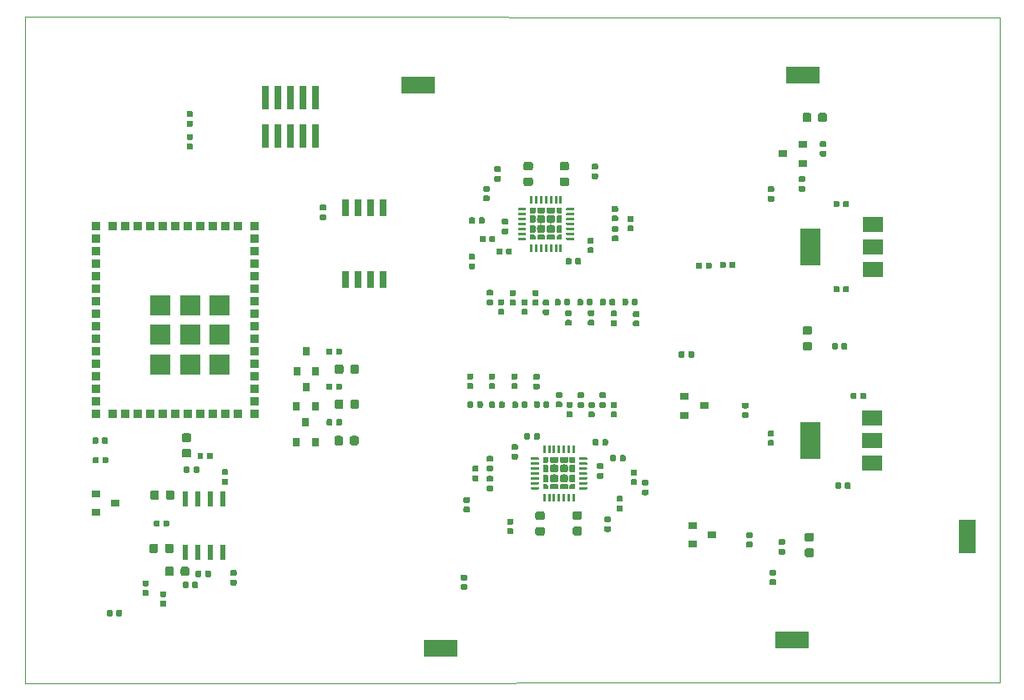
<source format=gbr>
G04 #@! TF.GenerationSoftware,KiCad,Pcbnew,(6.0.0-rc1-dev-1030-g80d50d98b)*
G04 #@! TF.CreationDate,2019-04-03T20:49:04-06:00*
G04 #@! TF.ProjectId,airmed_board_w3.1,6169726D65645F626F6172645F77332E,rev?*
G04 #@! TF.SameCoordinates,Original*
G04 #@! TF.FileFunction,Paste,Top*
G04 #@! TF.FilePolarity,Positive*
%FSLAX46Y46*%
G04 Gerber Fmt 4.6, Leading zero omitted, Abs format (unit mm)*
G04 Created by KiCad (PCBNEW (6.0.0-rc1-dev-1030-g80d50d98b)) date Wednesday, April 03, 2019 at 08:49:04 PM*
%MOMM*%
%LPD*%
G01*
G04 APERTURE LIST*
%ADD10C,0.050000*%
%ADD11R,0.740000X2.400000*%
%ADD12C,0.020000*%
%ADD13C,0.590000*%
%ADD14R,2.000000X1.500000*%
%ADD15R,2.000000X3.800000*%
%ADD16R,3.400000X1.800000*%
%ADD17R,0.600000X1.550000*%
%ADD18C,0.875000*%
%ADD19C,0.250000*%
%ADD20C,0.436690*%
%ADD21C,0.458956*%
%ADD22C,0.806226*%
%ADD23R,0.900000X0.800000*%
%ADD24R,0.800000X0.900000*%
%ADD25R,0.650000X1.700000*%
%ADD26R,1.800000X3.400000*%
%ADD27R,2.100000X2.100000*%
%ADD28R,0.900000X0.900000*%
G04 APERTURE END LIST*
D10*
X196321680Y-137459720D02*
X97378520Y-137525760D01*
X196321680Y-69966840D02*
X196321680Y-137459720D01*
X97444560Y-69880480D02*
X196321680Y-69966840D01*
X97378520Y-137525760D02*
X97444560Y-69880480D01*
D11*
G04 #@! TO.C,J4*
X126862840Y-78085400D03*
X126862840Y-81985400D03*
X125592840Y-78085400D03*
X125592840Y-81985400D03*
X124322840Y-78085400D03*
X124322840Y-81985400D03*
X123052840Y-78085400D03*
X123052840Y-81985400D03*
X121782840Y-78085400D03*
X121782840Y-81985400D03*
G04 #@! TD*
D12*
G04 #@! TO.C,R41*
G36*
X109833678Y-127109710D02*
X109847996Y-127111834D01*
X109862037Y-127115351D01*
X109875666Y-127120228D01*
X109888751Y-127126417D01*
X109901167Y-127133858D01*
X109912793Y-127142481D01*
X109923518Y-127152202D01*
X109933239Y-127162927D01*
X109941862Y-127174553D01*
X109949303Y-127186969D01*
X109955492Y-127200054D01*
X109960369Y-127213683D01*
X109963886Y-127227724D01*
X109966010Y-127242042D01*
X109966720Y-127256500D01*
X109966720Y-127551500D01*
X109966010Y-127565958D01*
X109963886Y-127580276D01*
X109960369Y-127594317D01*
X109955492Y-127607946D01*
X109949303Y-127621031D01*
X109941862Y-127633447D01*
X109933239Y-127645073D01*
X109923518Y-127655798D01*
X109912793Y-127665519D01*
X109901167Y-127674142D01*
X109888751Y-127681583D01*
X109875666Y-127687772D01*
X109862037Y-127692649D01*
X109847996Y-127696166D01*
X109833678Y-127698290D01*
X109819220Y-127699000D01*
X109474220Y-127699000D01*
X109459762Y-127698290D01*
X109445444Y-127696166D01*
X109431403Y-127692649D01*
X109417774Y-127687772D01*
X109404689Y-127681583D01*
X109392273Y-127674142D01*
X109380647Y-127665519D01*
X109369922Y-127655798D01*
X109360201Y-127645073D01*
X109351578Y-127633447D01*
X109344137Y-127621031D01*
X109337948Y-127607946D01*
X109333071Y-127594317D01*
X109329554Y-127580276D01*
X109327430Y-127565958D01*
X109326720Y-127551500D01*
X109326720Y-127256500D01*
X109327430Y-127242042D01*
X109329554Y-127227724D01*
X109333071Y-127213683D01*
X109337948Y-127200054D01*
X109344137Y-127186969D01*
X109351578Y-127174553D01*
X109360201Y-127162927D01*
X109369922Y-127152202D01*
X109380647Y-127142481D01*
X109392273Y-127133858D01*
X109404689Y-127126417D01*
X109417774Y-127120228D01*
X109431403Y-127115351D01*
X109445444Y-127111834D01*
X109459762Y-127109710D01*
X109474220Y-127109000D01*
X109819220Y-127109000D01*
X109833678Y-127109710D01*
X109833678Y-127109710D01*
G37*
D13*
X109646720Y-127404000D03*
D12*
G36*
X109833678Y-128079710D02*
X109847996Y-128081834D01*
X109862037Y-128085351D01*
X109875666Y-128090228D01*
X109888751Y-128096417D01*
X109901167Y-128103858D01*
X109912793Y-128112481D01*
X109923518Y-128122202D01*
X109933239Y-128132927D01*
X109941862Y-128144553D01*
X109949303Y-128156969D01*
X109955492Y-128170054D01*
X109960369Y-128183683D01*
X109963886Y-128197724D01*
X109966010Y-128212042D01*
X109966720Y-128226500D01*
X109966720Y-128521500D01*
X109966010Y-128535958D01*
X109963886Y-128550276D01*
X109960369Y-128564317D01*
X109955492Y-128577946D01*
X109949303Y-128591031D01*
X109941862Y-128603447D01*
X109933239Y-128615073D01*
X109923518Y-128625798D01*
X109912793Y-128635519D01*
X109901167Y-128644142D01*
X109888751Y-128651583D01*
X109875666Y-128657772D01*
X109862037Y-128662649D01*
X109847996Y-128666166D01*
X109833678Y-128668290D01*
X109819220Y-128669000D01*
X109474220Y-128669000D01*
X109459762Y-128668290D01*
X109445444Y-128666166D01*
X109431403Y-128662649D01*
X109417774Y-128657772D01*
X109404689Y-128651583D01*
X109392273Y-128644142D01*
X109380647Y-128635519D01*
X109369922Y-128625798D01*
X109360201Y-128615073D01*
X109351578Y-128603447D01*
X109344137Y-128591031D01*
X109337948Y-128577946D01*
X109333071Y-128564317D01*
X109329554Y-128550276D01*
X109327430Y-128535958D01*
X109326720Y-128521500D01*
X109326720Y-128226500D01*
X109327430Y-128212042D01*
X109329554Y-128197724D01*
X109333071Y-128183683D01*
X109337948Y-128170054D01*
X109344137Y-128156969D01*
X109351578Y-128144553D01*
X109360201Y-128132927D01*
X109369922Y-128122202D01*
X109380647Y-128112481D01*
X109392273Y-128103858D01*
X109404689Y-128096417D01*
X109417774Y-128090228D01*
X109431403Y-128085351D01*
X109445444Y-128081834D01*
X109459762Y-128079710D01*
X109474220Y-128079000D01*
X109819220Y-128079000D01*
X109833678Y-128079710D01*
X109833678Y-128079710D01*
G37*
D13*
X109646720Y-128374000D03*
G04 #@! TD*
D12*
G04 #@! TO.C,R47*
G36*
X145901678Y-99555510D02*
X145915996Y-99557634D01*
X145930037Y-99561151D01*
X145943666Y-99566028D01*
X145956751Y-99572217D01*
X145969167Y-99579658D01*
X145980793Y-99588281D01*
X145991518Y-99598002D01*
X146001239Y-99608727D01*
X146009862Y-99620353D01*
X146017303Y-99632769D01*
X146023492Y-99645854D01*
X146028369Y-99659483D01*
X146031886Y-99673524D01*
X146034010Y-99687842D01*
X146034720Y-99702300D01*
X146034720Y-99997300D01*
X146034010Y-100011758D01*
X146031886Y-100026076D01*
X146028369Y-100040117D01*
X146023492Y-100053746D01*
X146017303Y-100066831D01*
X146009862Y-100079247D01*
X146001239Y-100090873D01*
X145991518Y-100101598D01*
X145980793Y-100111319D01*
X145969167Y-100119942D01*
X145956751Y-100127383D01*
X145943666Y-100133572D01*
X145930037Y-100138449D01*
X145915996Y-100141966D01*
X145901678Y-100144090D01*
X145887220Y-100144800D01*
X145542220Y-100144800D01*
X145527762Y-100144090D01*
X145513444Y-100141966D01*
X145499403Y-100138449D01*
X145485774Y-100133572D01*
X145472689Y-100127383D01*
X145460273Y-100119942D01*
X145448647Y-100111319D01*
X145437922Y-100101598D01*
X145428201Y-100090873D01*
X145419578Y-100079247D01*
X145412137Y-100066831D01*
X145405948Y-100053746D01*
X145401071Y-100040117D01*
X145397554Y-100026076D01*
X145395430Y-100011758D01*
X145394720Y-99997300D01*
X145394720Y-99702300D01*
X145395430Y-99687842D01*
X145397554Y-99673524D01*
X145401071Y-99659483D01*
X145405948Y-99645854D01*
X145412137Y-99632769D01*
X145419578Y-99620353D01*
X145428201Y-99608727D01*
X145437922Y-99598002D01*
X145448647Y-99588281D01*
X145460273Y-99579658D01*
X145472689Y-99572217D01*
X145485774Y-99566028D01*
X145499403Y-99561151D01*
X145513444Y-99557634D01*
X145527762Y-99555510D01*
X145542220Y-99554800D01*
X145887220Y-99554800D01*
X145901678Y-99555510D01*
X145901678Y-99555510D01*
G37*
D13*
X145714720Y-99849800D03*
D12*
G36*
X145901678Y-98585510D02*
X145915996Y-98587634D01*
X145930037Y-98591151D01*
X145943666Y-98596028D01*
X145956751Y-98602217D01*
X145969167Y-98609658D01*
X145980793Y-98618281D01*
X145991518Y-98628002D01*
X146001239Y-98638727D01*
X146009862Y-98650353D01*
X146017303Y-98662769D01*
X146023492Y-98675854D01*
X146028369Y-98689483D01*
X146031886Y-98703524D01*
X146034010Y-98717842D01*
X146034720Y-98732300D01*
X146034720Y-99027300D01*
X146034010Y-99041758D01*
X146031886Y-99056076D01*
X146028369Y-99070117D01*
X146023492Y-99083746D01*
X146017303Y-99096831D01*
X146009862Y-99109247D01*
X146001239Y-99120873D01*
X145991518Y-99131598D01*
X145980793Y-99141319D01*
X145969167Y-99149942D01*
X145956751Y-99157383D01*
X145943666Y-99163572D01*
X145930037Y-99168449D01*
X145915996Y-99171966D01*
X145901678Y-99174090D01*
X145887220Y-99174800D01*
X145542220Y-99174800D01*
X145527762Y-99174090D01*
X145513444Y-99171966D01*
X145499403Y-99168449D01*
X145485774Y-99163572D01*
X145472689Y-99157383D01*
X145460273Y-99149942D01*
X145448647Y-99141319D01*
X145437922Y-99131598D01*
X145428201Y-99120873D01*
X145419578Y-99109247D01*
X145412137Y-99096831D01*
X145405948Y-99083746D01*
X145401071Y-99070117D01*
X145397554Y-99056076D01*
X145395430Y-99041758D01*
X145394720Y-99027300D01*
X145394720Y-98732300D01*
X145395430Y-98717842D01*
X145397554Y-98703524D01*
X145401071Y-98689483D01*
X145405948Y-98675854D01*
X145412137Y-98662769D01*
X145419578Y-98650353D01*
X145428201Y-98638727D01*
X145437922Y-98628002D01*
X145448647Y-98618281D01*
X145460273Y-98609658D01*
X145472689Y-98602217D01*
X145485774Y-98596028D01*
X145499403Y-98591151D01*
X145513444Y-98587634D01*
X145527762Y-98585510D01*
X145542220Y-98584800D01*
X145887220Y-98584800D01*
X145901678Y-98585510D01*
X145901678Y-98585510D01*
G37*
D13*
X145714720Y-98879800D03*
G04 #@! TD*
D14*
G04 #@! TO.C,U7*
X183368080Y-115233480D03*
X183368080Y-110633480D03*
X183368080Y-112933480D03*
D15*
X177068080Y-112933480D03*
G04 #@! TD*
D16*
G04 #@! TO.C,+5V*
X139588240Y-134010400D03*
G04 #@! TD*
D12*
G04 #@! TO.C,C33*
G36*
X181642558Y-108072670D02*
X181656876Y-108074794D01*
X181670917Y-108078311D01*
X181684546Y-108083188D01*
X181697631Y-108089377D01*
X181710047Y-108096818D01*
X181721673Y-108105441D01*
X181732398Y-108115162D01*
X181742119Y-108125887D01*
X181750742Y-108137513D01*
X181758183Y-108149929D01*
X181764372Y-108163014D01*
X181769249Y-108176643D01*
X181772766Y-108190684D01*
X181774890Y-108205002D01*
X181775600Y-108219460D01*
X181775600Y-108564460D01*
X181774890Y-108578918D01*
X181772766Y-108593236D01*
X181769249Y-108607277D01*
X181764372Y-108620906D01*
X181758183Y-108633991D01*
X181750742Y-108646407D01*
X181742119Y-108658033D01*
X181732398Y-108668758D01*
X181721673Y-108678479D01*
X181710047Y-108687102D01*
X181697631Y-108694543D01*
X181684546Y-108700732D01*
X181670917Y-108705609D01*
X181656876Y-108709126D01*
X181642558Y-108711250D01*
X181628100Y-108711960D01*
X181333100Y-108711960D01*
X181318642Y-108711250D01*
X181304324Y-108709126D01*
X181290283Y-108705609D01*
X181276654Y-108700732D01*
X181263569Y-108694543D01*
X181251153Y-108687102D01*
X181239527Y-108678479D01*
X181228802Y-108668758D01*
X181219081Y-108658033D01*
X181210458Y-108646407D01*
X181203017Y-108633991D01*
X181196828Y-108620906D01*
X181191951Y-108607277D01*
X181188434Y-108593236D01*
X181186310Y-108578918D01*
X181185600Y-108564460D01*
X181185600Y-108219460D01*
X181186310Y-108205002D01*
X181188434Y-108190684D01*
X181191951Y-108176643D01*
X181196828Y-108163014D01*
X181203017Y-108149929D01*
X181210458Y-108137513D01*
X181219081Y-108125887D01*
X181228802Y-108115162D01*
X181239527Y-108105441D01*
X181251153Y-108096818D01*
X181263569Y-108089377D01*
X181276654Y-108083188D01*
X181290283Y-108078311D01*
X181304324Y-108074794D01*
X181318642Y-108072670D01*
X181333100Y-108071960D01*
X181628100Y-108071960D01*
X181642558Y-108072670D01*
X181642558Y-108072670D01*
G37*
D13*
X181480600Y-108391960D03*
D12*
G36*
X182612558Y-108072670D02*
X182626876Y-108074794D01*
X182640917Y-108078311D01*
X182654546Y-108083188D01*
X182667631Y-108089377D01*
X182680047Y-108096818D01*
X182691673Y-108105441D01*
X182702398Y-108115162D01*
X182712119Y-108125887D01*
X182720742Y-108137513D01*
X182728183Y-108149929D01*
X182734372Y-108163014D01*
X182739249Y-108176643D01*
X182742766Y-108190684D01*
X182744890Y-108205002D01*
X182745600Y-108219460D01*
X182745600Y-108564460D01*
X182744890Y-108578918D01*
X182742766Y-108593236D01*
X182739249Y-108607277D01*
X182734372Y-108620906D01*
X182728183Y-108633991D01*
X182720742Y-108646407D01*
X182712119Y-108658033D01*
X182702398Y-108668758D01*
X182691673Y-108678479D01*
X182680047Y-108687102D01*
X182667631Y-108694543D01*
X182654546Y-108700732D01*
X182640917Y-108705609D01*
X182626876Y-108709126D01*
X182612558Y-108711250D01*
X182598100Y-108711960D01*
X182303100Y-108711960D01*
X182288642Y-108711250D01*
X182274324Y-108709126D01*
X182260283Y-108705609D01*
X182246654Y-108700732D01*
X182233569Y-108694543D01*
X182221153Y-108687102D01*
X182209527Y-108678479D01*
X182198802Y-108668758D01*
X182189081Y-108658033D01*
X182180458Y-108646407D01*
X182173017Y-108633991D01*
X182166828Y-108620906D01*
X182161951Y-108607277D01*
X182158434Y-108593236D01*
X182156310Y-108578918D01*
X182155600Y-108564460D01*
X182155600Y-108219460D01*
X182156310Y-108205002D01*
X182158434Y-108190684D01*
X182161951Y-108176643D01*
X182166828Y-108163014D01*
X182173017Y-108149929D01*
X182180458Y-108137513D01*
X182189081Y-108125887D01*
X182198802Y-108115162D01*
X182209527Y-108105441D01*
X182221153Y-108096818D01*
X182233569Y-108089377D01*
X182246654Y-108083188D01*
X182260283Y-108078311D01*
X182274324Y-108074794D01*
X182288642Y-108072670D01*
X182303100Y-108071960D01*
X182598100Y-108071960D01*
X182612558Y-108072670D01*
X182612558Y-108072670D01*
G37*
D13*
X182450600Y-108391960D03*
G04 #@! TD*
D12*
G04 #@! TO.C,C32*
G36*
X180082998Y-117165870D02*
X180097316Y-117167994D01*
X180111357Y-117171511D01*
X180124986Y-117176388D01*
X180138071Y-117182577D01*
X180150487Y-117190018D01*
X180162113Y-117198641D01*
X180172838Y-117208362D01*
X180182559Y-117219087D01*
X180191182Y-117230713D01*
X180198623Y-117243129D01*
X180204812Y-117256214D01*
X180209689Y-117269843D01*
X180213206Y-117283884D01*
X180215330Y-117298202D01*
X180216040Y-117312660D01*
X180216040Y-117657660D01*
X180215330Y-117672118D01*
X180213206Y-117686436D01*
X180209689Y-117700477D01*
X180204812Y-117714106D01*
X180198623Y-117727191D01*
X180191182Y-117739607D01*
X180182559Y-117751233D01*
X180172838Y-117761958D01*
X180162113Y-117771679D01*
X180150487Y-117780302D01*
X180138071Y-117787743D01*
X180124986Y-117793932D01*
X180111357Y-117798809D01*
X180097316Y-117802326D01*
X180082998Y-117804450D01*
X180068540Y-117805160D01*
X179773540Y-117805160D01*
X179759082Y-117804450D01*
X179744764Y-117802326D01*
X179730723Y-117798809D01*
X179717094Y-117793932D01*
X179704009Y-117787743D01*
X179691593Y-117780302D01*
X179679967Y-117771679D01*
X179669242Y-117761958D01*
X179659521Y-117751233D01*
X179650898Y-117739607D01*
X179643457Y-117727191D01*
X179637268Y-117714106D01*
X179632391Y-117700477D01*
X179628874Y-117686436D01*
X179626750Y-117672118D01*
X179626040Y-117657660D01*
X179626040Y-117312660D01*
X179626750Y-117298202D01*
X179628874Y-117283884D01*
X179632391Y-117269843D01*
X179637268Y-117256214D01*
X179643457Y-117243129D01*
X179650898Y-117230713D01*
X179659521Y-117219087D01*
X179669242Y-117208362D01*
X179679967Y-117198641D01*
X179691593Y-117190018D01*
X179704009Y-117182577D01*
X179717094Y-117176388D01*
X179730723Y-117171511D01*
X179744764Y-117167994D01*
X179759082Y-117165870D01*
X179773540Y-117165160D01*
X180068540Y-117165160D01*
X180082998Y-117165870D01*
X180082998Y-117165870D01*
G37*
D13*
X179921040Y-117485160D03*
D12*
G36*
X181052998Y-117165870D02*
X181067316Y-117167994D01*
X181081357Y-117171511D01*
X181094986Y-117176388D01*
X181108071Y-117182577D01*
X181120487Y-117190018D01*
X181132113Y-117198641D01*
X181142838Y-117208362D01*
X181152559Y-117219087D01*
X181161182Y-117230713D01*
X181168623Y-117243129D01*
X181174812Y-117256214D01*
X181179689Y-117269843D01*
X181183206Y-117283884D01*
X181185330Y-117298202D01*
X181186040Y-117312660D01*
X181186040Y-117657660D01*
X181185330Y-117672118D01*
X181183206Y-117686436D01*
X181179689Y-117700477D01*
X181174812Y-117714106D01*
X181168623Y-117727191D01*
X181161182Y-117739607D01*
X181152559Y-117751233D01*
X181142838Y-117761958D01*
X181132113Y-117771679D01*
X181120487Y-117780302D01*
X181108071Y-117787743D01*
X181094986Y-117793932D01*
X181081357Y-117798809D01*
X181067316Y-117802326D01*
X181052998Y-117804450D01*
X181038540Y-117805160D01*
X180743540Y-117805160D01*
X180729082Y-117804450D01*
X180714764Y-117802326D01*
X180700723Y-117798809D01*
X180687094Y-117793932D01*
X180674009Y-117787743D01*
X180661593Y-117780302D01*
X180649967Y-117771679D01*
X180639242Y-117761958D01*
X180629521Y-117751233D01*
X180620898Y-117739607D01*
X180613457Y-117727191D01*
X180607268Y-117714106D01*
X180602391Y-117700477D01*
X180598874Y-117686436D01*
X180596750Y-117672118D01*
X180596040Y-117657660D01*
X180596040Y-117312660D01*
X180596750Y-117298202D01*
X180598874Y-117283884D01*
X180602391Y-117269843D01*
X180607268Y-117256214D01*
X180613457Y-117243129D01*
X180620898Y-117230713D01*
X180629521Y-117219087D01*
X180639242Y-117208362D01*
X180649967Y-117198641D01*
X180661593Y-117190018D01*
X180674009Y-117182577D01*
X180687094Y-117176388D01*
X180700723Y-117171511D01*
X180714764Y-117167994D01*
X180729082Y-117165870D01*
X180743540Y-117165160D01*
X181038540Y-117165160D01*
X181052998Y-117165870D01*
X181052998Y-117165870D01*
G37*
D13*
X180891040Y-117485160D03*
G04 #@! TD*
D12*
G04 #@! TO.C,C31*
G36*
X118754158Y-126058150D02*
X118768476Y-126060274D01*
X118782517Y-126063791D01*
X118796146Y-126068668D01*
X118809231Y-126074857D01*
X118821647Y-126082298D01*
X118833273Y-126090921D01*
X118843998Y-126100642D01*
X118853719Y-126111367D01*
X118862342Y-126122993D01*
X118869783Y-126135409D01*
X118875972Y-126148494D01*
X118880849Y-126162123D01*
X118884366Y-126176164D01*
X118886490Y-126190482D01*
X118887200Y-126204940D01*
X118887200Y-126499940D01*
X118886490Y-126514398D01*
X118884366Y-126528716D01*
X118880849Y-126542757D01*
X118875972Y-126556386D01*
X118869783Y-126569471D01*
X118862342Y-126581887D01*
X118853719Y-126593513D01*
X118843998Y-126604238D01*
X118833273Y-126613959D01*
X118821647Y-126622582D01*
X118809231Y-126630023D01*
X118796146Y-126636212D01*
X118782517Y-126641089D01*
X118768476Y-126644606D01*
X118754158Y-126646730D01*
X118739700Y-126647440D01*
X118394700Y-126647440D01*
X118380242Y-126646730D01*
X118365924Y-126644606D01*
X118351883Y-126641089D01*
X118338254Y-126636212D01*
X118325169Y-126630023D01*
X118312753Y-126622582D01*
X118301127Y-126613959D01*
X118290402Y-126604238D01*
X118280681Y-126593513D01*
X118272058Y-126581887D01*
X118264617Y-126569471D01*
X118258428Y-126556386D01*
X118253551Y-126542757D01*
X118250034Y-126528716D01*
X118247910Y-126514398D01*
X118247200Y-126499940D01*
X118247200Y-126204940D01*
X118247910Y-126190482D01*
X118250034Y-126176164D01*
X118253551Y-126162123D01*
X118258428Y-126148494D01*
X118264617Y-126135409D01*
X118272058Y-126122993D01*
X118280681Y-126111367D01*
X118290402Y-126100642D01*
X118301127Y-126090921D01*
X118312753Y-126082298D01*
X118325169Y-126074857D01*
X118338254Y-126068668D01*
X118351883Y-126063791D01*
X118365924Y-126060274D01*
X118380242Y-126058150D01*
X118394700Y-126057440D01*
X118739700Y-126057440D01*
X118754158Y-126058150D01*
X118754158Y-126058150D01*
G37*
D13*
X118567200Y-126352440D03*
D12*
G36*
X118754158Y-127028150D02*
X118768476Y-127030274D01*
X118782517Y-127033791D01*
X118796146Y-127038668D01*
X118809231Y-127044857D01*
X118821647Y-127052298D01*
X118833273Y-127060921D01*
X118843998Y-127070642D01*
X118853719Y-127081367D01*
X118862342Y-127092993D01*
X118869783Y-127105409D01*
X118875972Y-127118494D01*
X118880849Y-127132123D01*
X118884366Y-127146164D01*
X118886490Y-127160482D01*
X118887200Y-127174940D01*
X118887200Y-127469940D01*
X118886490Y-127484398D01*
X118884366Y-127498716D01*
X118880849Y-127512757D01*
X118875972Y-127526386D01*
X118869783Y-127539471D01*
X118862342Y-127551887D01*
X118853719Y-127563513D01*
X118843998Y-127574238D01*
X118833273Y-127583959D01*
X118821647Y-127592582D01*
X118809231Y-127600023D01*
X118796146Y-127606212D01*
X118782517Y-127611089D01*
X118768476Y-127614606D01*
X118754158Y-127616730D01*
X118739700Y-127617440D01*
X118394700Y-127617440D01*
X118380242Y-127616730D01*
X118365924Y-127614606D01*
X118351883Y-127611089D01*
X118338254Y-127606212D01*
X118325169Y-127600023D01*
X118312753Y-127592582D01*
X118301127Y-127583959D01*
X118290402Y-127574238D01*
X118280681Y-127563513D01*
X118272058Y-127551887D01*
X118264617Y-127539471D01*
X118258428Y-127526386D01*
X118253551Y-127512757D01*
X118250034Y-127498716D01*
X118247910Y-127484398D01*
X118247200Y-127469940D01*
X118247200Y-127174940D01*
X118247910Y-127160482D01*
X118250034Y-127146164D01*
X118253551Y-127132123D01*
X118258428Y-127118494D01*
X118264617Y-127105409D01*
X118272058Y-127092993D01*
X118280681Y-127081367D01*
X118290402Y-127070642D01*
X118301127Y-127060921D01*
X118312753Y-127052298D01*
X118325169Y-127044857D01*
X118338254Y-127038668D01*
X118351883Y-127033791D01*
X118365924Y-127030274D01*
X118380242Y-127028150D01*
X118394700Y-127027440D01*
X118739700Y-127027440D01*
X118754158Y-127028150D01*
X118754158Y-127028150D01*
G37*
D13*
X118567200Y-127322440D03*
G04 #@! TD*
D12*
G04 #@! TO.C,C30*
G36*
X142411718Y-118651510D02*
X142426036Y-118653634D01*
X142440077Y-118657151D01*
X142453706Y-118662028D01*
X142466791Y-118668217D01*
X142479207Y-118675658D01*
X142490833Y-118684281D01*
X142501558Y-118694002D01*
X142511279Y-118704727D01*
X142519902Y-118716353D01*
X142527343Y-118728769D01*
X142533532Y-118741854D01*
X142538409Y-118755483D01*
X142541926Y-118769524D01*
X142544050Y-118783842D01*
X142544760Y-118798300D01*
X142544760Y-119093300D01*
X142544050Y-119107758D01*
X142541926Y-119122076D01*
X142538409Y-119136117D01*
X142533532Y-119149746D01*
X142527343Y-119162831D01*
X142519902Y-119175247D01*
X142511279Y-119186873D01*
X142501558Y-119197598D01*
X142490833Y-119207319D01*
X142479207Y-119215942D01*
X142466791Y-119223383D01*
X142453706Y-119229572D01*
X142440077Y-119234449D01*
X142426036Y-119237966D01*
X142411718Y-119240090D01*
X142397260Y-119240800D01*
X142052260Y-119240800D01*
X142037802Y-119240090D01*
X142023484Y-119237966D01*
X142009443Y-119234449D01*
X141995814Y-119229572D01*
X141982729Y-119223383D01*
X141970313Y-119215942D01*
X141958687Y-119207319D01*
X141947962Y-119197598D01*
X141938241Y-119186873D01*
X141929618Y-119175247D01*
X141922177Y-119162831D01*
X141915988Y-119149746D01*
X141911111Y-119136117D01*
X141907594Y-119122076D01*
X141905470Y-119107758D01*
X141904760Y-119093300D01*
X141904760Y-118798300D01*
X141905470Y-118783842D01*
X141907594Y-118769524D01*
X141911111Y-118755483D01*
X141915988Y-118741854D01*
X141922177Y-118728769D01*
X141929618Y-118716353D01*
X141938241Y-118704727D01*
X141947962Y-118694002D01*
X141958687Y-118684281D01*
X141970313Y-118675658D01*
X141982729Y-118668217D01*
X141995814Y-118662028D01*
X142009443Y-118657151D01*
X142023484Y-118653634D01*
X142037802Y-118651510D01*
X142052260Y-118650800D01*
X142397260Y-118650800D01*
X142411718Y-118651510D01*
X142411718Y-118651510D01*
G37*
D13*
X142224760Y-118945800D03*
D12*
G36*
X142411718Y-119621510D02*
X142426036Y-119623634D01*
X142440077Y-119627151D01*
X142453706Y-119632028D01*
X142466791Y-119638217D01*
X142479207Y-119645658D01*
X142490833Y-119654281D01*
X142501558Y-119664002D01*
X142511279Y-119674727D01*
X142519902Y-119686353D01*
X142527343Y-119698769D01*
X142533532Y-119711854D01*
X142538409Y-119725483D01*
X142541926Y-119739524D01*
X142544050Y-119753842D01*
X142544760Y-119768300D01*
X142544760Y-120063300D01*
X142544050Y-120077758D01*
X142541926Y-120092076D01*
X142538409Y-120106117D01*
X142533532Y-120119746D01*
X142527343Y-120132831D01*
X142519902Y-120145247D01*
X142511279Y-120156873D01*
X142501558Y-120167598D01*
X142490833Y-120177319D01*
X142479207Y-120185942D01*
X142466791Y-120193383D01*
X142453706Y-120199572D01*
X142440077Y-120204449D01*
X142426036Y-120207966D01*
X142411718Y-120210090D01*
X142397260Y-120210800D01*
X142052260Y-120210800D01*
X142037802Y-120210090D01*
X142023484Y-120207966D01*
X142009443Y-120204449D01*
X141995814Y-120199572D01*
X141982729Y-120193383D01*
X141970313Y-120185942D01*
X141958687Y-120177319D01*
X141947962Y-120167598D01*
X141938241Y-120156873D01*
X141929618Y-120145247D01*
X141922177Y-120132831D01*
X141915988Y-120119746D01*
X141911111Y-120106117D01*
X141907594Y-120092076D01*
X141905470Y-120077758D01*
X141904760Y-120063300D01*
X141904760Y-119768300D01*
X141905470Y-119753842D01*
X141907594Y-119739524D01*
X141911111Y-119725483D01*
X141915988Y-119711854D01*
X141922177Y-119698769D01*
X141929618Y-119686353D01*
X141938241Y-119674727D01*
X141947962Y-119664002D01*
X141958687Y-119654281D01*
X141970313Y-119645658D01*
X141982729Y-119638217D01*
X141995814Y-119632028D01*
X142009443Y-119627151D01*
X142023484Y-119623634D01*
X142037802Y-119621510D01*
X142052260Y-119620800D01*
X142397260Y-119620800D01*
X142411718Y-119621510D01*
X142411718Y-119621510D01*
G37*
D13*
X142224760Y-119915800D03*
G04 #@! TD*
D12*
G04 #@! TO.C,C29*
G36*
X117870238Y-115832110D02*
X117884556Y-115834234D01*
X117898597Y-115837751D01*
X117912226Y-115842628D01*
X117925311Y-115848817D01*
X117937727Y-115856258D01*
X117949353Y-115864881D01*
X117960078Y-115874602D01*
X117969799Y-115885327D01*
X117978422Y-115896953D01*
X117985863Y-115909369D01*
X117992052Y-115922454D01*
X117996929Y-115936083D01*
X118000446Y-115950124D01*
X118002570Y-115964442D01*
X118003280Y-115978900D01*
X118003280Y-116273900D01*
X118002570Y-116288358D01*
X118000446Y-116302676D01*
X117996929Y-116316717D01*
X117992052Y-116330346D01*
X117985863Y-116343431D01*
X117978422Y-116355847D01*
X117969799Y-116367473D01*
X117960078Y-116378198D01*
X117949353Y-116387919D01*
X117937727Y-116396542D01*
X117925311Y-116403983D01*
X117912226Y-116410172D01*
X117898597Y-116415049D01*
X117884556Y-116418566D01*
X117870238Y-116420690D01*
X117855780Y-116421400D01*
X117510780Y-116421400D01*
X117496322Y-116420690D01*
X117482004Y-116418566D01*
X117467963Y-116415049D01*
X117454334Y-116410172D01*
X117441249Y-116403983D01*
X117428833Y-116396542D01*
X117417207Y-116387919D01*
X117406482Y-116378198D01*
X117396761Y-116367473D01*
X117388138Y-116355847D01*
X117380697Y-116343431D01*
X117374508Y-116330346D01*
X117369631Y-116316717D01*
X117366114Y-116302676D01*
X117363990Y-116288358D01*
X117363280Y-116273900D01*
X117363280Y-115978900D01*
X117363990Y-115964442D01*
X117366114Y-115950124D01*
X117369631Y-115936083D01*
X117374508Y-115922454D01*
X117380697Y-115909369D01*
X117388138Y-115896953D01*
X117396761Y-115885327D01*
X117406482Y-115874602D01*
X117417207Y-115864881D01*
X117428833Y-115856258D01*
X117441249Y-115848817D01*
X117454334Y-115842628D01*
X117467963Y-115837751D01*
X117482004Y-115834234D01*
X117496322Y-115832110D01*
X117510780Y-115831400D01*
X117855780Y-115831400D01*
X117870238Y-115832110D01*
X117870238Y-115832110D01*
G37*
D13*
X117683280Y-116126400D03*
D12*
G36*
X117870238Y-116802110D02*
X117884556Y-116804234D01*
X117898597Y-116807751D01*
X117912226Y-116812628D01*
X117925311Y-116818817D01*
X117937727Y-116826258D01*
X117949353Y-116834881D01*
X117960078Y-116844602D01*
X117969799Y-116855327D01*
X117978422Y-116866953D01*
X117985863Y-116879369D01*
X117992052Y-116892454D01*
X117996929Y-116906083D01*
X118000446Y-116920124D01*
X118002570Y-116934442D01*
X118003280Y-116948900D01*
X118003280Y-117243900D01*
X118002570Y-117258358D01*
X118000446Y-117272676D01*
X117996929Y-117286717D01*
X117992052Y-117300346D01*
X117985863Y-117313431D01*
X117978422Y-117325847D01*
X117969799Y-117337473D01*
X117960078Y-117348198D01*
X117949353Y-117357919D01*
X117937727Y-117366542D01*
X117925311Y-117373983D01*
X117912226Y-117380172D01*
X117898597Y-117385049D01*
X117884556Y-117388566D01*
X117870238Y-117390690D01*
X117855780Y-117391400D01*
X117510780Y-117391400D01*
X117496322Y-117390690D01*
X117482004Y-117388566D01*
X117467963Y-117385049D01*
X117454334Y-117380172D01*
X117441249Y-117373983D01*
X117428833Y-117366542D01*
X117417207Y-117357919D01*
X117406482Y-117348198D01*
X117396761Y-117337473D01*
X117388138Y-117325847D01*
X117380697Y-117313431D01*
X117374508Y-117300346D01*
X117369631Y-117286717D01*
X117366114Y-117272676D01*
X117363990Y-117258358D01*
X117363280Y-117243900D01*
X117363280Y-116948900D01*
X117363990Y-116934442D01*
X117366114Y-116920124D01*
X117369631Y-116906083D01*
X117374508Y-116892454D01*
X117380697Y-116879369D01*
X117388138Y-116866953D01*
X117396761Y-116855327D01*
X117406482Y-116844602D01*
X117417207Y-116834881D01*
X117428833Y-116826258D01*
X117441249Y-116818817D01*
X117454334Y-116812628D01*
X117467963Y-116807751D01*
X117482004Y-116804234D01*
X117496322Y-116802110D01*
X117510780Y-116801400D01*
X117855780Y-116801400D01*
X117870238Y-116802110D01*
X117870238Y-116802110D01*
G37*
D13*
X117683280Y-117096400D03*
G04 #@! TD*
D12*
G04 #@! TO.C,C28*
G36*
X142137398Y-127485350D02*
X142151716Y-127487474D01*
X142165757Y-127490991D01*
X142179386Y-127495868D01*
X142192471Y-127502057D01*
X142204887Y-127509498D01*
X142216513Y-127518121D01*
X142227238Y-127527842D01*
X142236959Y-127538567D01*
X142245582Y-127550193D01*
X142253023Y-127562609D01*
X142259212Y-127575694D01*
X142264089Y-127589323D01*
X142267606Y-127603364D01*
X142269730Y-127617682D01*
X142270440Y-127632140D01*
X142270440Y-127927140D01*
X142269730Y-127941598D01*
X142267606Y-127955916D01*
X142264089Y-127969957D01*
X142259212Y-127983586D01*
X142253023Y-127996671D01*
X142245582Y-128009087D01*
X142236959Y-128020713D01*
X142227238Y-128031438D01*
X142216513Y-128041159D01*
X142204887Y-128049782D01*
X142192471Y-128057223D01*
X142179386Y-128063412D01*
X142165757Y-128068289D01*
X142151716Y-128071806D01*
X142137398Y-128073930D01*
X142122940Y-128074640D01*
X141777940Y-128074640D01*
X141763482Y-128073930D01*
X141749164Y-128071806D01*
X141735123Y-128068289D01*
X141721494Y-128063412D01*
X141708409Y-128057223D01*
X141695993Y-128049782D01*
X141684367Y-128041159D01*
X141673642Y-128031438D01*
X141663921Y-128020713D01*
X141655298Y-128009087D01*
X141647857Y-127996671D01*
X141641668Y-127983586D01*
X141636791Y-127969957D01*
X141633274Y-127955916D01*
X141631150Y-127941598D01*
X141630440Y-127927140D01*
X141630440Y-127632140D01*
X141631150Y-127617682D01*
X141633274Y-127603364D01*
X141636791Y-127589323D01*
X141641668Y-127575694D01*
X141647857Y-127562609D01*
X141655298Y-127550193D01*
X141663921Y-127538567D01*
X141673642Y-127527842D01*
X141684367Y-127518121D01*
X141695993Y-127509498D01*
X141708409Y-127502057D01*
X141721494Y-127495868D01*
X141735123Y-127490991D01*
X141749164Y-127487474D01*
X141763482Y-127485350D01*
X141777940Y-127484640D01*
X142122940Y-127484640D01*
X142137398Y-127485350D01*
X142137398Y-127485350D01*
G37*
D13*
X141950440Y-127779640D03*
D12*
G36*
X142137398Y-126515350D02*
X142151716Y-126517474D01*
X142165757Y-126520991D01*
X142179386Y-126525868D01*
X142192471Y-126532057D01*
X142204887Y-126539498D01*
X142216513Y-126548121D01*
X142227238Y-126557842D01*
X142236959Y-126568567D01*
X142245582Y-126580193D01*
X142253023Y-126592609D01*
X142259212Y-126605694D01*
X142264089Y-126619323D01*
X142267606Y-126633364D01*
X142269730Y-126647682D01*
X142270440Y-126662140D01*
X142270440Y-126957140D01*
X142269730Y-126971598D01*
X142267606Y-126985916D01*
X142264089Y-126999957D01*
X142259212Y-127013586D01*
X142253023Y-127026671D01*
X142245582Y-127039087D01*
X142236959Y-127050713D01*
X142227238Y-127061438D01*
X142216513Y-127071159D01*
X142204887Y-127079782D01*
X142192471Y-127087223D01*
X142179386Y-127093412D01*
X142165757Y-127098289D01*
X142151716Y-127101806D01*
X142137398Y-127103930D01*
X142122940Y-127104640D01*
X141777940Y-127104640D01*
X141763482Y-127103930D01*
X141749164Y-127101806D01*
X141735123Y-127098289D01*
X141721494Y-127093412D01*
X141708409Y-127087223D01*
X141695993Y-127079782D01*
X141684367Y-127071159D01*
X141673642Y-127061438D01*
X141663921Y-127050713D01*
X141655298Y-127039087D01*
X141647857Y-127026671D01*
X141641668Y-127013586D01*
X141636791Y-126999957D01*
X141633274Y-126985916D01*
X141631150Y-126971598D01*
X141630440Y-126957140D01*
X141630440Y-126662140D01*
X141631150Y-126647682D01*
X141633274Y-126633364D01*
X141636791Y-126619323D01*
X141641668Y-126605694D01*
X141647857Y-126592609D01*
X141655298Y-126580193D01*
X141663921Y-126568567D01*
X141673642Y-126557842D01*
X141684367Y-126548121D01*
X141695993Y-126539498D01*
X141708409Y-126532057D01*
X141721494Y-126525868D01*
X141735123Y-126520991D01*
X141749164Y-126517474D01*
X141763482Y-126515350D01*
X141777940Y-126514640D01*
X142122940Y-126514640D01*
X142137398Y-126515350D01*
X142137398Y-126515350D01*
G37*
D13*
X141950440Y-126809640D03*
G04 #@! TD*
D12*
G04 #@! TO.C,C27*
G36*
X106168998Y-130104630D02*
X106183316Y-130106754D01*
X106197357Y-130110271D01*
X106210986Y-130115148D01*
X106224071Y-130121337D01*
X106236487Y-130128778D01*
X106248113Y-130137401D01*
X106258838Y-130147122D01*
X106268559Y-130157847D01*
X106277182Y-130169473D01*
X106284623Y-130181889D01*
X106290812Y-130194974D01*
X106295689Y-130208603D01*
X106299206Y-130222644D01*
X106301330Y-130236962D01*
X106302040Y-130251420D01*
X106302040Y-130596420D01*
X106301330Y-130610878D01*
X106299206Y-130625196D01*
X106295689Y-130639237D01*
X106290812Y-130652866D01*
X106284623Y-130665951D01*
X106277182Y-130678367D01*
X106268559Y-130689993D01*
X106258838Y-130700718D01*
X106248113Y-130710439D01*
X106236487Y-130719062D01*
X106224071Y-130726503D01*
X106210986Y-130732692D01*
X106197357Y-130737569D01*
X106183316Y-130741086D01*
X106168998Y-130743210D01*
X106154540Y-130743920D01*
X105859540Y-130743920D01*
X105845082Y-130743210D01*
X105830764Y-130741086D01*
X105816723Y-130737569D01*
X105803094Y-130732692D01*
X105790009Y-130726503D01*
X105777593Y-130719062D01*
X105765967Y-130710439D01*
X105755242Y-130700718D01*
X105745521Y-130689993D01*
X105736898Y-130678367D01*
X105729457Y-130665951D01*
X105723268Y-130652866D01*
X105718391Y-130639237D01*
X105714874Y-130625196D01*
X105712750Y-130610878D01*
X105712040Y-130596420D01*
X105712040Y-130251420D01*
X105712750Y-130236962D01*
X105714874Y-130222644D01*
X105718391Y-130208603D01*
X105723268Y-130194974D01*
X105729457Y-130181889D01*
X105736898Y-130169473D01*
X105745521Y-130157847D01*
X105755242Y-130147122D01*
X105765967Y-130137401D01*
X105777593Y-130128778D01*
X105790009Y-130121337D01*
X105803094Y-130115148D01*
X105816723Y-130110271D01*
X105830764Y-130106754D01*
X105845082Y-130104630D01*
X105859540Y-130103920D01*
X106154540Y-130103920D01*
X106168998Y-130104630D01*
X106168998Y-130104630D01*
G37*
D13*
X106007040Y-130423920D03*
D12*
G36*
X107138998Y-130104630D02*
X107153316Y-130106754D01*
X107167357Y-130110271D01*
X107180986Y-130115148D01*
X107194071Y-130121337D01*
X107206487Y-130128778D01*
X107218113Y-130137401D01*
X107228838Y-130147122D01*
X107238559Y-130157847D01*
X107247182Y-130169473D01*
X107254623Y-130181889D01*
X107260812Y-130194974D01*
X107265689Y-130208603D01*
X107269206Y-130222644D01*
X107271330Y-130236962D01*
X107272040Y-130251420D01*
X107272040Y-130596420D01*
X107271330Y-130610878D01*
X107269206Y-130625196D01*
X107265689Y-130639237D01*
X107260812Y-130652866D01*
X107254623Y-130665951D01*
X107247182Y-130678367D01*
X107238559Y-130689993D01*
X107228838Y-130700718D01*
X107218113Y-130710439D01*
X107206487Y-130719062D01*
X107194071Y-130726503D01*
X107180986Y-130732692D01*
X107167357Y-130737569D01*
X107153316Y-130741086D01*
X107138998Y-130743210D01*
X107124540Y-130743920D01*
X106829540Y-130743920D01*
X106815082Y-130743210D01*
X106800764Y-130741086D01*
X106786723Y-130737569D01*
X106773094Y-130732692D01*
X106760009Y-130726503D01*
X106747593Y-130719062D01*
X106735967Y-130710439D01*
X106725242Y-130700718D01*
X106715521Y-130689993D01*
X106706898Y-130678367D01*
X106699457Y-130665951D01*
X106693268Y-130652866D01*
X106688391Y-130639237D01*
X106684874Y-130625196D01*
X106682750Y-130610878D01*
X106682040Y-130596420D01*
X106682040Y-130251420D01*
X106682750Y-130236962D01*
X106684874Y-130222644D01*
X106688391Y-130208603D01*
X106693268Y-130194974D01*
X106699457Y-130181889D01*
X106706898Y-130169473D01*
X106715521Y-130157847D01*
X106725242Y-130147122D01*
X106735967Y-130137401D01*
X106747593Y-130128778D01*
X106760009Y-130121337D01*
X106773094Y-130115148D01*
X106786723Y-130110271D01*
X106800764Y-130106754D01*
X106815082Y-130104630D01*
X106829540Y-130103920D01*
X107124540Y-130103920D01*
X107138998Y-130104630D01*
X107138998Y-130104630D01*
G37*
D13*
X106977040Y-130423920D03*
G04 #@! TD*
D12*
G04 #@! TO.C,C26*
G36*
X173282878Y-88089950D02*
X173297196Y-88092074D01*
X173311237Y-88095591D01*
X173324866Y-88100468D01*
X173337951Y-88106657D01*
X173350367Y-88114098D01*
X173361993Y-88122721D01*
X173372718Y-88132442D01*
X173382439Y-88143167D01*
X173391062Y-88154793D01*
X173398503Y-88167209D01*
X173404692Y-88180294D01*
X173409569Y-88193923D01*
X173413086Y-88207964D01*
X173415210Y-88222282D01*
X173415920Y-88236740D01*
X173415920Y-88531740D01*
X173415210Y-88546198D01*
X173413086Y-88560516D01*
X173409569Y-88574557D01*
X173404692Y-88588186D01*
X173398503Y-88601271D01*
X173391062Y-88613687D01*
X173382439Y-88625313D01*
X173372718Y-88636038D01*
X173361993Y-88645759D01*
X173350367Y-88654382D01*
X173337951Y-88661823D01*
X173324866Y-88668012D01*
X173311237Y-88672889D01*
X173297196Y-88676406D01*
X173282878Y-88678530D01*
X173268420Y-88679240D01*
X172923420Y-88679240D01*
X172908962Y-88678530D01*
X172894644Y-88676406D01*
X172880603Y-88672889D01*
X172866974Y-88668012D01*
X172853889Y-88661823D01*
X172841473Y-88654382D01*
X172829847Y-88645759D01*
X172819122Y-88636038D01*
X172809401Y-88625313D01*
X172800778Y-88613687D01*
X172793337Y-88601271D01*
X172787148Y-88588186D01*
X172782271Y-88574557D01*
X172778754Y-88560516D01*
X172776630Y-88546198D01*
X172775920Y-88531740D01*
X172775920Y-88236740D01*
X172776630Y-88222282D01*
X172778754Y-88207964D01*
X172782271Y-88193923D01*
X172787148Y-88180294D01*
X172793337Y-88167209D01*
X172800778Y-88154793D01*
X172809401Y-88143167D01*
X172819122Y-88132442D01*
X172829847Y-88122721D01*
X172841473Y-88114098D01*
X172853889Y-88106657D01*
X172866974Y-88100468D01*
X172880603Y-88095591D01*
X172894644Y-88092074D01*
X172908962Y-88089950D01*
X172923420Y-88089240D01*
X173268420Y-88089240D01*
X173282878Y-88089950D01*
X173282878Y-88089950D01*
G37*
D13*
X173095920Y-88384240D03*
D12*
G36*
X173282878Y-87119950D02*
X173297196Y-87122074D01*
X173311237Y-87125591D01*
X173324866Y-87130468D01*
X173337951Y-87136657D01*
X173350367Y-87144098D01*
X173361993Y-87152721D01*
X173372718Y-87162442D01*
X173382439Y-87173167D01*
X173391062Y-87184793D01*
X173398503Y-87197209D01*
X173404692Y-87210294D01*
X173409569Y-87223923D01*
X173413086Y-87237964D01*
X173415210Y-87252282D01*
X173415920Y-87266740D01*
X173415920Y-87561740D01*
X173415210Y-87576198D01*
X173413086Y-87590516D01*
X173409569Y-87604557D01*
X173404692Y-87618186D01*
X173398503Y-87631271D01*
X173391062Y-87643687D01*
X173382439Y-87655313D01*
X173372718Y-87666038D01*
X173361993Y-87675759D01*
X173350367Y-87684382D01*
X173337951Y-87691823D01*
X173324866Y-87698012D01*
X173311237Y-87702889D01*
X173297196Y-87706406D01*
X173282878Y-87708530D01*
X173268420Y-87709240D01*
X172923420Y-87709240D01*
X172908962Y-87708530D01*
X172894644Y-87706406D01*
X172880603Y-87702889D01*
X172866974Y-87698012D01*
X172853889Y-87691823D01*
X172841473Y-87684382D01*
X172829847Y-87675759D01*
X172819122Y-87666038D01*
X172809401Y-87655313D01*
X172800778Y-87643687D01*
X172793337Y-87631271D01*
X172787148Y-87618186D01*
X172782271Y-87604557D01*
X172778754Y-87590516D01*
X172776630Y-87576198D01*
X172775920Y-87561740D01*
X172775920Y-87266740D01*
X172776630Y-87252282D01*
X172778754Y-87237964D01*
X172782271Y-87223923D01*
X172787148Y-87210294D01*
X172793337Y-87197209D01*
X172800778Y-87184793D01*
X172809401Y-87173167D01*
X172819122Y-87162442D01*
X172829847Y-87152721D01*
X172841473Y-87144098D01*
X172853889Y-87136657D01*
X172866974Y-87130468D01*
X172880603Y-87125591D01*
X172894644Y-87122074D01*
X172908962Y-87119950D01*
X172923420Y-87119240D01*
X173268420Y-87119240D01*
X173282878Y-87119950D01*
X173282878Y-87119950D01*
G37*
D13*
X173095920Y-87414240D03*
G04 #@! TD*
D12*
G04 #@! TO.C,C25*
G36*
X168368518Y-94768150D02*
X168382836Y-94770274D01*
X168396877Y-94773791D01*
X168410506Y-94778668D01*
X168423591Y-94784857D01*
X168436007Y-94792298D01*
X168447633Y-94800921D01*
X168458358Y-94810642D01*
X168468079Y-94821367D01*
X168476702Y-94832993D01*
X168484143Y-94845409D01*
X168490332Y-94858494D01*
X168495209Y-94872123D01*
X168498726Y-94886164D01*
X168500850Y-94900482D01*
X168501560Y-94914940D01*
X168501560Y-95259940D01*
X168500850Y-95274398D01*
X168498726Y-95288716D01*
X168495209Y-95302757D01*
X168490332Y-95316386D01*
X168484143Y-95329471D01*
X168476702Y-95341887D01*
X168468079Y-95353513D01*
X168458358Y-95364238D01*
X168447633Y-95373959D01*
X168436007Y-95382582D01*
X168423591Y-95390023D01*
X168410506Y-95396212D01*
X168396877Y-95401089D01*
X168382836Y-95404606D01*
X168368518Y-95406730D01*
X168354060Y-95407440D01*
X168059060Y-95407440D01*
X168044602Y-95406730D01*
X168030284Y-95404606D01*
X168016243Y-95401089D01*
X168002614Y-95396212D01*
X167989529Y-95390023D01*
X167977113Y-95382582D01*
X167965487Y-95373959D01*
X167954762Y-95364238D01*
X167945041Y-95353513D01*
X167936418Y-95341887D01*
X167928977Y-95329471D01*
X167922788Y-95316386D01*
X167917911Y-95302757D01*
X167914394Y-95288716D01*
X167912270Y-95274398D01*
X167911560Y-95259940D01*
X167911560Y-94914940D01*
X167912270Y-94900482D01*
X167914394Y-94886164D01*
X167917911Y-94872123D01*
X167922788Y-94858494D01*
X167928977Y-94845409D01*
X167936418Y-94832993D01*
X167945041Y-94821367D01*
X167954762Y-94810642D01*
X167965487Y-94800921D01*
X167977113Y-94792298D01*
X167989529Y-94784857D01*
X168002614Y-94778668D01*
X168016243Y-94773791D01*
X168030284Y-94770274D01*
X168044602Y-94768150D01*
X168059060Y-94767440D01*
X168354060Y-94767440D01*
X168368518Y-94768150D01*
X168368518Y-94768150D01*
G37*
D13*
X168206560Y-95087440D03*
D12*
G36*
X169338518Y-94768150D02*
X169352836Y-94770274D01*
X169366877Y-94773791D01*
X169380506Y-94778668D01*
X169393591Y-94784857D01*
X169406007Y-94792298D01*
X169417633Y-94800921D01*
X169428358Y-94810642D01*
X169438079Y-94821367D01*
X169446702Y-94832993D01*
X169454143Y-94845409D01*
X169460332Y-94858494D01*
X169465209Y-94872123D01*
X169468726Y-94886164D01*
X169470850Y-94900482D01*
X169471560Y-94914940D01*
X169471560Y-95259940D01*
X169470850Y-95274398D01*
X169468726Y-95288716D01*
X169465209Y-95302757D01*
X169460332Y-95316386D01*
X169454143Y-95329471D01*
X169446702Y-95341887D01*
X169438079Y-95353513D01*
X169428358Y-95364238D01*
X169417633Y-95373959D01*
X169406007Y-95382582D01*
X169393591Y-95390023D01*
X169380506Y-95396212D01*
X169366877Y-95401089D01*
X169352836Y-95404606D01*
X169338518Y-95406730D01*
X169324060Y-95407440D01*
X169029060Y-95407440D01*
X169014602Y-95406730D01*
X169000284Y-95404606D01*
X168986243Y-95401089D01*
X168972614Y-95396212D01*
X168959529Y-95390023D01*
X168947113Y-95382582D01*
X168935487Y-95373959D01*
X168924762Y-95364238D01*
X168915041Y-95353513D01*
X168906418Y-95341887D01*
X168898977Y-95329471D01*
X168892788Y-95316386D01*
X168887911Y-95302757D01*
X168884394Y-95288716D01*
X168882270Y-95274398D01*
X168881560Y-95259940D01*
X168881560Y-94914940D01*
X168882270Y-94900482D01*
X168884394Y-94886164D01*
X168887911Y-94872123D01*
X168892788Y-94858494D01*
X168898977Y-94845409D01*
X168906418Y-94832993D01*
X168915041Y-94821367D01*
X168924762Y-94810642D01*
X168935487Y-94800921D01*
X168947113Y-94792298D01*
X168959529Y-94784857D01*
X168972614Y-94778668D01*
X168986243Y-94773791D01*
X169000284Y-94770274D01*
X169014602Y-94768150D01*
X169029060Y-94767440D01*
X169324060Y-94767440D01*
X169338518Y-94768150D01*
X169338518Y-94768150D01*
G37*
D13*
X169176560Y-95087440D03*
G04 #@! TD*
D12*
G04 #@! TO.C,C24*
G36*
X173267638Y-112870190D02*
X173281956Y-112872314D01*
X173295997Y-112875831D01*
X173309626Y-112880708D01*
X173322711Y-112886897D01*
X173335127Y-112894338D01*
X173346753Y-112902961D01*
X173357478Y-112912682D01*
X173367199Y-112923407D01*
X173375822Y-112935033D01*
X173383263Y-112947449D01*
X173389452Y-112960534D01*
X173394329Y-112974163D01*
X173397846Y-112988204D01*
X173399970Y-113002522D01*
X173400680Y-113016980D01*
X173400680Y-113311980D01*
X173399970Y-113326438D01*
X173397846Y-113340756D01*
X173394329Y-113354797D01*
X173389452Y-113368426D01*
X173383263Y-113381511D01*
X173375822Y-113393927D01*
X173367199Y-113405553D01*
X173357478Y-113416278D01*
X173346753Y-113425999D01*
X173335127Y-113434622D01*
X173322711Y-113442063D01*
X173309626Y-113448252D01*
X173295997Y-113453129D01*
X173281956Y-113456646D01*
X173267638Y-113458770D01*
X173253180Y-113459480D01*
X172908180Y-113459480D01*
X172893722Y-113458770D01*
X172879404Y-113456646D01*
X172865363Y-113453129D01*
X172851734Y-113448252D01*
X172838649Y-113442063D01*
X172826233Y-113434622D01*
X172814607Y-113425999D01*
X172803882Y-113416278D01*
X172794161Y-113405553D01*
X172785538Y-113393927D01*
X172778097Y-113381511D01*
X172771908Y-113368426D01*
X172767031Y-113354797D01*
X172763514Y-113340756D01*
X172761390Y-113326438D01*
X172760680Y-113311980D01*
X172760680Y-113016980D01*
X172761390Y-113002522D01*
X172763514Y-112988204D01*
X172767031Y-112974163D01*
X172771908Y-112960534D01*
X172778097Y-112947449D01*
X172785538Y-112935033D01*
X172794161Y-112923407D01*
X172803882Y-112912682D01*
X172814607Y-112902961D01*
X172826233Y-112894338D01*
X172838649Y-112886897D01*
X172851734Y-112880708D01*
X172865363Y-112875831D01*
X172879404Y-112872314D01*
X172893722Y-112870190D01*
X172908180Y-112869480D01*
X173253180Y-112869480D01*
X173267638Y-112870190D01*
X173267638Y-112870190D01*
G37*
D13*
X173080680Y-113164480D03*
D12*
G36*
X173267638Y-111900190D02*
X173281956Y-111902314D01*
X173295997Y-111905831D01*
X173309626Y-111910708D01*
X173322711Y-111916897D01*
X173335127Y-111924338D01*
X173346753Y-111932961D01*
X173357478Y-111942682D01*
X173367199Y-111953407D01*
X173375822Y-111965033D01*
X173383263Y-111977449D01*
X173389452Y-111990534D01*
X173394329Y-112004163D01*
X173397846Y-112018204D01*
X173399970Y-112032522D01*
X173400680Y-112046980D01*
X173400680Y-112341980D01*
X173399970Y-112356438D01*
X173397846Y-112370756D01*
X173394329Y-112384797D01*
X173389452Y-112398426D01*
X173383263Y-112411511D01*
X173375822Y-112423927D01*
X173367199Y-112435553D01*
X173357478Y-112446278D01*
X173346753Y-112455999D01*
X173335127Y-112464622D01*
X173322711Y-112472063D01*
X173309626Y-112478252D01*
X173295997Y-112483129D01*
X173281956Y-112486646D01*
X173267638Y-112488770D01*
X173253180Y-112489480D01*
X172908180Y-112489480D01*
X172893722Y-112488770D01*
X172879404Y-112486646D01*
X172865363Y-112483129D01*
X172851734Y-112478252D01*
X172838649Y-112472063D01*
X172826233Y-112464622D01*
X172814607Y-112455999D01*
X172803882Y-112446278D01*
X172794161Y-112435553D01*
X172785538Y-112423927D01*
X172778097Y-112411511D01*
X172771908Y-112398426D01*
X172767031Y-112384797D01*
X172763514Y-112370756D01*
X172761390Y-112356438D01*
X172760680Y-112341980D01*
X172760680Y-112046980D01*
X172761390Y-112032522D01*
X172763514Y-112018204D01*
X172767031Y-112004163D01*
X172771908Y-111990534D01*
X172778097Y-111977449D01*
X172785538Y-111965033D01*
X172794161Y-111953407D01*
X172803882Y-111942682D01*
X172814607Y-111932961D01*
X172826233Y-111924338D01*
X172838649Y-111916897D01*
X172851734Y-111910708D01*
X172865363Y-111905831D01*
X172879404Y-111902314D01*
X172893722Y-111900190D01*
X172908180Y-111899480D01*
X173253180Y-111899480D01*
X173267638Y-111900190D01*
X173267638Y-111900190D01*
G37*
D13*
X173080680Y-112194480D03*
G04 #@! TD*
D12*
G04 #@! TO.C,C23*
G36*
X173460678Y-126997670D02*
X173474996Y-126999794D01*
X173489037Y-127003311D01*
X173502666Y-127008188D01*
X173515751Y-127014377D01*
X173528167Y-127021818D01*
X173539793Y-127030441D01*
X173550518Y-127040162D01*
X173560239Y-127050887D01*
X173568862Y-127062513D01*
X173576303Y-127074929D01*
X173582492Y-127088014D01*
X173587369Y-127101643D01*
X173590886Y-127115684D01*
X173593010Y-127130002D01*
X173593720Y-127144460D01*
X173593720Y-127439460D01*
X173593010Y-127453918D01*
X173590886Y-127468236D01*
X173587369Y-127482277D01*
X173582492Y-127495906D01*
X173576303Y-127508991D01*
X173568862Y-127521407D01*
X173560239Y-127533033D01*
X173550518Y-127543758D01*
X173539793Y-127553479D01*
X173528167Y-127562102D01*
X173515751Y-127569543D01*
X173502666Y-127575732D01*
X173489037Y-127580609D01*
X173474996Y-127584126D01*
X173460678Y-127586250D01*
X173446220Y-127586960D01*
X173101220Y-127586960D01*
X173086762Y-127586250D01*
X173072444Y-127584126D01*
X173058403Y-127580609D01*
X173044774Y-127575732D01*
X173031689Y-127569543D01*
X173019273Y-127562102D01*
X173007647Y-127553479D01*
X172996922Y-127543758D01*
X172987201Y-127533033D01*
X172978578Y-127521407D01*
X172971137Y-127508991D01*
X172964948Y-127495906D01*
X172960071Y-127482277D01*
X172956554Y-127468236D01*
X172954430Y-127453918D01*
X172953720Y-127439460D01*
X172953720Y-127144460D01*
X172954430Y-127130002D01*
X172956554Y-127115684D01*
X172960071Y-127101643D01*
X172964948Y-127088014D01*
X172971137Y-127074929D01*
X172978578Y-127062513D01*
X172987201Y-127050887D01*
X172996922Y-127040162D01*
X173007647Y-127030441D01*
X173019273Y-127021818D01*
X173031689Y-127014377D01*
X173044774Y-127008188D01*
X173058403Y-127003311D01*
X173072444Y-126999794D01*
X173086762Y-126997670D01*
X173101220Y-126996960D01*
X173446220Y-126996960D01*
X173460678Y-126997670D01*
X173460678Y-126997670D01*
G37*
D13*
X173273720Y-127291960D03*
D12*
G36*
X173460678Y-126027670D02*
X173474996Y-126029794D01*
X173489037Y-126033311D01*
X173502666Y-126038188D01*
X173515751Y-126044377D01*
X173528167Y-126051818D01*
X173539793Y-126060441D01*
X173550518Y-126070162D01*
X173560239Y-126080887D01*
X173568862Y-126092513D01*
X173576303Y-126104929D01*
X173582492Y-126118014D01*
X173587369Y-126131643D01*
X173590886Y-126145684D01*
X173593010Y-126160002D01*
X173593720Y-126174460D01*
X173593720Y-126469460D01*
X173593010Y-126483918D01*
X173590886Y-126498236D01*
X173587369Y-126512277D01*
X173582492Y-126525906D01*
X173576303Y-126538991D01*
X173568862Y-126551407D01*
X173560239Y-126563033D01*
X173550518Y-126573758D01*
X173539793Y-126583479D01*
X173528167Y-126592102D01*
X173515751Y-126599543D01*
X173502666Y-126605732D01*
X173489037Y-126610609D01*
X173474996Y-126614126D01*
X173460678Y-126616250D01*
X173446220Y-126616960D01*
X173101220Y-126616960D01*
X173086762Y-126616250D01*
X173072444Y-126614126D01*
X173058403Y-126610609D01*
X173044774Y-126605732D01*
X173031689Y-126599543D01*
X173019273Y-126592102D01*
X173007647Y-126583479D01*
X172996922Y-126573758D01*
X172987201Y-126563033D01*
X172978578Y-126551407D01*
X172971137Y-126538991D01*
X172964948Y-126525906D01*
X172960071Y-126512277D01*
X172956554Y-126498236D01*
X172954430Y-126483918D01*
X172953720Y-126469460D01*
X172953720Y-126174460D01*
X172954430Y-126160002D01*
X172956554Y-126145684D01*
X172960071Y-126131643D01*
X172964948Y-126118014D01*
X172971137Y-126104929D01*
X172978578Y-126092513D01*
X172987201Y-126080887D01*
X172996922Y-126070162D01*
X173007647Y-126060441D01*
X173019273Y-126051818D01*
X173031689Y-126044377D01*
X173044774Y-126038188D01*
X173058403Y-126033311D01*
X173072444Y-126029794D01*
X173086762Y-126027670D01*
X173101220Y-126026960D01*
X173446220Y-126026960D01*
X173460678Y-126027670D01*
X173460678Y-126027670D01*
G37*
D13*
X173273720Y-126321960D03*
G04 #@! TD*
D12*
G04 #@! TO.C,C7*
G36*
X110934038Y-121008890D02*
X110948356Y-121011014D01*
X110962397Y-121014531D01*
X110976026Y-121019408D01*
X110989111Y-121025597D01*
X111001527Y-121033038D01*
X111013153Y-121041661D01*
X111023878Y-121051382D01*
X111033599Y-121062107D01*
X111042222Y-121073733D01*
X111049663Y-121086149D01*
X111055852Y-121099234D01*
X111060729Y-121112863D01*
X111064246Y-121126904D01*
X111066370Y-121141222D01*
X111067080Y-121155680D01*
X111067080Y-121500680D01*
X111066370Y-121515138D01*
X111064246Y-121529456D01*
X111060729Y-121543497D01*
X111055852Y-121557126D01*
X111049663Y-121570211D01*
X111042222Y-121582627D01*
X111033599Y-121594253D01*
X111023878Y-121604978D01*
X111013153Y-121614699D01*
X111001527Y-121623322D01*
X110989111Y-121630763D01*
X110976026Y-121636952D01*
X110962397Y-121641829D01*
X110948356Y-121645346D01*
X110934038Y-121647470D01*
X110919580Y-121648180D01*
X110624580Y-121648180D01*
X110610122Y-121647470D01*
X110595804Y-121645346D01*
X110581763Y-121641829D01*
X110568134Y-121636952D01*
X110555049Y-121630763D01*
X110542633Y-121623322D01*
X110531007Y-121614699D01*
X110520282Y-121604978D01*
X110510561Y-121594253D01*
X110501938Y-121582627D01*
X110494497Y-121570211D01*
X110488308Y-121557126D01*
X110483431Y-121543497D01*
X110479914Y-121529456D01*
X110477790Y-121515138D01*
X110477080Y-121500680D01*
X110477080Y-121155680D01*
X110477790Y-121141222D01*
X110479914Y-121126904D01*
X110483431Y-121112863D01*
X110488308Y-121099234D01*
X110494497Y-121086149D01*
X110501938Y-121073733D01*
X110510561Y-121062107D01*
X110520282Y-121051382D01*
X110531007Y-121041661D01*
X110542633Y-121033038D01*
X110555049Y-121025597D01*
X110568134Y-121019408D01*
X110581763Y-121014531D01*
X110595804Y-121011014D01*
X110610122Y-121008890D01*
X110624580Y-121008180D01*
X110919580Y-121008180D01*
X110934038Y-121008890D01*
X110934038Y-121008890D01*
G37*
D13*
X110772080Y-121328180D03*
D12*
G36*
X111904038Y-121008890D02*
X111918356Y-121011014D01*
X111932397Y-121014531D01*
X111946026Y-121019408D01*
X111959111Y-121025597D01*
X111971527Y-121033038D01*
X111983153Y-121041661D01*
X111993878Y-121051382D01*
X112003599Y-121062107D01*
X112012222Y-121073733D01*
X112019663Y-121086149D01*
X112025852Y-121099234D01*
X112030729Y-121112863D01*
X112034246Y-121126904D01*
X112036370Y-121141222D01*
X112037080Y-121155680D01*
X112037080Y-121500680D01*
X112036370Y-121515138D01*
X112034246Y-121529456D01*
X112030729Y-121543497D01*
X112025852Y-121557126D01*
X112019663Y-121570211D01*
X112012222Y-121582627D01*
X112003599Y-121594253D01*
X111993878Y-121604978D01*
X111983153Y-121614699D01*
X111971527Y-121623322D01*
X111959111Y-121630763D01*
X111946026Y-121636952D01*
X111932397Y-121641829D01*
X111918356Y-121645346D01*
X111904038Y-121647470D01*
X111889580Y-121648180D01*
X111594580Y-121648180D01*
X111580122Y-121647470D01*
X111565804Y-121645346D01*
X111551763Y-121641829D01*
X111538134Y-121636952D01*
X111525049Y-121630763D01*
X111512633Y-121623322D01*
X111501007Y-121614699D01*
X111490282Y-121604978D01*
X111480561Y-121594253D01*
X111471938Y-121582627D01*
X111464497Y-121570211D01*
X111458308Y-121557126D01*
X111453431Y-121543497D01*
X111449914Y-121529456D01*
X111447790Y-121515138D01*
X111447080Y-121500680D01*
X111447080Y-121155680D01*
X111447790Y-121141222D01*
X111449914Y-121126904D01*
X111453431Y-121112863D01*
X111458308Y-121099234D01*
X111464497Y-121086149D01*
X111471938Y-121073733D01*
X111480561Y-121062107D01*
X111490282Y-121051382D01*
X111501007Y-121041661D01*
X111512633Y-121033038D01*
X111525049Y-121025597D01*
X111538134Y-121019408D01*
X111551763Y-121014531D01*
X111565804Y-121011014D01*
X111580122Y-121008890D01*
X111594580Y-121008180D01*
X111889580Y-121008180D01*
X111904038Y-121008890D01*
X111904038Y-121008890D01*
G37*
D13*
X111742080Y-121328180D03*
G04 #@! TD*
D17*
G04 #@! TO.C,U2*
X113695480Y-118856780D03*
X114965480Y-118856780D03*
X116235480Y-118856780D03*
X117505480Y-118856780D03*
X117505480Y-124256780D03*
X116235480Y-124256780D03*
X114965480Y-124256780D03*
X113695480Y-124256780D03*
G04 #@! TD*
D12*
G04 #@! TO.C,R13*
G36*
X116328718Y-114158510D02*
X116343036Y-114160634D01*
X116357077Y-114164151D01*
X116370706Y-114169028D01*
X116383791Y-114175217D01*
X116396207Y-114182658D01*
X116407833Y-114191281D01*
X116418558Y-114201002D01*
X116428279Y-114211727D01*
X116436902Y-114223353D01*
X116444343Y-114235769D01*
X116450532Y-114248854D01*
X116455409Y-114262483D01*
X116458926Y-114276524D01*
X116461050Y-114290842D01*
X116461760Y-114305300D01*
X116461760Y-114650300D01*
X116461050Y-114664758D01*
X116458926Y-114679076D01*
X116455409Y-114693117D01*
X116450532Y-114706746D01*
X116444343Y-114719831D01*
X116436902Y-114732247D01*
X116428279Y-114743873D01*
X116418558Y-114754598D01*
X116407833Y-114764319D01*
X116396207Y-114772942D01*
X116383791Y-114780383D01*
X116370706Y-114786572D01*
X116357077Y-114791449D01*
X116343036Y-114794966D01*
X116328718Y-114797090D01*
X116314260Y-114797800D01*
X116019260Y-114797800D01*
X116004802Y-114797090D01*
X115990484Y-114794966D01*
X115976443Y-114791449D01*
X115962814Y-114786572D01*
X115949729Y-114780383D01*
X115937313Y-114772942D01*
X115925687Y-114764319D01*
X115914962Y-114754598D01*
X115905241Y-114743873D01*
X115896618Y-114732247D01*
X115889177Y-114719831D01*
X115882988Y-114706746D01*
X115878111Y-114693117D01*
X115874594Y-114679076D01*
X115872470Y-114664758D01*
X115871760Y-114650300D01*
X115871760Y-114305300D01*
X115872470Y-114290842D01*
X115874594Y-114276524D01*
X115878111Y-114262483D01*
X115882988Y-114248854D01*
X115889177Y-114235769D01*
X115896618Y-114223353D01*
X115905241Y-114211727D01*
X115914962Y-114201002D01*
X115925687Y-114191281D01*
X115937313Y-114182658D01*
X115949729Y-114175217D01*
X115962814Y-114169028D01*
X115976443Y-114164151D01*
X115990484Y-114160634D01*
X116004802Y-114158510D01*
X116019260Y-114157800D01*
X116314260Y-114157800D01*
X116328718Y-114158510D01*
X116328718Y-114158510D01*
G37*
D13*
X116166760Y-114477800D03*
D12*
G36*
X115358718Y-114158510D02*
X115373036Y-114160634D01*
X115387077Y-114164151D01*
X115400706Y-114169028D01*
X115413791Y-114175217D01*
X115426207Y-114182658D01*
X115437833Y-114191281D01*
X115448558Y-114201002D01*
X115458279Y-114211727D01*
X115466902Y-114223353D01*
X115474343Y-114235769D01*
X115480532Y-114248854D01*
X115485409Y-114262483D01*
X115488926Y-114276524D01*
X115491050Y-114290842D01*
X115491760Y-114305300D01*
X115491760Y-114650300D01*
X115491050Y-114664758D01*
X115488926Y-114679076D01*
X115485409Y-114693117D01*
X115480532Y-114706746D01*
X115474343Y-114719831D01*
X115466902Y-114732247D01*
X115458279Y-114743873D01*
X115448558Y-114754598D01*
X115437833Y-114764319D01*
X115426207Y-114772942D01*
X115413791Y-114780383D01*
X115400706Y-114786572D01*
X115387077Y-114791449D01*
X115373036Y-114794966D01*
X115358718Y-114797090D01*
X115344260Y-114797800D01*
X115049260Y-114797800D01*
X115034802Y-114797090D01*
X115020484Y-114794966D01*
X115006443Y-114791449D01*
X114992814Y-114786572D01*
X114979729Y-114780383D01*
X114967313Y-114772942D01*
X114955687Y-114764319D01*
X114944962Y-114754598D01*
X114935241Y-114743873D01*
X114926618Y-114732247D01*
X114919177Y-114719831D01*
X114912988Y-114706746D01*
X114908111Y-114693117D01*
X114904594Y-114679076D01*
X114902470Y-114664758D01*
X114901760Y-114650300D01*
X114901760Y-114305300D01*
X114902470Y-114290842D01*
X114904594Y-114276524D01*
X114908111Y-114262483D01*
X114912988Y-114248854D01*
X114919177Y-114235769D01*
X114926618Y-114223353D01*
X114935241Y-114211727D01*
X114944962Y-114201002D01*
X114955687Y-114191281D01*
X114967313Y-114182658D01*
X114979729Y-114175217D01*
X114992814Y-114169028D01*
X115006443Y-114164151D01*
X115020484Y-114160634D01*
X115034802Y-114158510D01*
X115049260Y-114157800D01*
X115344260Y-114157800D01*
X115358718Y-114158510D01*
X115358718Y-114158510D01*
G37*
D13*
X115196760Y-114477800D03*
G04 #@! TD*
D12*
G04 #@! TO.C,R14*
G36*
X116145838Y-126126990D02*
X116160156Y-126129114D01*
X116174197Y-126132631D01*
X116187826Y-126137508D01*
X116200911Y-126143697D01*
X116213327Y-126151138D01*
X116224953Y-126159761D01*
X116235678Y-126169482D01*
X116245399Y-126180207D01*
X116254022Y-126191833D01*
X116261463Y-126204249D01*
X116267652Y-126217334D01*
X116272529Y-126230963D01*
X116276046Y-126245004D01*
X116278170Y-126259322D01*
X116278880Y-126273780D01*
X116278880Y-126618780D01*
X116278170Y-126633238D01*
X116276046Y-126647556D01*
X116272529Y-126661597D01*
X116267652Y-126675226D01*
X116261463Y-126688311D01*
X116254022Y-126700727D01*
X116245399Y-126712353D01*
X116235678Y-126723078D01*
X116224953Y-126732799D01*
X116213327Y-126741422D01*
X116200911Y-126748863D01*
X116187826Y-126755052D01*
X116174197Y-126759929D01*
X116160156Y-126763446D01*
X116145838Y-126765570D01*
X116131380Y-126766280D01*
X115836380Y-126766280D01*
X115821922Y-126765570D01*
X115807604Y-126763446D01*
X115793563Y-126759929D01*
X115779934Y-126755052D01*
X115766849Y-126748863D01*
X115754433Y-126741422D01*
X115742807Y-126732799D01*
X115732082Y-126723078D01*
X115722361Y-126712353D01*
X115713738Y-126700727D01*
X115706297Y-126688311D01*
X115700108Y-126675226D01*
X115695231Y-126661597D01*
X115691714Y-126647556D01*
X115689590Y-126633238D01*
X115688880Y-126618780D01*
X115688880Y-126273780D01*
X115689590Y-126259322D01*
X115691714Y-126245004D01*
X115695231Y-126230963D01*
X115700108Y-126217334D01*
X115706297Y-126204249D01*
X115713738Y-126191833D01*
X115722361Y-126180207D01*
X115732082Y-126169482D01*
X115742807Y-126159761D01*
X115754433Y-126151138D01*
X115766849Y-126143697D01*
X115779934Y-126137508D01*
X115793563Y-126132631D01*
X115807604Y-126129114D01*
X115821922Y-126126990D01*
X115836380Y-126126280D01*
X116131380Y-126126280D01*
X116145838Y-126126990D01*
X116145838Y-126126990D01*
G37*
D13*
X115983880Y-126446280D03*
D12*
G36*
X115175838Y-126126990D02*
X115190156Y-126129114D01*
X115204197Y-126132631D01*
X115217826Y-126137508D01*
X115230911Y-126143697D01*
X115243327Y-126151138D01*
X115254953Y-126159761D01*
X115265678Y-126169482D01*
X115275399Y-126180207D01*
X115284022Y-126191833D01*
X115291463Y-126204249D01*
X115297652Y-126217334D01*
X115302529Y-126230963D01*
X115306046Y-126245004D01*
X115308170Y-126259322D01*
X115308880Y-126273780D01*
X115308880Y-126618780D01*
X115308170Y-126633238D01*
X115306046Y-126647556D01*
X115302529Y-126661597D01*
X115297652Y-126675226D01*
X115291463Y-126688311D01*
X115284022Y-126700727D01*
X115275399Y-126712353D01*
X115265678Y-126723078D01*
X115254953Y-126732799D01*
X115243327Y-126741422D01*
X115230911Y-126748863D01*
X115217826Y-126755052D01*
X115204197Y-126759929D01*
X115190156Y-126763446D01*
X115175838Y-126765570D01*
X115161380Y-126766280D01*
X114866380Y-126766280D01*
X114851922Y-126765570D01*
X114837604Y-126763446D01*
X114823563Y-126759929D01*
X114809934Y-126755052D01*
X114796849Y-126748863D01*
X114784433Y-126741422D01*
X114772807Y-126732799D01*
X114762082Y-126723078D01*
X114752361Y-126712353D01*
X114743738Y-126700727D01*
X114736297Y-126688311D01*
X114730108Y-126675226D01*
X114725231Y-126661597D01*
X114721714Y-126647556D01*
X114719590Y-126633238D01*
X114718880Y-126618780D01*
X114718880Y-126273780D01*
X114719590Y-126259322D01*
X114721714Y-126245004D01*
X114725231Y-126230963D01*
X114730108Y-126217334D01*
X114736297Y-126204249D01*
X114743738Y-126191833D01*
X114752361Y-126180207D01*
X114762082Y-126169482D01*
X114772807Y-126159761D01*
X114784433Y-126151138D01*
X114796849Y-126143697D01*
X114809934Y-126137508D01*
X114823563Y-126132631D01*
X114837604Y-126129114D01*
X114851922Y-126126990D01*
X114866380Y-126126280D01*
X115161380Y-126126280D01*
X115175838Y-126126990D01*
X115175838Y-126126990D01*
G37*
D13*
X115013880Y-126446280D03*
G04 #@! TD*
D12*
G04 #@! TO.C,R15*
G36*
X113987118Y-115555510D02*
X114001436Y-115557634D01*
X114015477Y-115561151D01*
X114029106Y-115566028D01*
X114042191Y-115572217D01*
X114054607Y-115579658D01*
X114066233Y-115588281D01*
X114076958Y-115598002D01*
X114086679Y-115608727D01*
X114095302Y-115620353D01*
X114102743Y-115632769D01*
X114108932Y-115645854D01*
X114113809Y-115659483D01*
X114117326Y-115673524D01*
X114119450Y-115687842D01*
X114120160Y-115702300D01*
X114120160Y-116047300D01*
X114119450Y-116061758D01*
X114117326Y-116076076D01*
X114113809Y-116090117D01*
X114108932Y-116103746D01*
X114102743Y-116116831D01*
X114095302Y-116129247D01*
X114086679Y-116140873D01*
X114076958Y-116151598D01*
X114066233Y-116161319D01*
X114054607Y-116169942D01*
X114042191Y-116177383D01*
X114029106Y-116183572D01*
X114015477Y-116188449D01*
X114001436Y-116191966D01*
X113987118Y-116194090D01*
X113972660Y-116194800D01*
X113677660Y-116194800D01*
X113663202Y-116194090D01*
X113648884Y-116191966D01*
X113634843Y-116188449D01*
X113621214Y-116183572D01*
X113608129Y-116177383D01*
X113595713Y-116169942D01*
X113584087Y-116161319D01*
X113573362Y-116151598D01*
X113563641Y-116140873D01*
X113555018Y-116129247D01*
X113547577Y-116116831D01*
X113541388Y-116103746D01*
X113536511Y-116090117D01*
X113532994Y-116076076D01*
X113530870Y-116061758D01*
X113530160Y-116047300D01*
X113530160Y-115702300D01*
X113530870Y-115687842D01*
X113532994Y-115673524D01*
X113536511Y-115659483D01*
X113541388Y-115645854D01*
X113547577Y-115632769D01*
X113555018Y-115620353D01*
X113563641Y-115608727D01*
X113573362Y-115598002D01*
X113584087Y-115588281D01*
X113595713Y-115579658D01*
X113608129Y-115572217D01*
X113621214Y-115566028D01*
X113634843Y-115561151D01*
X113648884Y-115557634D01*
X113663202Y-115555510D01*
X113677660Y-115554800D01*
X113972660Y-115554800D01*
X113987118Y-115555510D01*
X113987118Y-115555510D01*
G37*
D13*
X113825160Y-115874800D03*
D12*
G36*
X114957118Y-115555510D02*
X114971436Y-115557634D01*
X114985477Y-115561151D01*
X114999106Y-115566028D01*
X115012191Y-115572217D01*
X115024607Y-115579658D01*
X115036233Y-115588281D01*
X115046958Y-115598002D01*
X115056679Y-115608727D01*
X115065302Y-115620353D01*
X115072743Y-115632769D01*
X115078932Y-115645854D01*
X115083809Y-115659483D01*
X115087326Y-115673524D01*
X115089450Y-115687842D01*
X115090160Y-115702300D01*
X115090160Y-116047300D01*
X115089450Y-116061758D01*
X115087326Y-116076076D01*
X115083809Y-116090117D01*
X115078932Y-116103746D01*
X115072743Y-116116831D01*
X115065302Y-116129247D01*
X115056679Y-116140873D01*
X115046958Y-116151598D01*
X115036233Y-116161319D01*
X115024607Y-116169942D01*
X115012191Y-116177383D01*
X114999106Y-116183572D01*
X114985477Y-116188449D01*
X114971436Y-116191966D01*
X114957118Y-116194090D01*
X114942660Y-116194800D01*
X114647660Y-116194800D01*
X114633202Y-116194090D01*
X114618884Y-116191966D01*
X114604843Y-116188449D01*
X114591214Y-116183572D01*
X114578129Y-116177383D01*
X114565713Y-116169942D01*
X114554087Y-116161319D01*
X114543362Y-116151598D01*
X114533641Y-116140873D01*
X114525018Y-116129247D01*
X114517577Y-116116831D01*
X114511388Y-116103746D01*
X114506511Y-116090117D01*
X114502994Y-116076076D01*
X114500870Y-116061758D01*
X114500160Y-116047300D01*
X114500160Y-115702300D01*
X114500870Y-115687842D01*
X114502994Y-115673524D01*
X114506511Y-115659483D01*
X114511388Y-115645854D01*
X114517577Y-115632769D01*
X114525018Y-115620353D01*
X114533641Y-115608727D01*
X114543362Y-115598002D01*
X114554087Y-115588281D01*
X114565713Y-115579658D01*
X114578129Y-115572217D01*
X114591214Y-115566028D01*
X114604843Y-115561151D01*
X114618884Y-115557634D01*
X114633202Y-115555510D01*
X114647660Y-115554800D01*
X114942660Y-115554800D01*
X114957118Y-115555510D01*
X114957118Y-115555510D01*
G37*
D13*
X114795160Y-115874800D03*
G04 #@! TD*
D12*
G04 #@! TO.C,R16*
G36*
X113867738Y-127244590D02*
X113882056Y-127246714D01*
X113896097Y-127250231D01*
X113909726Y-127255108D01*
X113922811Y-127261297D01*
X113935227Y-127268738D01*
X113946853Y-127277361D01*
X113957578Y-127287082D01*
X113967299Y-127297807D01*
X113975922Y-127309433D01*
X113983363Y-127321849D01*
X113989552Y-127334934D01*
X113994429Y-127348563D01*
X113997946Y-127362604D01*
X114000070Y-127376922D01*
X114000780Y-127391380D01*
X114000780Y-127736380D01*
X114000070Y-127750838D01*
X113997946Y-127765156D01*
X113994429Y-127779197D01*
X113989552Y-127792826D01*
X113983363Y-127805911D01*
X113975922Y-127818327D01*
X113967299Y-127829953D01*
X113957578Y-127840678D01*
X113946853Y-127850399D01*
X113935227Y-127859022D01*
X113922811Y-127866463D01*
X113909726Y-127872652D01*
X113896097Y-127877529D01*
X113882056Y-127881046D01*
X113867738Y-127883170D01*
X113853280Y-127883880D01*
X113558280Y-127883880D01*
X113543822Y-127883170D01*
X113529504Y-127881046D01*
X113515463Y-127877529D01*
X113501834Y-127872652D01*
X113488749Y-127866463D01*
X113476333Y-127859022D01*
X113464707Y-127850399D01*
X113453982Y-127840678D01*
X113444261Y-127829953D01*
X113435638Y-127818327D01*
X113428197Y-127805911D01*
X113422008Y-127792826D01*
X113417131Y-127779197D01*
X113413614Y-127765156D01*
X113411490Y-127750838D01*
X113410780Y-127736380D01*
X113410780Y-127391380D01*
X113411490Y-127376922D01*
X113413614Y-127362604D01*
X113417131Y-127348563D01*
X113422008Y-127334934D01*
X113428197Y-127321849D01*
X113435638Y-127309433D01*
X113444261Y-127297807D01*
X113453982Y-127287082D01*
X113464707Y-127277361D01*
X113476333Y-127268738D01*
X113488749Y-127261297D01*
X113501834Y-127255108D01*
X113515463Y-127250231D01*
X113529504Y-127246714D01*
X113543822Y-127244590D01*
X113558280Y-127243880D01*
X113853280Y-127243880D01*
X113867738Y-127244590D01*
X113867738Y-127244590D01*
G37*
D13*
X113705780Y-127563880D03*
D12*
G36*
X114837738Y-127244590D02*
X114852056Y-127246714D01*
X114866097Y-127250231D01*
X114879726Y-127255108D01*
X114892811Y-127261297D01*
X114905227Y-127268738D01*
X114916853Y-127277361D01*
X114927578Y-127287082D01*
X114937299Y-127297807D01*
X114945922Y-127309433D01*
X114953363Y-127321849D01*
X114959552Y-127334934D01*
X114964429Y-127348563D01*
X114967946Y-127362604D01*
X114970070Y-127376922D01*
X114970780Y-127391380D01*
X114970780Y-127736380D01*
X114970070Y-127750838D01*
X114967946Y-127765156D01*
X114964429Y-127779197D01*
X114959552Y-127792826D01*
X114953363Y-127805911D01*
X114945922Y-127818327D01*
X114937299Y-127829953D01*
X114927578Y-127840678D01*
X114916853Y-127850399D01*
X114905227Y-127859022D01*
X114892811Y-127866463D01*
X114879726Y-127872652D01*
X114866097Y-127877529D01*
X114852056Y-127881046D01*
X114837738Y-127883170D01*
X114823280Y-127883880D01*
X114528280Y-127883880D01*
X114513822Y-127883170D01*
X114499504Y-127881046D01*
X114485463Y-127877529D01*
X114471834Y-127872652D01*
X114458749Y-127866463D01*
X114446333Y-127859022D01*
X114434707Y-127850399D01*
X114423982Y-127840678D01*
X114414261Y-127829953D01*
X114405638Y-127818327D01*
X114398197Y-127805911D01*
X114392008Y-127792826D01*
X114387131Y-127779197D01*
X114383614Y-127765156D01*
X114381490Y-127750838D01*
X114380780Y-127736380D01*
X114380780Y-127391380D01*
X114381490Y-127376922D01*
X114383614Y-127362604D01*
X114387131Y-127348563D01*
X114392008Y-127334934D01*
X114398197Y-127321849D01*
X114405638Y-127309433D01*
X114414261Y-127297807D01*
X114423982Y-127287082D01*
X114434707Y-127277361D01*
X114446333Y-127268738D01*
X114458749Y-127261297D01*
X114471834Y-127255108D01*
X114485463Y-127250231D01*
X114499504Y-127246714D01*
X114513822Y-127244590D01*
X114528280Y-127243880D01*
X114823280Y-127243880D01*
X114837738Y-127244590D01*
X114837738Y-127244590D01*
G37*
D13*
X114675780Y-127563880D03*
G04 #@! TD*
D12*
G04 #@! TO.C,R17*
G36*
X114079851Y-113756973D02*
X114101086Y-113760123D01*
X114121910Y-113765339D01*
X114142122Y-113772571D01*
X114161528Y-113781750D01*
X114179941Y-113792786D01*
X114197184Y-113805574D01*
X114213090Y-113819990D01*
X114227506Y-113835896D01*
X114240294Y-113853139D01*
X114251330Y-113871552D01*
X114260509Y-113890958D01*
X114267741Y-113911170D01*
X114272957Y-113931994D01*
X114276107Y-113953229D01*
X114277160Y-113974670D01*
X114277160Y-114412170D01*
X114276107Y-114433611D01*
X114272957Y-114454846D01*
X114267741Y-114475670D01*
X114260509Y-114495882D01*
X114251330Y-114515288D01*
X114240294Y-114533701D01*
X114227506Y-114550944D01*
X114213090Y-114566850D01*
X114197184Y-114581266D01*
X114179941Y-114594054D01*
X114161528Y-114605090D01*
X114142122Y-114614269D01*
X114121910Y-114621501D01*
X114101086Y-114626717D01*
X114079851Y-114629867D01*
X114058410Y-114630920D01*
X113545910Y-114630920D01*
X113524469Y-114629867D01*
X113503234Y-114626717D01*
X113482410Y-114621501D01*
X113462198Y-114614269D01*
X113442792Y-114605090D01*
X113424379Y-114594054D01*
X113407136Y-114581266D01*
X113391230Y-114566850D01*
X113376814Y-114550944D01*
X113364026Y-114533701D01*
X113352990Y-114515288D01*
X113343811Y-114495882D01*
X113336579Y-114475670D01*
X113331363Y-114454846D01*
X113328213Y-114433611D01*
X113327160Y-114412170D01*
X113327160Y-113974670D01*
X113328213Y-113953229D01*
X113331363Y-113931994D01*
X113336579Y-113911170D01*
X113343811Y-113890958D01*
X113352990Y-113871552D01*
X113364026Y-113853139D01*
X113376814Y-113835896D01*
X113391230Y-113819990D01*
X113407136Y-113805574D01*
X113424379Y-113792786D01*
X113442792Y-113781750D01*
X113462198Y-113772571D01*
X113482410Y-113765339D01*
X113503234Y-113760123D01*
X113524469Y-113756973D01*
X113545910Y-113755920D01*
X114058410Y-113755920D01*
X114079851Y-113756973D01*
X114079851Y-113756973D01*
G37*
D18*
X113802160Y-114193420D03*
D12*
G36*
X114079851Y-112181973D02*
X114101086Y-112185123D01*
X114121910Y-112190339D01*
X114142122Y-112197571D01*
X114161528Y-112206750D01*
X114179941Y-112217786D01*
X114197184Y-112230574D01*
X114213090Y-112244990D01*
X114227506Y-112260896D01*
X114240294Y-112278139D01*
X114251330Y-112296552D01*
X114260509Y-112315958D01*
X114267741Y-112336170D01*
X114272957Y-112356994D01*
X114276107Y-112378229D01*
X114277160Y-112399670D01*
X114277160Y-112837170D01*
X114276107Y-112858611D01*
X114272957Y-112879846D01*
X114267741Y-112900670D01*
X114260509Y-112920882D01*
X114251330Y-112940288D01*
X114240294Y-112958701D01*
X114227506Y-112975944D01*
X114213090Y-112991850D01*
X114197184Y-113006266D01*
X114179941Y-113019054D01*
X114161528Y-113030090D01*
X114142122Y-113039269D01*
X114121910Y-113046501D01*
X114101086Y-113051717D01*
X114079851Y-113054867D01*
X114058410Y-113055920D01*
X113545910Y-113055920D01*
X113524469Y-113054867D01*
X113503234Y-113051717D01*
X113482410Y-113046501D01*
X113462198Y-113039269D01*
X113442792Y-113030090D01*
X113424379Y-113019054D01*
X113407136Y-113006266D01*
X113391230Y-112991850D01*
X113376814Y-112975944D01*
X113364026Y-112958701D01*
X113352990Y-112940288D01*
X113343811Y-112920882D01*
X113336579Y-112900670D01*
X113331363Y-112879846D01*
X113328213Y-112858611D01*
X113327160Y-112837170D01*
X113327160Y-112399670D01*
X113328213Y-112378229D01*
X113331363Y-112356994D01*
X113336579Y-112336170D01*
X113343811Y-112315958D01*
X113352990Y-112296552D01*
X113364026Y-112278139D01*
X113376814Y-112260896D01*
X113391230Y-112244990D01*
X113407136Y-112230574D01*
X113424379Y-112217786D01*
X113442792Y-112206750D01*
X113462198Y-112197571D01*
X113482410Y-112190339D01*
X113503234Y-112185123D01*
X113524469Y-112181973D01*
X113545910Y-112180920D01*
X114058410Y-112180920D01*
X114079851Y-112181973D01*
X114079851Y-112181973D01*
G37*
D18*
X113802160Y-112618420D03*
G04 #@! TD*
D12*
G04 #@! TO.C,R18*
G36*
X113884971Y-125718333D02*
X113906206Y-125721483D01*
X113927030Y-125726699D01*
X113947242Y-125733931D01*
X113966648Y-125743110D01*
X113985061Y-125754146D01*
X114002304Y-125766934D01*
X114018210Y-125781350D01*
X114032626Y-125797256D01*
X114045414Y-125814499D01*
X114056450Y-125832912D01*
X114065629Y-125852318D01*
X114072861Y-125872530D01*
X114078077Y-125893354D01*
X114081227Y-125914589D01*
X114082280Y-125936030D01*
X114082280Y-126448530D01*
X114081227Y-126469971D01*
X114078077Y-126491206D01*
X114072861Y-126512030D01*
X114065629Y-126532242D01*
X114056450Y-126551648D01*
X114045414Y-126570061D01*
X114032626Y-126587304D01*
X114018210Y-126603210D01*
X114002304Y-126617626D01*
X113985061Y-126630414D01*
X113966648Y-126641450D01*
X113947242Y-126650629D01*
X113927030Y-126657861D01*
X113906206Y-126663077D01*
X113884971Y-126666227D01*
X113863530Y-126667280D01*
X113426030Y-126667280D01*
X113404589Y-126666227D01*
X113383354Y-126663077D01*
X113362530Y-126657861D01*
X113342318Y-126650629D01*
X113322912Y-126641450D01*
X113304499Y-126630414D01*
X113287256Y-126617626D01*
X113271350Y-126603210D01*
X113256934Y-126587304D01*
X113244146Y-126570061D01*
X113233110Y-126551648D01*
X113223931Y-126532242D01*
X113216699Y-126512030D01*
X113211483Y-126491206D01*
X113208333Y-126469971D01*
X113207280Y-126448530D01*
X113207280Y-125936030D01*
X113208333Y-125914589D01*
X113211483Y-125893354D01*
X113216699Y-125872530D01*
X113223931Y-125852318D01*
X113233110Y-125832912D01*
X113244146Y-125814499D01*
X113256934Y-125797256D01*
X113271350Y-125781350D01*
X113287256Y-125766934D01*
X113304499Y-125754146D01*
X113322912Y-125743110D01*
X113342318Y-125733931D01*
X113362530Y-125726699D01*
X113383354Y-125721483D01*
X113404589Y-125718333D01*
X113426030Y-125717280D01*
X113863530Y-125717280D01*
X113884971Y-125718333D01*
X113884971Y-125718333D01*
G37*
D18*
X113644780Y-126192280D03*
D12*
G36*
X112309971Y-125718333D02*
X112331206Y-125721483D01*
X112352030Y-125726699D01*
X112372242Y-125733931D01*
X112391648Y-125743110D01*
X112410061Y-125754146D01*
X112427304Y-125766934D01*
X112443210Y-125781350D01*
X112457626Y-125797256D01*
X112470414Y-125814499D01*
X112481450Y-125832912D01*
X112490629Y-125852318D01*
X112497861Y-125872530D01*
X112503077Y-125893354D01*
X112506227Y-125914589D01*
X112507280Y-125936030D01*
X112507280Y-126448530D01*
X112506227Y-126469971D01*
X112503077Y-126491206D01*
X112497861Y-126512030D01*
X112490629Y-126532242D01*
X112481450Y-126551648D01*
X112470414Y-126570061D01*
X112457626Y-126587304D01*
X112443210Y-126603210D01*
X112427304Y-126617626D01*
X112410061Y-126630414D01*
X112391648Y-126641450D01*
X112372242Y-126650629D01*
X112352030Y-126657861D01*
X112331206Y-126663077D01*
X112309971Y-126666227D01*
X112288530Y-126667280D01*
X111851030Y-126667280D01*
X111829589Y-126666227D01*
X111808354Y-126663077D01*
X111787530Y-126657861D01*
X111767318Y-126650629D01*
X111747912Y-126641450D01*
X111729499Y-126630414D01*
X111712256Y-126617626D01*
X111696350Y-126603210D01*
X111681934Y-126587304D01*
X111669146Y-126570061D01*
X111658110Y-126551648D01*
X111648931Y-126532242D01*
X111641699Y-126512030D01*
X111636483Y-126491206D01*
X111633333Y-126469971D01*
X111632280Y-126448530D01*
X111632280Y-125936030D01*
X111633333Y-125914589D01*
X111636483Y-125893354D01*
X111641699Y-125872530D01*
X111648931Y-125852318D01*
X111658110Y-125832912D01*
X111669146Y-125814499D01*
X111681934Y-125797256D01*
X111696350Y-125781350D01*
X111712256Y-125766934D01*
X111729499Y-125754146D01*
X111747912Y-125743110D01*
X111767318Y-125733931D01*
X111787530Y-125726699D01*
X111808354Y-125721483D01*
X111829589Y-125718333D01*
X111851030Y-125717280D01*
X112288530Y-125717280D01*
X112309971Y-125718333D01*
X112309971Y-125718333D01*
G37*
D18*
X112069780Y-126192280D03*
G04 #@! TD*
D12*
G04 #@! TO.C,R19*
G36*
X112381291Y-117971333D02*
X112402526Y-117974483D01*
X112423350Y-117979699D01*
X112443562Y-117986931D01*
X112462968Y-117996110D01*
X112481381Y-118007146D01*
X112498624Y-118019934D01*
X112514530Y-118034350D01*
X112528946Y-118050256D01*
X112541734Y-118067499D01*
X112552770Y-118085912D01*
X112561949Y-118105318D01*
X112569181Y-118125530D01*
X112574397Y-118146354D01*
X112577547Y-118167589D01*
X112578600Y-118189030D01*
X112578600Y-118701530D01*
X112577547Y-118722971D01*
X112574397Y-118744206D01*
X112569181Y-118765030D01*
X112561949Y-118785242D01*
X112552770Y-118804648D01*
X112541734Y-118823061D01*
X112528946Y-118840304D01*
X112514530Y-118856210D01*
X112498624Y-118870626D01*
X112481381Y-118883414D01*
X112462968Y-118894450D01*
X112443562Y-118903629D01*
X112423350Y-118910861D01*
X112402526Y-118916077D01*
X112381291Y-118919227D01*
X112359850Y-118920280D01*
X111922350Y-118920280D01*
X111900909Y-118919227D01*
X111879674Y-118916077D01*
X111858850Y-118910861D01*
X111838638Y-118903629D01*
X111819232Y-118894450D01*
X111800819Y-118883414D01*
X111783576Y-118870626D01*
X111767670Y-118856210D01*
X111753254Y-118840304D01*
X111740466Y-118823061D01*
X111729430Y-118804648D01*
X111720251Y-118785242D01*
X111713019Y-118765030D01*
X111707803Y-118744206D01*
X111704653Y-118722971D01*
X111703600Y-118701530D01*
X111703600Y-118189030D01*
X111704653Y-118167589D01*
X111707803Y-118146354D01*
X111713019Y-118125530D01*
X111720251Y-118105318D01*
X111729430Y-118085912D01*
X111740466Y-118067499D01*
X111753254Y-118050256D01*
X111767670Y-118034350D01*
X111783576Y-118019934D01*
X111800819Y-118007146D01*
X111819232Y-117996110D01*
X111838638Y-117986931D01*
X111858850Y-117979699D01*
X111879674Y-117974483D01*
X111900909Y-117971333D01*
X111922350Y-117970280D01*
X112359850Y-117970280D01*
X112381291Y-117971333D01*
X112381291Y-117971333D01*
G37*
D18*
X112141100Y-118445280D03*
D12*
G36*
X110806291Y-117971333D02*
X110827526Y-117974483D01*
X110848350Y-117979699D01*
X110868562Y-117986931D01*
X110887968Y-117996110D01*
X110906381Y-118007146D01*
X110923624Y-118019934D01*
X110939530Y-118034350D01*
X110953946Y-118050256D01*
X110966734Y-118067499D01*
X110977770Y-118085912D01*
X110986949Y-118105318D01*
X110994181Y-118125530D01*
X110999397Y-118146354D01*
X111002547Y-118167589D01*
X111003600Y-118189030D01*
X111003600Y-118701530D01*
X111002547Y-118722971D01*
X110999397Y-118744206D01*
X110994181Y-118765030D01*
X110986949Y-118785242D01*
X110977770Y-118804648D01*
X110966734Y-118823061D01*
X110953946Y-118840304D01*
X110939530Y-118856210D01*
X110923624Y-118870626D01*
X110906381Y-118883414D01*
X110887968Y-118894450D01*
X110868562Y-118903629D01*
X110848350Y-118910861D01*
X110827526Y-118916077D01*
X110806291Y-118919227D01*
X110784850Y-118920280D01*
X110347350Y-118920280D01*
X110325909Y-118919227D01*
X110304674Y-118916077D01*
X110283850Y-118910861D01*
X110263638Y-118903629D01*
X110244232Y-118894450D01*
X110225819Y-118883414D01*
X110208576Y-118870626D01*
X110192670Y-118856210D01*
X110178254Y-118840304D01*
X110165466Y-118823061D01*
X110154430Y-118804648D01*
X110145251Y-118785242D01*
X110138019Y-118765030D01*
X110132803Y-118744206D01*
X110129653Y-118722971D01*
X110128600Y-118701530D01*
X110128600Y-118189030D01*
X110129653Y-118167589D01*
X110132803Y-118146354D01*
X110138019Y-118125530D01*
X110145251Y-118105318D01*
X110154430Y-118085912D01*
X110165466Y-118067499D01*
X110178254Y-118050256D01*
X110192670Y-118034350D01*
X110208576Y-118019934D01*
X110225819Y-118007146D01*
X110244232Y-117996110D01*
X110263638Y-117986931D01*
X110283850Y-117979699D01*
X110304674Y-117974483D01*
X110325909Y-117971333D01*
X110347350Y-117970280D01*
X110784850Y-117970280D01*
X110806291Y-117971333D01*
X110806291Y-117971333D01*
G37*
D18*
X110566100Y-118445280D03*
G04 #@! TD*
D12*
G04 #@! TO.C,R20*
G36*
X112297471Y-123381533D02*
X112318706Y-123384683D01*
X112339530Y-123389899D01*
X112359742Y-123397131D01*
X112379148Y-123406310D01*
X112397561Y-123417346D01*
X112414804Y-123430134D01*
X112430710Y-123444550D01*
X112445126Y-123460456D01*
X112457914Y-123477699D01*
X112468950Y-123496112D01*
X112478129Y-123515518D01*
X112485361Y-123535730D01*
X112490577Y-123556554D01*
X112493727Y-123577789D01*
X112494780Y-123599230D01*
X112494780Y-124111730D01*
X112493727Y-124133171D01*
X112490577Y-124154406D01*
X112485361Y-124175230D01*
X112478129Y-124195442D01*
X112468950Y-124214848D01*
X112457914Y-124233261D01*
X112445126Y-124250504D01*
X112430710Y-124266410D01*
X112414804Y-124280826D01*
X112397561Y-124293614D01*
X112379148Y-124304650D01*
X112359742Y-124313829D01*
X112339530Y-124321061D01*
X112318706Y-124326277D01*
X112297471Y-124329427D01*
X112276030Y-124330480D01*
X111838530Y-124330480D01*
X111817089Y-124329427D01*
X111795854Y-124326277D01*
X111775030Y-124321061D01*
X111754818Y-124313829D01*
X111735412Y-124304650D01*
X111716999Y-124293614D01*
X111699756Y-124280826D01*
X111683850Y-124266410D01*
X111669434Y-124250504D01*
X111656646Y-124233261D01*
X111645610Y-124214848D01*
X111636431Y-124195442D01*
X111629199Y-124175230D01*
X111623983Y-124154406D01*
X111620833Y-124133171D01*
X111619780Y-124111730D01*
X111619780Y-123599230D01*
X111620833Y-123577789D01*
X111623983Y-123556554D01*
X111629199Y-123535730D01*
X111636431Y-123515518D01*
X111645610Y-123496112D01*
X111656646Y-123477699D01*
X111669434Y-123460456D01*
X111683850Y-123444550D01*
X111699756Y-123430134D01*
X111716999Y-123417346D01*
X111735412Y-123406310D01*
X111754818Y-123397131D01*
X111775030Y-123389899D01*
X111795854Y-123384683D01*
X111817089Y-123381533D01*
X111838530Y-123380480D01*
X112276030Y-123380480D01*
X112297471Y-123381533D01*
X112297471Y-123381533D01*
G37*
D18*
X112057280Y-123855480D03*
D12*
G36*
X110722471Y-123381533D02*
X110743706Y-123384683D01*
X110764530Y-123389899D01*
X110784742Y-123397131D01*
X110804148Y-123406310D01*
X110822561Y-123417346D01*
X110839804Y-123430134D01*
X110855710Y-123444550D01*
X110870126Y-123460456D01*
X110882914Y-123477699D01*
X110893950Y-123496112D01*
X110903129Y-123515518D01*
X110910361Y-123535730D01*
X110915577Y-123556554D01*
X110918727Y-123577789D01*
X110919780Y-123599230D01*
X110919780Y-124111730D01*
X110918727Y-124133171D01*
X110915577Y-124154406D01*
X110910361Y-124175230D01*
X110903129Y-124195442D01*
X110893950Y-124214848D01*
X110882914Y-124233261D01*
X110870126Y-124250504D01*
X110855710Y-124266410D01*
X110839804Y-124280826D01*
X110822561Y-124293614D01*
X110804148Y-124304650D01*
X110784742Y-124313829D01*
X110764530Y-124321061D01*
X110743706Y-124326277D01*
X110722471Y-124329427D01*
X110701030Y-124330480D01*
X110263530Y-124330480D01*
X110242089Y-124329427D01*
X110220854Y-124326277D01*
X110200030Y-124321061D01*
X110179818Y-124313829D01*
X110160412Y-124304650D01*
X110141999Y-124293614D01*
X110124756Y-124280826D01*
X110108850Y-124266410D01*
X110094434Y-124250504D01*
X110081646Y-124233261D01*
X110070610Y-124214848D01*
X110061431Y-124195442D01*
X110054199Y-124175230D01*
X110048983Y-124154406D01*
X110045833Y-124133171D01*
X110044780Y-124111730D01*
X110044780Y-123599230D01*
X110045833Y-123577789D01*
X110048983Y-123556554D01*
X110054199Y-123535730D01*
X110061431Y-123515518D01*
X110070610Y-123496112D01*
X110081646Y-123477699D01*
X110094434Y-123460456D01*
X110108850Y-123444550D01*
X110124756Y-123430134D01*
X110141999Y-123417346D01*
X110160412Y-123406310D01*
X110179818Y-123397131D01*
X110200030Y-123389899D01*
X110220854Y-123384683D01*
X110242089Y-123381533D01*
X110263530Y-123380480D01*
X110701030Y-123380480D01*
X110722471Y-123381533D01*
X110722471Y-123381533D01*
G37*
D18*
X110482280Y-123855480D03*
G04 #@! TD*
D12*
G04 #@! TO.C,C4*
G36*
X104746598Y-114585230D02*
X104760916Y-114587354D01*
X104774957Y-114590871D01*
X104788586Y-114595748D01*
X104801671Y-114601937D01*
X104814087Y-114609378D01*
X104825713Y-114618001D01*
X104836438Y-114627722D01*
X104846159Y-114638447D01*
X104854782Y-114650073D01*
X104862223Y-114662489D01*
X104868412Y-114675574D01*
X104873289Y-114689203D01*
X104876806Y-114703244D01*
X104878930Y-114717562D01*
X104879640Y-114732020D01*
X104879640Y-115077020D01*
X104878930Y-115091478D01*
X104876806Y-115105796D01*
X104873289Y-115119837D01*
X104868412Y-115133466D01*
X104862223Y-115146551D01*
X104854782Y-115158967D01*
X104846159Y-115170593D01*
X104836438Y-115181318D01*
X104825713Y-115191039D01*
X104814087Y-115199662D01*
X104801671Y-115207103D01*
X104788586Y-115213292D01*
X104774957Y-115218169D01*
X104760916Y-115221686D01*
X104746598Y-115223810D01*
X104732140Y-115224520D01*
X104437140Y-115224520D01*
X104422682Y-115223810D01*
X104408364Y-115221686D01*
X104394323Y-115218169D01*
X104380694Y-115213292D01*
X104367609Y-115207103D01*
X104355193Y-115199662D01*
X104343567Y-115191039D01*
X104332842Y-115181318D01*
X104323121Y-115170593D01*
X104314498Y-115158967D01*
X104307057Y-115146551D01*
X104300868Y-115133466D01*
X104295991Y-115119837D01*
X104292474Y-115105796D01*
X104290350Y-115091478D01*
X104289640Y-115077020D01*
X104289640Y-114732020D01*
X104290350Y-114717562D01*
X104292474Y-114703244D01*
X104295991Y-114689203D01*
X104300868Y-114675574D01*
X104307057Y-114662489D01*
X104314498Y-114650073D01*
X104323121Y-114638447D01*
X104332842Y-114627722D01*
X104343567Y-114618001D01*
X104355193Y-114609378D01*
X104367609Y-114601937D01*
X104380694Y-114595748D01*
X104394323Y-114590871D01*
X104408364Y-114587354D01*
X104422682Y-114585230D01*
X104437140Y-114584520D01*
X104732140Y-114584520D01*
X104746598Y-114585230D01*
X104746598Y-114585230D01*
G37*
D13*
X104584640Y-114904520D03*
D12*
G36*
X105716598Y-114585230D02*
X105730916Y-114587354D01*
X105744957Y-114590871D01*
X105758586Y-114595748D01*
X105771671Y-114601937D01*
X105784087Y-114609378D01*
X105795713Y-114618001D01*
X105806438Y-114627722D01*
X105816159Y-114638447D01*
X105824782Y-114650073D01*
X105832223Y-114662489D01*
X105838412Y-114675574D01*
X105843289Y-114689203D01*
X105846806Y-114703244D01*
X105848930Y-114717562D01*
X105849640Y-114732020D01*
X105849640Y-115077020D01*
X105848930Y-115091478D01*
X105846806Y-115105796D01*
X105843289Y-115119837D01*
X105838412Y-115133466D01*
X105832223Y-115146551D01*
X105824782Y-115158967D01*
X105816159Y-115170593D01*
X105806438Y-115181318D01*
X105795713Y-115191039D01*
X105784087Y-115199662D01*
X105771671Y-115207103D01*
X105758586Y-115213292D01*
X105744957Y-115218169D01*
X105730916Y-115221686D01*
X105716598Y-115223810D01*
X105702140Y-115224520D01*
X105407140Y-115224520D01*
X105392682Y-115223810D01*
X105378364Y-115221686D01*
X105364323Y-115218169D01*
X105350694Y-115213292D01*
X105337609Y-115207103D01*
X105325193Y-115199662D01*
X105313567Y-115191039D01*
X105302842Y-115181318D01*
X105293121Y-115170593D01*
X105284498Y-115158967D01*
X105277057Y-115146551D01*
X105270868Y-115133466D01*
X105265991Y-115119837D01*
X105262474Y-115105796D01*
X105260350Y-115091478D01*
X105259640Y-115077020D01*
X105259640Y-114732020D01*
X105260350Y-114717562D01*
X105262474Y-114703244D01*
X105265991Y-114689203D01*
X105270868Y-114675574D01*
X105277057Y-114662489D01*
X105284498Y-114650073D01*
X105293121Y-114638447D01*
X105302842Y-114627722D01*
X105313567Y-114618001D01*
X105325193Y-114609378D01*
X105337609Y-114601937D01*
X105350694Y-114595748D01*
X105364323Y-114590871D01*
X105378364Y-114587354D01*
X105392682Y-114585230D01*
X105407140Y-114584520D01*
X105702140Y-114584520D01*
X105716598Y-114585230D01*
X105716598Y-114585230D01*
G37*
D13*
X105554640Y-114904520D03*
G04 #@! TD*
D12*
G04 #@! TO.C,C22*
G36*
X177264891Y-123861093D02*
X177286126Y-123864243D01*
X177306950Y-123869459D01*
X177327162Y-123876691D01*
X177346568Y-123885870D01*
X177364981Y-123896906D01*
X177382224Y-123909694D01*
X177398130Y-123924110D01*
X177412546Y-123940016D01*
X177425334Y-123957259D01*
X177436370Y-123975672D01*
X177445549Y-123995078D01*
X177452781Y-124015290D01*
X177457997Y-124036114D01*
X177461147Y-124057349D01*
X177462200Y-124078790D01*
X177462200Y-124516290D01*
X177461147Y-124537731D01*
X177457997Y-124558966D01*
X177452781Y-124579790D01*
X177445549Y-124600002D01*
X177436370Y-124619408D01*
X177425334Y-124637821D01*
X177412546Y-124655064D01*
X177398130Y-124670970D01*
X177382224Y-124685386D01*
X177364981Y-124698174D01*
X177346568Y-124709210D01*
X177327162Y-124718389D01*
X177306950Y-124725621D01*
X177286126Y-124730837D01*
X177264891Y-124733987D01*
X177243450Y-124735040D01*
X176730950Y-124735040D01*
X176709509Y-124733987D01*
X176688274Y-124730837D01*
X176667450Y-124725621D01*
X176647238Y-124718389D01*
X176627832Y-124709210D01*
X176609419Y-124698174D01*
X176592176Y-124685386D01*
X176576270Y-124670970D01*
X176561854Y-124655064D01*
X176549066Y-124637821D01*
X176538030Y-124619408D01*
X176528851Y-124600002D01*
X176521619Y-124579790D01*
X176516403Y-124558966D01*
X176513253Y-124537731D01*
X176512200Y-124516290D01*
X176512200Y-124078790D01*
X176513253Y-124057349D01*
X176516403Y-124036114D01*
X176521619Y-124015290D01*
X176528851Y-123995078D01*
X176538030Y-123975672D01*
X176549066Y-123957259D01*
X176561854Y-123940016D01*
X176576270Y-123924110D01*
X176592176Y-123909694D01*
X176609419Y-123896906D01*
X176627832Y-123885870D01*
X176647238Y-123876691D01*
X176667450Y-123869459D01*
X176688274Y-123864243D01*
X176709509Y-123861093D01*
X176730950Y-123860040D01*
X177243450Y-123860040D01*
X177264891Y-123861093D01*
X177264891Y-123861093D01*
G37*
D18*
X176987200Y-124297540D03*
D12*
G36*
X177264891Y-122286093D02*
X177286126Y-122289243D01*
X177306950Y-122294459D01*
X177327162Y-122301691D01*
X177346568Y-122310870D01*
X177364981Y-122321906D01*
X177382224Y-122334694D01*
X177398130Y-122349110D01*
X177412546Y-122365016D01*
X177425334Y-122382259D01*
X177436370Y-122400672D01*
X177445549Y-122420078D01*
X177452781Y-122440290D01*
X177457997Y-122461114D01*
X177461147Y-122482349D01*
X177462200Y-122503790D01*
X177462200Y-122941290D01*
X177461147Y-122962731D01*
X177457997Y-122983966D01*
X177452781Y-123004790D01*
X177445549Y-123025002D01*
X177436370Y-123044408D01*
X177425334Y-123062821D01*
X177412546Y-123080064D01*
X177398130Y-123095970D01*
X177382224Y-123110386D01*
X177364981Y-123123174D01*
X177346568Y-123134210D01*
X177327162Y-123143389D01*
X177306950Y-123150621D01*
X177286126Y-123155837D01*
X177264891Y-123158987D01*
X177243450Y-123160040D01*
X176730950Y-123160040D01*
X176709509Y-123158987D01*
X176688274Y-123155837D01*
X176667450Y-123150621D01*
X176647238Y-123143389D01*
X176627832Y-123134210D01*
X176609419Y-123123174D01*
X176592176Y-123110386D01*
X176576270Y-123095970D01*
X176561854Y-123080064D01*
X176549066Y-123062821D01*
X176538030Y-123044408D01*
X176528851Y-123025002D01*
X176521619Y-123004790D01*
X176516403Y-122983966D01*
X176513253Y-122962731D01*
X176512200Y-122941290D01*
X176512200Y-122503790D01*
X176513253Y-122482349D01*
X176516403Y-122461114D01*
X176521619Y-122440290D01*
X176528851Y-122420078D01*
X176538030Y-122400672D01*
X176549066Y-122382259D01*
X176561854Y-122365016D01*
X176576270Y-122349110D01*
X176592176Y-122334694D01*
X176609419Y-122321906D01*
X176627832Y-122310870D01*
X176647238Y-122301691D01*
X176667450Y-122294459D01*
X176688274Y-122289243D01*
X176709509Y-122286093D01*
X176730950Y-122285040D01*
X177243450Y-122285040D01*
X177264891Y-122286093D01*
X177264891Y-122286093D01*
G37*
D18*
X176987200Y-122722540D03*
G04 #@! TD*
D12*
G04 #@! TO.C,U4*
G36*
X148840106Y-88087381D02*
X148846173Y-88088281D01*
X148852123Y-88089771D01*
X148857898Y-88091838D01*
X148863442Y-88094460D01*
X148868703Y-88097613D01*
X148873630Y-88101267D01*
X148878174Y-88105386D01*
X148882293Y-88109930D01*
X148885947Y-88114857D01*
X148889100Y-88120118D01*
X148891722Y-88125662D01*
X148893789Y-88131437D01*
X148895279Y-88137387D01*
X148896179Y-88143454D01*
X148896480Y-88149580D01*
X148896480Y-88824580D01*
X148896179Y-88830706D01*
X148895279Y-88836773D01*
X148893789Y-88842723D01*
X148891722Y-88848498D01*
X148889100Y-88854042D01*
X148885947Y-88859303D01*
X148882293Y-88864230D01*
X148878174Y-88868774D01*
X148873630Y-88872893D01*
X148868703Y-88876547D01*
X148863442Y-88879700D01*
X148857898Y-88882322D01*
X148852123Y-88884389D01*
X148846173Y-88885879D01*
X148840106Y-88886779D01*
X148833980Y-88887080D01*
X148708980Y-88887080D01*
X148702854Y-88886779D01*
X148696787Y-88885879D01*
X148690837Y-88884389D01*
X148685062Y-88882322D01*
X148679518Y-88879700D01*
X148674257Y-88876547D01*
X148669330Y-88872893D01*
X148664786Y-88868774D01*
X148660667Y-88864230D01*
X148657013Y-88859303D01*
X148653860Y-88854042D01*
X148651238Y-88848498D01*
X148649171Y-88842723D01*
X148647681Y-88836773D01*
X148646781Y-88830706D01*
X148646480Y-88824580D01*
X148646480Y-88149580D01*
X148646781Y-88143454D01*
X148647681Y-88137387D01*
X148649171Y-88131437D01*
X148651238Y-88125662D01*
X148653860Y-88120118D01*
X148657013Y-88114857D01*
X148660667Y-88109930D01*
X148664786Y-88105386D01*
X148669330Y-88101267D01*
X148674257Y-88097613D01*
X148679518Y-88094460D01*
X148685062Y-88091838D01*
X148690837Y-88089771D01*
X148696787Y-88088281D01*
X148702854Y-88087381D01*
X148708980Y-88087080D01*
X148833980Y-88087080D01*
X148840106Y-88087381D01*
X148840106Y-88087381D01*
G37*
D19*
X148771480Y-88487080D03*
D12*
G36*
X149340106Y-88087381D02*
X149346173Y-88088281D01*
X149352123Y-88089771D01*
X149357898Y-88091838D01*
X149363442Y-88094460D01*
X149368703Y-88097613D01*
X149373630Y-88101267D01*
X149378174Y-88105386D01*
X149382293Y-88109930D01*
X149385947Y-88114857D01*
X149389100Y-88120118D01*
X149391722Y-88125662D01*
X149393789Y-88131437D01*
X149395279Y-88137387D01*
X149396179Y-88143454D01*
X149396480Y-88149580D01*
X149396480Y-88824580D01*
X149396179Y-88830706D01*
X149395279Y-88836773D01*
X149393789Y-88842723D01*
X149391722Y-88848498D01*
X149389100Y-88854042D01*
X149385947Y-88859303D01*
X149382293Y-88864230D01*
X149378174Y-88868774D01*
X149373630Y-88872893D01*
X149368703Y-88876547D01*
X149363442Y-88879700D01*
X149357898Y-88882322D01*
X149352123Y-88884389D01*
X149346173Y-88885879D01*
X149340106Y-88886779D01*
X149333980Y-88887080D01*
X149208980Y-88887080D01*
X149202854Y-88886779D01*
X149196787Y-88885879D01*
X149190837Y-88884389D01*
X149185062Y-88882322D01*
X149179518Y-88879700D01*
X149174257Y-88876547D01*
X149169330Y-88872893D01*
X149164786Y-88868774D01*
X149160667Y-88864230D01*
X149157013Y-88859303D01*
X149153860Y-88854042D01*
X149151238Y-88848498D01*
X149149171Y-88842723D01*
X149147681Y-88836773D01*
X149146781Y-88830706D01*
X149146480Y-88824580D01*
X149146480Y-88149580D01*
X149146781Y-88143454D01*
X149147681Y-88137387D01*
X149149171Y-88131437D01*
X149151238Y-88125662D01*
X149153860Y-88120118D01*
X149157013Y-88114857D01*
X149160667Y-88109930D01*
X149164786Y-88105386D01*
X149169330Y-88101267D01*
X149174257Y-88097613D01*
X149179518Y-88094460D01*
X149185062Y-88091838D01*
X149190837Y-88089771D01*
X149196787Y-88088281D01*
X149202854Y-88087381D01*
X149208980Y-88087080D01*
X149333980Y-88087080D01*
X149340106Y-88087381D01*
X149340106Y-88087381D01*
G37*
D19*
X149271480Y-88487080D03*
D12*
G36*
X149840106Y-88087381D02*
X149846173Y-88088281D01*
X149852123Y-88089771D01*
X149857898Y-88091838D01*
X149863442Y-88094460D01*
X149868703Y-88097613D01*
X149873630Y-88101267D01*
X149878174Y-88105386D01*
X149882293Y-88109930D01*
X149885947Y-88114857D01*
X149889100Y-88120118D01*
X149891722Y-88125662D01*
X149893789Y-88131437D01*
X149895279Y-88137387D01*
X149896179Y-88143454D01*
X149896480Y-88149580D01*
X149896480Y-88824580D01*
X149896179Y-88830706D01*
X149895279Y-88836773D01*
X149893789Y-88842723D01*
X149891722Y-88848498D01*
X149889100Y-88854042D01*
X149885947Y-88859303D01*
X149882293Y-88864230D01*
X149878174Y-88868774D01*
X149873630Y-88872893D01*
X149868703Y-88876547D01*
X149863442Y-88879700D01*
X149857898Y-88882322D01*
X149852123Y-88884389D01*
X149846173Y-88885879D01*
X149840106Y-88886779D01*
X149833980Y-88887080D01*
X149708980Y-88887080D01*
X149702854Y-88886779D01*
X149696787Y-88885879D01*
X149690837Y-88884389D01*
X149685062Y-88882322D01*
X149679518Y-88879700D01*
X149674257Y-88876547D01*
X149669330Y-88872893D01*
X149664786Y-88868774D01*
X149660667Y-88864230D01*
X149657013Y-88859303D01*
X149653860Y-88854042D01*
X149651238Y-88848498D01*
X149649171Y-88842723D01*
X149647681Y-88836773D01*
X149646781Y-88830706D01*
X149646480Y-88824580D01*
X149646480Y-88149580D01*
X149646781Y-88143454D01*
X149647681Y-88137387D01*
X149649171Y-88131437D01*
X149651238Y-88125662D01*
X149653860Y-88120118D01*
X149657013Y-88114857D01*
X149660667Y-88109930D01*
X149664786Y-88105386D01*
X149669330Y-88101267D01*
X149674257Y-88097613D01*
X149679518Y-88094460D01*
X149685062Y-88091838D01*
X149690837Y-88089771D01*
X149696787Y-88088281D01*
X149702854Y-88087381D01*
X149708980Y-88087080D01*
X149833980Y-88087080D01*
X149840106Y-88087381D01*
X149840106Y-88087381D01*
G37*
D19*
X149771480Y-88487080D03*
D12*
G36*
X150340106Y-88087381D02*
X150346173Y-88088281D01*
X150352123Y-88089771D01*
X150357898Y-88091838D01*
X150363442Y-88094460D01*
X150368703Y-88097613D01*
X150373630Y-88101267D01*
X150378174Y-88105386D01*
X150382293Y-88109930D01*
X150385947Y-88114857D01*
X150389100Y-88120118D01*
X150391722Y-88125662D01*
X150393789Y-88131437D01*
X150395279Y-88137387D01*
X150396179Y-88143454D01*
X150396480Y-88149580D01*
X150396480Y-88824580D01*
X150396179Y-88830706D01*
X150395279Y-88836773D01*
X150393789Y-88842723D01*
X150391722Y-88848498D01*
X150389100Y-88854042D01*
X150385947Y-88859303D01*
X150382293Y-88864230D01*
X150378174Y-88868774D01*
X150373630Y-88872893D01*
X150368703Y-88876547D01*
X150363442Y-88879700D01*
X150357898Y-88882322D01*
X150352123Y-88884389D01*
X150346173Y-88885879D01*
X150340106Y-88886779D01*
X150333980Y-88887080D01*
X150208980Y-88887080D01*
X150202854Y-88886779D01*
X150196787Y-88885879D01*
X150190837Y-88884389D01*
X150185062Y-88882322D01*
X150179518Y-88879700D01*
X150174257Y-88876547D01*
X150169330Y-88872893D01*
X150164786Y-88868774D01*
X150160667Y-88864230D01*
X150157013Y-88859303D01*
X150153860Y-88854042D01*
X150151238Y-88848498D01*
X150149171Y-88842723D01*
X150147681Y-88836773D01*
X150146781Y-88830706D01*
X150146480Y-88824580D01*
X150146480Y-88149580D01*
X150146781Y-88143454D01*
X150147681Y-88137387D01*
X150149171Y-88131437D01*
X150151238Y-88125662D01*
X150153860Y-88120118D01*
X150157013Y-88114857D01*
X150160667Y-88109930D01*
X150164786Y-88105386D01*
X150169330Y-88101267D01*
X150174257Y-88097613D01*
X150179518Y-88094460D01*
X150185062Y-88091838D01*
X150190837Y-88089771D01*
X150196787Y-88088281D01*
X150202854Y-88087381D01*
X150208980Y-88087080D01*
X150333980Y-88087080D01*
X150340106Y-88087381D01*
X150340106Y-88087381D01*
G37*
D19*
X150271480Y-88487080D03*
D12*
G36*
X150840106Y-88087381D02*
X150846173Y-88088281D01*
X150852123Y-88089771D01*
X150857898Y-88091838D01*
X150863442Y-88094460D01*
X150868703Y-88097613D01*
X150873630Y-88101267D01*
X150878174Y-88105386D01*
X150882293Y-88109930D01*
X150885947Y-88114857D01*
X150889100Y-88120118D01*
X150891722Y-88125662D01*
X150893789Y-88131437D01*
X150895279Y-88137387D01*
X150896179Y-88143454D01*
X150896480Y-88149580D01*
X150896480Y-88824580D01*
X150896179Y-88830706D01*
X150895279Y-88836773D01*
X150893789Y-88842723D01*
X150891722Y-88848498D01*
X150889100Y-88854042D01*
X150885947Y-88859303D01*
X150882293Y-88864230D01*
X150878174Y-88868774D01*
X150873630Y-88872893D01*
X150868703Y-88876547D01*
X150863442Y-88879700D01*
X150857898Y-88882322D01*
X150852123Y-88884389D01*
X150846173Y-88885879D01*
X150840106Y-88886779D01*
X150833980Y-88887080D01*
X150708980Y-88887080D01*
X150702854Y-88886779D01*
X150696787Y-88885879D01*
X150690837Y-88884389D01*
X150685062Y-88882322D01*
X150679518Y-88879700D01*
X150674257Y-88876547D01*
X150669330Y-88872893D01*
X150664786Y-88868774D01*
X150660667Y-88864230D01*
X150657013Y-88859303D01*
X150653860Y-88854042D01*
X150651238Y-88848498D01*
X150649171Y-88842723D01*
X150647681Y-88836773D01*
X150646781Y-88830706D01*
X150646480Y-88824580D01*
X150646480Y-88149580D01*
X150646781Y-88143454D01*
X150647681Y-88137387D01*
X150649171Y-88131437D01*
X150651238Y-88125662D01*
X150653860Y-88120118D01*
X150657013Y-88114857D01*
X150660667Y-88109930D01*
X150664786Y-88105386D01*
X150669330Y-88101267D01*
X150674257Y-88097613D01*
X150679518Y-88094460D01*
X150685062Y-88091838D01*
X150690837Y-88089771D01*
X150696787Y-88088281D01*
X150702854Y-88087381D01*
X150708980Y-88087080D01*
X150833980Y-88087080D01*
X150840106Y-88087381D01*
X150840106Y-88087381D01*
G37*
D19*
X150771480Y-88487080D03*
D12*
G36*
X151340106Y-88087381D02*
X151346173Y-88088281D01*
X151352123Y-88089771D01*
X151357898Y-88091838D01*
X151363442Y-88094460D01*
X151368703Y-88097613D01*
X151373630Y-88101267D01*
X151378174Y-88105386D01*
X151382293Y-88109930D01*
X151385947Y-88114857D01*
X151389100Y-88120118D01*
X151391722Y-88125662D01*
X151393789Y-88131437D01*
X151395279Y-88137387D01*
X151396179Y-88143454D01*
X151396480Y-88149580D01*
X151396480Y-88824580D01*
X151396179Y-88830706D01*
X151395279Y-88836773D01*
X151393789Y-88842723D01*
X151391722Y-88848498D01*
X151389100Y-88854042D01*
X151385947Y-88859303D01*
X151382293Y-88864230D01*
X151378174Y-88868774D01*
X151373630Y-88872893D01*
X151368703Y-88876547D01*
X151363442Y-88879700D01*
X151357898Y-88882322D01*
X151352123Y-88884389D01*
X151346173Y-88885879D01*
X151340106Y-88886779D01*
X151333980Y-88887080D01*
X151208980Y-88887080D01*
X151202854Y-88886779D01*
X151196787Y-88885879D01*
X151190837Y-88884389D01*
X151185062Y-88882322D01*
X151179518Y-88879700D01*
X151174257Y-88876547D01*
X151169330Y-88872893D01*
X151164786Y-88868774D01*
X151160667Y-88864230D01*
X151157013Y-88859303D01*
X151153860Y-88854042D01*
X151151238Y-88848498D01*
X151149171Y-88842723D01*
X151147681Y-88836773D01*
X151146781Y-88830706D01*
X151146480Y-88824580D01*
X151146480Y-88149580D01*
X151146781Y-88143454D01*
X151147681Y-88137387D01*
X151149171Y-88131437D01*
X151151238Y-88125662D01*
X151153860Y-88120118D01*
X151157013Y-88114857D01*
X151160667Y-88109930D01*
X151164786Y-88105386D01*
X151169330Y-88101267D01*
X151174257Y-88097613D01*
X151179518Y-88094460D01*
X151185062Y-88091838D01*
X151190837Y-88089771D01*
X151196787Y-88088281D01*
X151202854Y-88087381D01*
X151208980Y-88087080D01*
X151333980Y-88087080D01*
X151340106Y-88087381D01*
X151340106Y-88087381D01*
G37*
D19*
X151271480Y-88487080D03*
D12*
G36*
X151840106Y-88087381D02*
X151846173Y-88088281D01*
X151852123Y-88089771D01*
X151857898Y-88091838D01*
X151863442Y-88094460D01*
X151868703Y-88097613D01*
X151873630Y-88101267D01*
X151878174Y-88105386D01*
X151882293Y-88109930D01*
X151885947Y-88114857D01*
X151889100Y-88120118D01*
X151891722Y-88125662D01*
X151893789Y-88131437D01*
X151895279Y-88137387D01*
X151896179Y-88143454D01*
X151896480Y-88149580D01*
X151896480Y-88824580D01*
X151896179Y-88830706D01*
X151895279Y-88836773D01*
X151893789Y-88842723D01*
X151891722Y-88848498D01*
X151889100Y-88854042D01*
X151885947Y-88859303D01*
X151882293Y-88864230D01*
X151878174Y-88868774D01*
X151873630Y-88872893D01*
X151868703Y-88876547D01*
X151863442Y-88879700D01*
X151857898Y-88882322D01*
X151852123Y-88884389D01*
X151846173Y-88885879D01*
X151840106Y-88886779D01*
X151833980Y-88887080D01*
X151708980Y-88887080D01*
X151702854Y-88886779D01*
X151696787Y-88885879D01*
X151690837Y-88884389D01*
X151685062Y-88882322D01*
X151679518Y-88879700D01*
X151674257Y-88876547D01*
X151669330Y-88872893D01*
X151664786Y-88868774D01*
X151660667Y-88864230D01*
X151657013Y-88859303D01*
X151653860Y-88854042D01*
X151651238Y-88848498D01*
X151649171Y-88842723D01*
X151647681Y-88836773D01*
X151646781Y-88830706D01*
X151646480Y-88824580D01*
X151646480Y-88149580D01*
X151646781Y-88143454D01*
X151647681Y-88137387D01*
X151649171Y-88131437D01*
X151651238Y-88125662D01*
X151653860Y-88120118D01*
X151657013Y-88114857D01*
X151660667Y-88109930D01*
X151664786Y-88105386D01*
X151669330Y-88101267D01*
X151674257Y-88097613D01*
X151679518Y-88094460D01*
X151685062Y-88091838D01*
X151690837Y-88089771D01*
X151696787Y-88088281D01*
X151702854Y-88087381D01*
X151708980Y-88087080D01*
X151833980Y-88087080D01*
X151840106Y-88087381D01*
X151840106Y-88087381D01*
G37*
D19*
X151771480Y-88487080D03*
D12*
G36*
X153065106Y-89312381D02*
X153071173Y-89313281D01*
X153077123Y-89314771D01*
X153082898Y-89316838D01*
X153088442Y-89319460D01*
X153093703Y-89322613D01*
X153098630Y-89326267D01*
X153103174Y-89330386D01*
X153107293Y-89334930D01*
X153110947Y-89339857D01*
X153114100Y-89345118D01*
X153116722Y-89350662D01*
X153118789Y-89356437D01*
X153120279Y-89362387D01*
X153121179Y-89368454D01*
X153121480Y-89374580D01*
X153121480Y-89499580D01*
X153121179Y-89505706D01*
X153120279Y-89511773D01*
X153118789Y-89517723D01*
X153116722Y-89523498D01*
X153114100Y-89529042D01*
X153110947Y-89534303D01*
X153107293Y-89539230D01*
X153103174Y-89543774D01*
X153098630Y-89547893D01*
X153093703Y-89551547D01*
X153088442Y-89554700D01*
X153082898Y-89557322D01*
X153077123Y-89559389D01*
X153071173Y-89560879D01*
X153065106Y-89561779D01*
X153058980Y-89562080D01*
X152383980Y-89562080D01*
X152377854Y-89561779D01*
X152371787Y-89560879D01*
X152365837Y-89559389D01*
X152360062Y-89557322D01*
X152354518Y-89554700D01*
X152349257Y-89551547D01*
X152344330Y-89547893D01*
X152339786Y-89543774D01*
X152335667Y-89539230D01*
X152332013Y-89534303D01*
X152328860Y-89529042D01*
X152326238Y-89523498D01*
X152324171Y-89517723D01*
X152322681Y-89511773D01*
X152321781Y-89505706D01*
X152321480Y-89499580D01*
X152321480Y-89374580D01*
X152321781Y-89368454D01*
X152322681Y-89362387D01*
X152324171Y-89356437D01*
X152326238Y-89350662D01*
X152328860Y-89345118D01*
X152332013Y-89339857D01*
X152335667Y-89334930D01*
X152339786Y-89330386D01*
X152344330Y-89326267D01*
X152349257Y-89322613D01*
X152354518Y-89319460D01*
X152360062Y-89316838D01*
X152365837Y-89314771D01*
X152371787Y-89313281D01*
X152377854Y-89312381D01*
X152383980Y-89312080D01*
X153058980Y-89312080D01*
X153065106Y-89312381D01*
X153065106Y-89312381D01*
G37*
D19*
X152721480Y-89437080D03*
D12*
G36*
X153065106Y-89812381D02*
X153071173Y-89813281D01*
X153077123Y-89814771D01*
X153082898Y-89816838D01*
X153088442Y-89819460D01*
X153093703Y-89822613D01*
X153098630Y-89826267D01*
X153103174Y-89830386D01*
X153107293Y-89834930D01*
X153110947Y-89839857D01*
X153114100Y-89845118D01*
X153116722Y-89850662D01*
X153118789Y-89856437D01*
X153120279Y-89862387D01*
X153121179Y-89868454D01*
X153121480Y-89874580D01*
X153121480Y-89999580D01*
X153121179Y-90005706D01*
X153120279Y-90011773D01*
X153118789Y-90017723D01*
X153116722Y-90023498D01*
X153114100Y-90029042D01*
X153110947Y-90034303D01*
X153107293Y-90039230D01*
X153103174Y-90043774D01*
X153098630Y-90047893D01*
X153093703Y-90051547D01*
X153088442Y-90054700D01*
X153082898Y-90057322D01*
X153077123Y-90059389D01*
X153071173Y-90060879D01*
X153065106Y-90061779D01*
X153058980Y-90062080D01*
X152383980Y-90062080D01*
X152377854Y-90061779D01*
X152371787Y-90060879D01*
X152365837Y-90059389D01*
X152360062Y-90057322D01*
X152354518Y-90054700D01*
X152349257Y-90051547D01*
X152344330Y-90047893D01*
X152339786Y-90043774D01*
X152335667Y-90039230D01*
X152332013Y-90034303D01*
X152328860Y-90029042D01*
X152326238Y-90023498D01*
X152324171Y-90017723D01*
X152322681Y-90011773D01*
X152321781Y-90005706D01*
X152321480Y-89999580D01*
X152321480Y-89874580D01*
X152321781Y-89868454D01*
X152322681Y-89862387D01*
X152324171Y-89856437D01*
X152326238Y-89850662D01*
X152328860Y-89845118D01*
X152332013Y-89839857D01*
X152335667Y-89834930D01*
X152339786Y-89830386D01*
X152344330Y-89826267D01*
X152349257Y-89822613D01*
X152354518Y-89819460D01*
X152360062Y-89816838D01*
X152365837Y-89814771D01*
X152371787Y-89813281D01*
X152377854Y-89812381D01*
X152383980Y-89812080D01*
X153058980Y-89812080D01*
X153065106Y-89812381D01*
X153065106Y-89812381D01*
G37*
D19*
X152721480Y-89937080D03*
D12*
G36*
X153065106Y-90312381D02*
X153071173Y-90313281D01*
X153077123Y-90314771D01*
X153082898Y-90316838D01*
X153088442Y-90319460D01*
X153093703Y-90322613D01*
X153098630Y-90326267D01*
X153103174Y-90330386D01*
X153107293Y-90334930D01*
X153110947Y-90339857D01*
X153114100Y-90345118D01*
X153116722Y-90350662D01*
X153118789Y-90356437D01*
X153120279Y-90362387D01*
X153121179Y-90368454D01*
X153121480Y-90374580D01*
X153121480Y-90499580D01*
X153121179Y-90505706D01*
X153120279Y-90511773D01*
X153118789Y-90517723D01*
X153116722Y-90523498D01*
X153114100Y-90529042D01*
X153110947Y-90534303D01*
X153107293Y-90539230D01*
X153103174Y-90543774D01*
X153098630Y-90547893D01*
X153093703Y-90551547D01*
X153088442Y-90554700D01*
X153082898Y-90557322D01*
X153077123Y-90559389D01*
X153071173Y-90560879D01*
X153065106Y-90561779D01*
X153058980Y-90562080D01*
X152383980Y-90562080D01*
X152377854Y-90561779D01*
X152371787Y-90560879D01*
X152365837Y-90559389D01*
X152360062Y-90557322D01*
X152354518Y-90554700D01*
X152349257Y-90551547D01*
X152344330Y-90547893D01*
X152339786Y-90543774D01*
X152335667Y-90539230D01*
X152332013Y-90534303D01*
X152328860Y-90529042D01*
X152326238Y-90523498D01*
X152324171Y-90517723D01*
X152322681Y-90511773D01*
X152321781Y-90505706D01*
X152321480Y-90499580D01*
X152321480Y-90374580D01*
X152321781Y-90368454D01*
X152322681Y-90362387D01*
X152324171Y-90356437D01*
X152326238Y-90350662D01*
X152328860Y-90345118D01*
X152332013Y-90339857D01*
X152335667Y-90334930D01*
X152339786Y-90330386D01*
X152344330Y-90326267D01*
X152349257Y-90322613D01*
X152354518Y-90319460D01*
X152360062Y-90316838D01*
X152365837Y-90314771D01*
X152371787Y-90313281D01*
X152377854Y-90312381D01*
X152383980Y-90312080D01*
X153058980Y-90312080D01*
X153065106Y-90312381D01*
X153065106Y-90312381D01*
G37*
D19*
X152721480Y-90437080D03*
D12*
G36*
X153065106Y-90812381D02*
X153071173Y-90813281D01*
X153077123Y-90814771D01*
X153082898Y-90816838D01*
X153088442Y-90819460D01*
X153093703Y-90822613D01*
X153098630Y-90826267D01*
X153103174Y-90830386D01*
X153107293Y-90834930D01*
X153110947Y-90839857D01*
X153114100Y-90845118D01*
X153116722Y-90850662D01*
X153118789Y-90856437D01*
X153120279Y-90862387D01*
X153121179Y-90868454D01*
X153121480Y-90874580D01*
X153121480Y-90999580D01*
X153121179Y-91005706D01*
X153120279Y-91011773D01*
X153118789Y-91017723D01*
X153116722Y-91023498D01*
X153114100Y-91029042D01*
X153110947Y-91034303D01*
X153107293Y-91039230D01*
X153103174Y-91043774D01*
X153098630Y-91047893D01*
X153093703Y-91051547D01*
X153088442Y-91054700D01*
X153082898Y-91057322D01*
X153077123Y-91059389D01*
X153071173Y-91060879D01*
X153065106Y-91061779D01*
X153058980Y-91062080D01*
X152383980Y-91062080D01*
X152377854Y-91061779D01*
X152371787Y-91060879D01*
X152365837Y-91059389D01*
X152360062Y-91057322D01*
X152354518Y-91054700D01*
X152349257Y-91051547D01*
X152344330Y-91047893D01*
X152339786Y-91043774D01*
X152335667Y-91039230D01*
X152332013Y-91034303D01*
X152328860Y-91029042D01*
X152326238Y-91023498D01*
X152324171Y-91017723D01*
X152322681Y-91011773D01*
X152321781Y-91005706D01*
X152321480Y-90999580D01*
X152321480Y-90874580D01*
X152321781Y-90868454D01*
X152322681Y-90862387D01*
X152324171Y-90856437D01*
X152326238Y-90850662D01*
X152328860Y-90845118D01*
X152332013Y-90839857D01*
X152335667Y-90834930D01*
X152339786Y-90830386D01*
X152344330Y-90826267D01*
X152349257Y-90822613D01*
X152354518Y-90819460D01*
X152360062Y-90816838D01*
X152365837Y-90814771D01*
X152371787Y-90813281D01*
X152377854Y-90812381D01*
X152383980Y-90812080D01*
X153058980Y-90812080D01*
X153065106Y-90812381D01*
X153065106Y-90812381D01*
G37*
D19*
X152721480Y-90937080D03*
D12*
G36*
X153065106Y-91312381D02*
X153071173Y-91313281D01*
X153077123Y-91314771D01*
X153082898Y-91316838D01*
X153088442Y-91319460D01*
X153093703Y-91322613D01*
X153098630Y-91326267D01*
X153103174Y-91330386D01*
X153107293Y-91334930D01*
X153110947Y-91339857D01*
X153114100Y-91345118D01*
X153116722Y-91350662D01*
X153118789Y-91356437D01*
X153120279Y-91362387D01*
X153121179Y-91368454D01*
X153121480Y-91374580D01*
X153121480Y-91499580D01*
X153121179Y-91505706D01*
X153120279Y-91511773D01*
X153118789Y-91517723D01*
X153116722Y-91523498D01*
X153114100Y-91529042D01*
X153110947Y-91534303D01*
X153107293Y-91539230D01*
X153103174Y-91543774D01*
X153098630Y-91547893D01*
X153093703Y-91551547D01*
X153088442Y-91554700D01*
X153082898Y-91557322D01*
X153077123Y-91559389D01*
X153071173Y-91560879D01*
X153065106Y-91561779D01*
X153058980Y-91562080D01*
X152383980Y-91562080D01*
X152377854Y-91561779D01*
X152371787Y-91560879D01*
X152365837Y-91559389D01*
X152360062Y-91557322D01*
X152354518Y-91554700D01*
X152349257Y-91551547D01*
X152344330Y-91547893D01*
X152339786Y-91543774D01*
X152335667Y-91539230D01*
X152332013Y-91534303D01*
X152328860Y-91529042D01*
X152326238Y-91523498D01*
X152324171Y-91517723D01*
X152322681Y-91511773D01*
X152321781Y-91505706D01*
X152321480Y-91499580D01*
X152321480Y-91374580D01*
X152321781Y-91368454D01*
X152322681Y-91362387D01*
X152324171Y-91356437D01*
X152326238Y-91350662D01*
X152328860Y-91345118D01*
X152332013Y-91339857D01*
X152335667Y-91334930D01*
X152339786Y-91330386D01*
X152344330Y-91326267D01*
X152349257Y-91322613D01*
X152354518Y-91319460D01*
X152360062Y-91316838D01*
X152365837Y-91314771D01*
X152371787Y-91313281D01*
X152377854Y-91312381D01*
X152383980Y-91312080D01*
X153058980Y-91312080D01*
X153065106Y-91312381D01*
X153065106Y-91312381D01*
G37*
D19*
X152721480Y-91437080D03*
D12*
G36*
X153065106Y-91812381D02*
X153071173Y-91813281D01*
X153077123Y-91814771D01*
X153082898Y-91816838D01*
X153088442Y-91819460D01*
X153093703Y-91822613D01*
X153098630Y-91826267D01*
X153103174Y-91830386D01*
X153107293Y-91834930D01*
X153110947Y-91839857D01*
X153114100Y-91845118D01*
X153116722Y-91850662D01*
X153118789Y-91856437D01*
X153120279Y-91862387D01*
X153121179Y-91868454D01*
X153121480Y-91874580D01*
X153121480Y-91999580D01*
X153121179Y-92005706D01*
X153120279Y-92011773D01*
X153118789Y-92017723D01*
X153116722Y-92023498D01*
X153114100Y-92029042D01*
X153110947Y-92034303D01*
X153107293Y-92039230D01*
X153103174Y-92043774D01*
X153098630Y-92047893D01*
X153093703Y-92051547D01*
X153088442Y-92054700D01*
X153082898Y-92057322D01*
X153077123Y-92059389D01*
X153071173Y-92060879D01*
X153065106Y-92061779D01*
X153058980Y-92062080D01*
X152383980Y-92062080D01*
X152377854Y-92061779D01*
X152371787Y-92060879D01*
X152365837Y-92059389D01*
X152360062Y-92057322D01*
X152354518Y-92054700D01*
X152349257Y-92051547D01*
X152344330Y-92047893D01*
X152339786Y-92043774D01*
X152335667Y-92039230D01*
X152332013Y-92034303D01*
X152328860Y-92029042D01*
X152326238Y-92023498D01*
X152324171Y-92017723D01*
X152322681Y-92011773D01*
X152321781Y-92005706D01*
X152321480Y-91999580D01*
X152321480Y-91874580D01*
X152321781Y-91868454D01*
X152322681Y-91862387D01*
X152324171Y-91856437D01*
X152326238Y-91850662D01*
X152328860Y-91845118D01*
X152332013Y-91839857D01*
X152335667Y-91834930D01*
X152339786Y-91830386D01*
X152344330Y-91826267D01*
X152349257Y-91822613D01*
X152354518Y-91819460D01*
X152360062Y-91816838D01*
X152365837Y-91814771D01*
X152371787Y-91813281D01*
X152377854Y-91812381D01*
X152383980Y-91812080D01*
X153058980Y-91812080D01*
X153065106Y-91812381D01*
X153065106Y-91812381D01*
G37*
D19*
X152721480Y-91937080D03*
D12*
G36*
X153065106Y-92312381D02*
X153071173Y-92313281D01*
X153077123Y-92314771D01*
X153082898Y-92316838D01*
X153088442Y-92319460D01*
X153093703Y-92322613D01*
X153098630Y-92326267D01*
X153103174Y-92330386D01*
X153107293Y-92334930D01*
X153110947Y-92339857D01*
X153114100Y-92345118D01*
X153116722Y-92350662D01*
X153118789Y-92356437D01*
X153120279Y-92362387D01*
X153121179Y-92368454D01*
X153121480Y-92374580D01*
X153121480Y-92499580D01*
X153121179Y-92505706D01*
X153120279Y-92511773D01*
X153118789Y-92517723D01*
X153116722Y-92523498D01*
X153114100Y-92529042D01*
X153110947Y-92534303D01*
X153107293Y-92539230D01*
X153103174Y-92543774D01*
X153098630Y-92547893D01*
X153093703Y-92551547D01*
X153088442Y-92554700D01*
X153082898Y-92557322D01*
X153077123Y-92559389D01*
X153071173Y-92560879D01*
X153065106Y-92561779D01*
X153058980Y-92562080D01*
X152383980Y-92562080D01*
X152377854Y-92561779D01*
X152371787Y-92560879D01*
X152365837Y-92559389D01*
X152360062Y-92557322D01*
X152354518Y-92554700D01*
X152349257Y-92551547D01*
X152344330Y-92547893D01*
X152339786Y-92543774D01*
X152335667Y-92539230D01*
X152332013Y-92534303D01*
X152328860Y-92529042D01*
X152326238Y-92523498D01*
X152324171Y-92517723D01*
X152322681Y-92511773D01*
X152321781Y-92505706D01*
X152321480Y-92499580D01*
X152321480Y-92374580D01*
X152321781Y-92368454D01*
X152322681Y-92362387D01*
X152324171Y-92356437D01*
X152326238Y-92350662D01*
X152328860Y-92345118D01*
X152332013Y-92339857D01*
X152335667Y-92334930D01*
X152339786Y-92330386D01*
X152344330Y-92326267D01*
X152349257Y-92322613D01*
X152354518Y-92319460D01*
X152360062Y-92316838D01*
X152365837Y-92314771D01*
X152371787Y-92313281D01*
X152377854Y-92312381D01*
X152383980Y-92312080D01*
X153058980Y-92312080D01*
X153065106Y-92312381D01*
X153065106Y-92312381D01*
G37*
D19*
X152721480Y-92437080D03*
D12*
G36*
X151840106Y-92987381D02*
X151846173Y-92988281D01*
X151852123Y-92989771D01*
X151857898Y-92991838D01*
X151863442Y-92994460D01*
X151868703Y-92997613D01*
X151873630Y-93001267D01*
X151878174Y-93005386D01*
X151882293Y-93009930D01*
X151885947Y-93014857D01*
X151889100Y-93020118D01*
X151891722Y-93025662D01*
X151893789Y-93031437D01*
X151895279Y-93037387D01*
X151896179Y-93043454D01*
X151896480Y-93049580D01*
X151896480Y-93724580D01*
X151896179Y-93730706D01*
X151895279Y-93736773D01*
X151893789Y-93742723D01*
X151891722Y-93748498D01*
X151889100Y-93754042D01*
X151885947Y-93759303D01*
X151882293Y-93764230D01*
X151878174Y-93768774D01*
X151873630Y-93772893D01*
X151868703Y-93776547D01*
X151863442Y-93779700D01*
X151857898Y-93782322D01*
X151852123Y-93784389D01*
X151846173Y-93785879D01*
X151840106Y-93786779D01*
X151833980Y-93787080D01*
X151708980Y-93787080D01*
X151702854Y-93786779D01*
X151696787Y-93785879D01*
X151690837Y-93784389D01*
X151685062Y-93782322D01*
X151679518Y-93779700D01*
X151674257Y-93776547D01*
X151669330Y-93772893D01*
X151664786Y-93768774D01*
X151660667Y-93764230D01*
X151657013Y-93759303D01*
X151653860Y-93754042D01*
X151651238Y-93748498D01*
X151649171Y-93742723D01*
X151647681Y-93736773D01*
X151646781Y-93730706D01*
X151646480Y-93724580D01*
X151646480Y-93049580D01*
X151646781Y-93043454D01*
X151647681Y-93037387D01*
X151649171Y-93031437D01*
X151651238Y-93025662D01*
X151653860Y-93020118D01*
X151657013Y-93014857D01*
X151660667Y-93009930D01*
X151664786Y-93005386D01*
X151669330Y-93001267D01*
X151674257Y-92997613D01*
X151679518Y-92994460D01*
X151685062Y-92991838D01*
X151690837Y-92989771D01*
X151696787Y-92988281D01*
X151702854Y-92987381D01*
X151708980Y-92987080D01*
X151833980Y-92987080D01*
X151840106Y-92987381D01*
X151840106Y-92987381D01*
G37*
D19*
X151771480Y-93387080D03*
D12*
G36*
X151340106Y-92987381D02*
X151346173Y-92988281D01*
X151352123Y-92989771D01*
X151357898Y-92991838D01*
X151363442Y-92994460D01*
X151368703Y-92997613D01*
X151373630Y-93001267D01*
X151378174Y-93005386D01*
X151382293Y-93009930D01*
X151385947Y-93014857D01*
X151389100Y-93020118D01*
X151391722Y-93025662D01*
X151393789Y-93031437D01*
X151395279Y-93037387D01*
X151396179Y-93043454D01*
X151396480Y-93049580D01*
X151396480Y-93724580D01*
X151396179Y-93730706D01*
X151395279Y-93736773D01*
X151393789Y-93742723D01*
X151391722Y-93748498D01*
X151389100Y-93754042D01*
X151385947Y-93759303D01*
X151382293Y-93764230D01*
X151378174Y-93768774D01*
X151373630Y-93772893D01*
X151368703Y-93776547D01*
X151363442Y-93779700D01*
X151357898Y-93782322D01*
X151352123Y-93784389D01*
X151346173Y-93785879D01*
X151340106Y-93786779D01*
X151333980Y-93787080D01*
X151208980Y-93787080D01*
X151202854Y-93786779D01*
X151196787Y-93785879D01*
X151190837Y-93784389D01*
X151185062Y-93782322D01*
X151179518Y-93779700D01*
X151174257Y-93776547D01*
X151169330Y-93772893D01*
X151164786Y-93768774D01*
X151160667Y-93764230D01*
X151157013Y-93759303D01*
X151153860Y-93754042D01*
X151151238Y-93748498D01*
X151149171Y-93742723D01*
X151147681Y-93736773D01*
X151146781Y-93730706D01*
X151146480Y-93724580D01*
X151146480Y-93049580D01*
X151146781Y-93043454D01*
X151147681Y-93037387D01*
X151149171Y-93031437D01*
X151151238Y-93025662D01*
X151153860Y-93020118D01*
X151157013Y-93014857D01*
X151160667Y-93009930D01*
X151164786Y-93005386D01*
X151169330Y-93001267D01*
X151174257Y-92997613D01*
X151179518Y-92994460D01*
X151185062Y-92991838D01*
X151190837Y-92989771D01*
X151196787Y-92988281D01*
X151202854Y-92987381D01*
X151208980Y-92987080D01*
X151333980Y-92987080D01*
X151340106Y-92987381D01*
X151340106Y-92987381D01*
G37*
D19*
X151271480Y-93387080D03*
D12*
G36*
X150840106Y-92987381D02*
X150846173Y-92988281D01*
X150852123Y-92989771D01*
X150857898Y-92991838D01*
X150863442Y-92994460D01*
X150868703Y-92997613D01*
X150873630Y-93001267D01*
X150878174Y-93005386D01*
X150882293Y-93009930D01*
X150885947Y-93014857D01*
X150889100Y-93020118D01*
X150891722Y-93025662D01*
X150893789Y-93031437D01*
X150895279Y-93037387D01*
X150896179Y-93043454D01*
X150896480Y-93049580D01*
X150896480Y-93724580D01*
X150896179Y-93730706D01*
X150895279Y-93736773D01*
X150893789Y-93742723D01*
X150891722Y-93748498D01*
X150889100Y-93754042D01*
X150885947Y-93759303D01*
X150882293Y-93764230D01*
X150878174Y-93768774D01*
X150873630Y-93772893D01*
X150868703Y-93776547D01*
X150863442Y-93779700D01*
X150857898Y-93782322D01*
X150852123Y-93784389D01*
X150846173Y-93785879D01*
X150840106Y-93786779D01*
X150833980Y-93787080D01*
X150708980Y-93787080D01*
X150702854Y-93786779D01*
X150696787Y-93785879D01*
X150690837Y-93784389D01*
X150685062Y-93782322D01*
X150679518Y-93779700D01*
X150674257Y-93776547D01*
X150669330Y-93772893D01*
X150664786Y-93768774D01*
X150660667Y-93764230D01*
X150657013Y-93759303D01*
X150653860Y-93754042D01*
X150651238Y-93748498D01*
X150649171Y-93742723D01*
X150647681Y-93736773D01*
X150646781Y-93730706D01*
X150646480Y-93724580D01*
X150646480Y-93049580D01*
X150646781Y-93043454D01*
X150647681Y-93037387D01*
X150649171Y-93031437D01*
X150651238Y-93025662D01*
X150653860Y-93020118D01*
X150657013Y-93014857D01*
X150660667Y-93009930D01*
X150664786Y-93005386D01*
X150669330Y-93001267D01*
X150674257Y-92997613D01*
X150679518Y-92994460D01*
X150685062Y-92991838D01*
X150690837Y-92989771D01*
X150696787Y-92988281D01*
X150702854Y-92987381D01*
X150708980Y-92987080D01*
X150833980Y-92987080D01*
X150840106Y-92987381D01*
X150840106Y-92987381D01*
G37*
D19*
X150771480Y-93387080D03*
D12*
G36*
X150340106Y-92987381D02*
X150346173Y-92988281D01*
X150352123Y-92989771D01*
X150357898Y-92991838D01*
X150363442Y-92994460D01*
X150368703Y-92997613D01*
X150373630Y-93001267D01*
X150378174Y-93005386D01*
X150382293Y-93009930D01*
X150385947Y-93014857D01*
X150389100Y-93020118D01*
X150391722Y-93025662D01*
X150393789Y-93031437D01*
X150395279Y-93037387D01*
X150396179Y-93043454D01*
X150396480Y-93049580D01*
X150396480Y-93724580D01*
X150396179Y-93730706D01*
X150395279Y-93736773D01*
X150393789Y-93742723D01*
X150391722Y-93748498D01*
X150389100Y-93754042D01*
X150385947Y-93759303D01*
X150382293Y-93764230D01*
X150378174Y-93768774D01*
X150373630Y-93772893D01*
X150368703Y-93776547D01*
X150363442Y-93779700D01*
X150357898Y-93782322D01*
X150352123Y-93784389D01*
X150346173Y-93785879D01*
X150340106Y-93786779D01*
X150333980Y-93787080D01*
X150208980Y-93787080D01*
X150202854Y-93786779D01*
X150196787Y-93785879D01*
X150190837Y-93784389D01*
X150185062Y-93782322D01*
X150179518Y-93779700D01*
X150174257Y-93776547D01*
X150169330Y-93772893D01*
X150164786Y-93768774D01*
X150160667Y-93764230D01*
X150157013Y-93759303D01*
X150153860Y-93754042D01*
X150151238Y-93748498D01*
X150149171Y-93742723D01*
X150147681Y-93736773D01*
X150146781Y-93730706D01*
X150146480Y-93724580D01*
X150146480Y-93049580D01*
X150146781Y-93043454D01*
X150147681Y-93037387D01*
X150149171Y-93031437D01*
X150151238Y-93025662D01*
X150153860Y-93020118D01*
X150157013Y-93014857D01*
X150160667Y-93009930D01*
X150164786Y-93005386D01*
X150169330Y-93001267D01*
X150174257Y-92997613D01*
X150179518Y-92994460D01*
X150185062Y-92991838D01*
X150190837Y-92989771D01*
X150196787Y-92988281D01*
X150202854Y-92987381D01*
X150208980Y-92987080D01*
X150333980Y-92987080D01*
X150340106Y-92987381D01*
X150340106Y-92987381D01*
G37*
D19*
X150271480Y-93387080D03*
D12*
G36*
X149840106Y-92987381D02*
X149846173Y-92988281D01*
X149852123Y-92989771D01*
X149857898Y-92991838D01*
X149863442Y-92994460D01*
X149868703Y-92997613D01*
X149873630Y-93001267D01*
X149878174Y-93005386D01*
X149882293Y-93009930D01*
X149885947Y-93014857D01*
X149889100Y-93020118D01*
X149891722Y-93025662D01*
X149893789Y-93031437D01*
X149895279Y-93037387D01*
X149896179Y-93043454D01*
X149896480Y-93049580D01*
X149896480Y-93724580D01*
X149896179Y-93730706D01*
X149895279Y-93736773D01*
X149893789Y-93742723D01*
X149891722Y-93748498D01*
X149889100Y-93754042D01*
X149885947Y-93759303D01*
X149882293Y-93764230D01*
X149878174Y-93768774D01*
X149873630Y-93772893D01*
X149868703Y-93776547D01*
X149863442Y-93779700D01*
X149857898Y-93782322D01*
X149852123Y-93784389D01*
X149846173Y-93785879D01*
X149840106Y-93786779D01*
X149833980Y-93787080D01*
X149708980Y-93787080D01*
X149702854Y-93786779D01*
X149696787Y-93785879D01*
X149690837Y-93784389D01*
X149685062Y-93782322D01*
X149679518Y-93779700D01*
X149674257Y-93776547D01*
X149669330Y-93772893D01*
X149664786Y-93768774D01*
X149660667Y-93764230D01*
X149657013Y-93759303D01*
X149653860Y-93754042D01*
X149651238Y-93748498D01*
X149649171Y-93742723D01*
X149647681Y-93736773D01*
X149646781Y-93730706D01*
X149646480Y-93724580D01*
X149646480Y-93049580D01*
X149646781Y-93043454D01*
X149647681Y-93037387D01*
X149649171Y-93031437D01*
X149651238Y-93025662D01*
X149653860Y-93020118D01*
X149657013Y-93014857D01*
X149660667Y-93009930D01*
X149664786Y-93005386D01*
X149669330Y-93001267D01*
X149674257Y-92997613D01*
X149679518Y-92994460D01*
X149685062Y-92991838D01*
X149690837Y-92989771D01*
X149696787Y-92988281D01*
X149702854Y-92987381D01*
X149708980Y-92987080D01*
X149833980Y-92987080D01*
X149840106Y-92987381D01*
X149840106Y-92987381D01*
G37*
D19*
X149771480Y-93387080D03*
D12*
G36*
X149340106Y-92987381D02*
X149346173Y-92988281D01*
X149352123Y-92989771D01*
X149357898Y-92991838D01*
X149363442Y-92994460D01*
X149368703Y-92997613D01*
X149373630Y-93001267D01*
X149378174Y-93005386D01*
X149382293Y-93009930D01*
X149385947Y-93014857D01*
X149389100Y-93020118D01*
X149391722Y-93025662D01*
X149393789Y-93031437D01*
X149395279Y-93037387D01*
X149396179Y-93043454D01*
X149396480Y-93049580D01*
X149396480Y-93724580D01*
X149396179Y-93730706D01*
X149395279Y-93736773D01*
X149393789Y-93742723D01*
X149391722Y-93748498D01*
X149389100Y-93754042D01*
X149385947Y-93759303D01*
X149382293Y-93764230D01*
X149378174Y-93768774D01*
X149373630Y-93772893D01*
X149368703Y-93776547D01*
X149363442Y-93779700D01*
X149357898Y-93782322D01*
X149352123Y-93784389D01*
X149346173Y-93785879D01*
X149340106Y-93786779D01*
X149333980Y-93787080D01*
X149208980Y-93787080D01*
X149202854Y-93786779D01*
X149196787Y-93785879D01*
X149190837Y-93784389D01*
X149185062Y-93782322D01*
X149179518Y-93779700D01*
X149174257Y-93776547D01*
X149169330Y-93772893D01*
X149164786Y-93768774D01*
X149160667Y-93764230D01*
X149157013Y-93759303D01*
X149153860Y-93754042D01*
X149151238Y-93748498D01*
X149149171Y-93742723D01*
X149147681Y-93736773D01*
X149146781Y-93730706D01*
X149146480Y-93724580D01*
X149146480Y-93049580D01*
X149146781Y-93043454D01*
X149147681Y-93037387D01*
X149149171Y-93031437D01*
X149151238Y-93025662D01*
X149153860Y-93020118D01*
X149157013Y-93014857D01*
X149160667Y-93009930D01*
X149164786Y-93005386D01*
X149169330Y-93001267D01*
X149174257Y-92997613D01*
X149179518Y-92994460D01*
X149185062Y-92991838D01*
X149190837Y-92989771D01*
X149196787Y-92988281D01*
X149202854Y-92987381D01*
X149208980Y-92987080D01*
X149333980Y-92987080D01*
X149340106Y-92987381D01*
X149340106Y-92987381D01*
G37*
D19*
X149271480Y-93387080D03*
D12*
G36*
X148840106Y-92987381D02*
X148846173Y-92988281D01*
X148852123Y-92989771D01*
X148857898Y-92991838D01*
X148863442Y-92994460D01*
X148868703Y-92997613D01*
X148873630Y-93001267D01*
X148878174Y-93005386D01*
X148882293Y-93009930D01*
X148885947Y-93014857D01*
X148889100Y-93020118D01*
X148891722Y-93025662D01*
X148893789Y-93031437D01*
X148895279Y-93037387D01*
X148896179Y-93043454D01*
X148896480Y-93049580D01*
X148896480Y-93724580D01*
X148896179Y-93730706D01*
X148895279Y-93736773D01*
X148893789Y-93742723D01*
X148891722Y-93748498D01*
X148889100Y-93754042D01*
X148885947Y-93759303D01*
X148882293Y-93764230D01*
X148878174Y-93768774D01*
X148873630Y-93772893D01*
X148868703Y-93776547D01*
X148863442Y-93779700D01*
X148857898Y-93782322D01*
X148852123Y-93784389D01*
X148846173Y-93785879D01*
X148840106Y-93786779D01*
X148833980Y-93787080D01*
X148708980Y-93787080D01*
X148702854Y-93786779D01*
X148696787Y-93785879D01*
X148690837Y-93784389D01*
X148685062Y-93782322D01*
X148679518Y-93779700D01*
X148674257Y-93776547D01*
X148669330Y-93772893D01*
X148664786Y-93768774D01*
X148660667Y-93764230D01*
X148657013Y-93759303D01*
X148653860Y-93754042D01*
X148651238Y-93748498D01*
X148649171Y-93742723D01*
X148647681Y-93736773D01*
X148646781Y-93730706D01*
X148646480Y-93724580D01*
X148646480Y-93049580D01*
X148646781Y-93043454D01*
X148647681Y-93037387D01*
X148649171Y-93031437D01*
X148651238Y-93025662D01*
X148653860Y-93020118D01*
X148657013Y-93014857D01*
X148660667Y-93009930D01*
X148664786Y-93005386D01*
X148669330Y-93001267D01*
X148674257Y-92997613D01*
X148679518Y-92994460D01*
X148685062Y-92991838D01*
X148690837Y-92989771D01*
X148696787Y-92988281D01*
X148702854Y-92987381D01*
X148708980Y-92987080D01*
X148833980Y-92987080D01*
X148840106Y-92987381D01*
X148840106Y-92987381D01*
G37*
D19*
X148771480Y-93387080D03*
D12*
G36*
X148165106Y-92312381D02*
X148171173Y-92313281D01*
X148177123Y-92314771D01*
X148182898Y-92316838D01*
X148188442Y-92319460D01*
X148193703Y-92322613D01*
X148198630Y-92326267D01*
X148203174Y-92330386D01*
X148207293Y-92334930D01*
X148210947Y-92339857D01*
X148214100Y-92345118D01*
X148216722Y-92350662D01*
X148218789Y-92356437D01*
X148220279Y-92362387D01*
X148221179Y-92368454D01*
X148221480Y-92374580D01*
X148221480Y-92499580D01*
X148221179Y-92505706D01*
X148220279Y-92511773D01*
X148218789Y-92517723D01*
X148216722Y-92523498D01*
X148214100Y-92529042D01*
X148210947Y-92534303D01*
X148207293Y-92539230D01*
X148203174Y-92543774D01*
X148198630Y-92547893D01*
X148193703Y-92551547D01*
X148188442Y-92554700D01*
X148182898Y-92557322D01*
X148177123Y-92559389D01*
X148171173Y-92560879D01*
X148165106Y-92561779D01*
X148158980Y-92562080D01*
X147483980Y-92562080D01*
X147477854Y-92561779D01*
X147471787Y-92560879D01*
X147465837Y-92559389D01*
X147460062Y-92557322D01*
X147454518Y-92554700D01*
X147449257Y-92551547D01*
X147444330Y-92547893D01*
X147439786Y-92543774D01*
X147435667Y-92539230D01*
X147432013Y-92534303D01*
X147428860Y-92529042D01*
X147426238Y-92523498D01*
X147424171Y-92517723D01*
X147422681Y-92511773D01*
X147421781Y-92505706D01*
X147421480Y-92499580D01*
X147421480Y-92374580D01*
X147421781Y-92368454D01*
X147422681Y-92362387D01*
X147424171Y-92356437D01*
X147426238Y-92350662D01*
X147428860Y-92345118D01*
X147432013Y-92339857D01*
X147435667Y-92334930D01*
X147439786Y-92330386D01*
X147444330Y-92326267D01*
X147449257Y-92322613D01*
X147454518Y-92319460D01*
X147460062Y-92316838D01*
X147465837Y-92314771D01*
X147471787Y-92313281D01*
X147477854Y-92312381D01*
X147483980Y-92312080D01*
X148158980Y-92312080D01*
X148165106Y-92312381D01*
X148165106Y-92312381D01*
G37*
D19*
X147821480Y-92437080D03*
D12*
G36*
X148165106Y-91812381D02*
X148171173Y-91813281D01*
X148177123Y-91814771D01*
X148182898Y-91816838D01*
X148188442Y-91819460D01*
X148193703Y-91822613D01*
X148198630Y-91826267D01*
X148203174Y-91830386D01*
X148207293Y-91834930D01*
X148210947Y-91839857D01*
X148214100Y-91845118D01*
X148216722Y-91850662D01*
X148218789Y-91856437D01*
X148220279Y-91862387D01*
X148221179Y-91868454D01*
X148221480Y-91874580D01*
X148221480Y-91999580D01*
X148221179Y-92005706D01*
X148220279Y-92011773D01*
X148218789Y-92017723D01*
X148216722Y-92023498D01*
X148214100Y-92029042D01*
X148210947Y-92034303D01*
X148207293Y-92039230D01*
X148203174Y-92043774D01*
X148198630Y-92047893D01*
X148193703Y-92051547D01*
X148188442Y-92054700D01*
X148182898Y-92057322D01*
X148177123Y-92059389D01*
X148171173Y-92060879D01*
X148165106Y-92061779D01*
X148158980Y-92062080D01*
X147483980Y-92062080D01*
X147477854Y-92061779D01*
X147471787Y-92060879D01*
X147465837Y-92059389D01*
X147460062Y-92057322D01*
X147454518Y-92054700D01*
X147449257Y-92051547D01*
X147444330Y-92047893D01*
X147439786Y-92043774D01*
X147435667Y-92039230D01*
X147432013Y-92034303D01*
X147428860Y-92029042D01*
X147426238Y-92023498D01*
X147424171Y-92017723D01*
X147422681Y-92011773D01*
X147421781Y-92005706D01*
X147421480Y-91999580D01*
X147421480Y-91874580D01*
X147421781Y-91868454D01*
X147422681Y-91862387D01*
X147424171Y-91856437D01*
X147426238Y-91850662D01*
X147428860Y-91845118D01*
X147432013Y-91839857D01*
X147435667Y-91834930D01*
X147439786Y-91830386D01*
X147444330Y-91826267D01*
X147449257Y-91822613D01*
X147454518Y-91819460D01*
X147460062Y-91816838D01*
X147465837Y-91814771D01*
X147471787Y-91813281D01*
X147477854Y-91812381D01*
X147483980Y-91812080D01*
X148158980Y-91812080D01*
X148165106Y-91812381D01*
X148165106Y-91812381D01*
G37*
D19*
X147821480Y-91937080D03*
D12*
G36*
X148165106Y-91312381D02*
X148171173Y-91313281D01*
X148177123Y-91314771D01*
X148182898Y-91316838D01*
X148188442Y-91319460D01*
X148193703Y-91322613D01*
X148198630Y-91326267D01*
X148203174Y-91330386D01*
X148207293Y-91334930D01*
X148210947Y-91339857D01*
X148214100Y-91345118D01*
X148216722Y-91350662D01*
X148218789Y-91356437D01*
X148220279Y-91362387D01*
X148221179Y-91368454D01*
X148221480Y-91374580D01*
X148221480Y-91499580D01*
X148221179Y-91505706D01*
X148220279Y-91511773D01*
X148218789Y-91517723D01*
X148216722Y-91523498D01*
X148214100Y-91529042D01*
X148210947Y-91534303D01*
X148207293Y-91539230D01*
X148203174Y-91543774D01*
X148198630Y-91547893D01*
X148193703Y-91551547D01*
X148188442Y-91554700D01*
X148182898Y-91557322D01*
X148177123Y-91559389D01*
X148171173Y-91560879D01*
X148165106Y-91561779D01*
X148158980Y-91562080D01*
X147483980Y-91562080D01*
X147477854Y-91561779D01*
X147471787Y-91560879D01*
X147465837Y-91559389D01*
X147460062Y-91557322D01*
X147454518Y-91554700D01*
X147449257Y-91551547D01*
X147444330Y-91547893D01*
X147439786Y-91543774D01*
X147435667Y-91539230D01*
X147432013Y-91534303D01*
X147428860Y-91529042D01*
X147426238Y-91523498D01*
X147424171Y-91517723D01*
X147422681Y-91511773D01*
X147421781Y-91505706D01*
X147421480Y-91499580D01*
X147421480Y-91374580D01*
X147421781Y-91368454D01*
X147422681Y-91362387D01*
X147424171Y-91356437D01*
X147426238Y-91350662D01*
X147428860Y-91345118D01*
X147432013Y-91339857D01*
X147435667Y-91334930D01*
X147439786Y-91330386D01*
X147444330Y-91326267D01*
X147449257Y-91322613D01*
X147454518Y-91319460D01*
X147460062Y-91316838D01*
X147465837Y-91314771D01*
X147471787Y-91313281D01*
X147477854Y-91312381D01*
X147483980Y-91312080D01*
X148158980Y-91312080D01*
X148165106Y-91312381D01*
X148165106Y-91312381D01*
G37*
D19*
X147821480Y-91437080D03*
D12*
G36*
X148165106Y-90812381D02*
X148171173Y-90813281D01*
X148177123Y-90814771D01*
X148182898Y-90816838D01*
X148188442Y-90819460D01*
X148193703Y-90822613D01*
X148198630Y-90826267D01*
X148203174Y-90830386D01*
X148207293Y-90834930D01*
X148210947Y-90839857D01*
X148214100Y-90845118D01*
X148216722Y-90850662D01*
X148218789Y-90856437D01*
X148220279Y-90862387D01*
X148221179Y-90868454D01*
X148221480Y-90874580D01*
X148221480Y-90999580D01*
X148221179Y-91005706D01*
X148220279Y-91011773D01*
X148218789Y-91017723D01*
X148216722Y-91023498D01*
X148214100Y-91029042D01*
X148210947Y-91034303D01*
X148207293Y-91039230D01*
X148203174Y-91043774D01*
X148198630Y-91047893D01*
X148193703Y-91051547D01*
X148188442Y-91054700D01*
X148182898Y-91057322D01*
X148177123Y-91059389D01*
X148171173Y-91060879D01*
X148165106Y-91061779D01*
X148158980Y-91062080D01*
X147483980Y-91062080D01*
X147477854Y-91061779D01*
X147471787Y-91060879D01*
X147465837Y-91059389D01*
X147460062Y-91057322D01*
X147454518Y-91054700D01*
X147449257Y-91051547D01*
X147444330Y-91047893D01*
X147439786Y-91043774D01*
X147435667Y-91039230D01*
X147432013Y-91034303D01*
X147428860Y-91029042D01*
X147426238Y-91023498D01*
X147424171Y-91017723D01*
X147422681Y-91011773D01*
X147421781Y-91005706D01*
X147421480Y-90999580D01*
X147421480Y-90874580D01*
X147421781Y-90868454D01*
X147422681Y-90862387D01*
X147424171Y-90856437D01*
X147426238Y-90850662D01*
X147428860Y-90845118D01*
X147432013Y-90839857D01*
X147435667Y-90834930D01*
X147439786Y-90830386D01*
X147444330Y-90826267D01*
X147449257Y-90822613D01*
X147454518Y-90819460D01*
X147460062Y-90816838D01*
X147465837Y-90814771D01*
X147471787Y-90813281D01*
X147477854Y-90812381D01*
X147483980Y-90812080D01*
X148158980Y-90812080D01*
X148165106Y-90812381D01*
X148165106Y-90812381D01*
G37*
D19*
X147821480Y-90937080D03*
D12*
G36*
X148165106Y-90312381D02*
X148171173Y-90313281D01*
X148177123Y-90314771D01*
X148182898Y-90316838D01*
X148188442Y-90319460D01*
X148193703Y-90322613D01*
X148198630Y-90326267D01*
X148203174Y-90330386D01*
X148207293Y-90334930D01*
X148210947Y-90339857D01*
X148214100Y-90345118D01*
X148216722Y-90350662D01*
X148218789Y-90356437D01*
X148220279Y-90362387D01*
X148221179Y-90368454D01*
X148221480Y-90374580D01*
X148221480Y-90499580D01*
X148221179Y-90505706D01*
X148220279Y-90511773D01*
X148218789Y-90517723D01*
X148216722Y-90523498D01*
X148214100Y-90529042D01*
X148210947Y-90534303D01*
X148207293Y-90539230D01*
X148203174Y-90543774D01*
X148198630Y-90547893D01*
X148193703Y-90551547D01*
X148188442Y-90554700D01*
X148182898Y-90557322D01*
X148177123Y-90559389D01*
X148171173Y-90560879D01*
X148165106Y-90561779D01*
X148158980Y-90562080D01*
X147483980Y-90562080D01*
X147477854Y-90561779D01*
X147471787Y-90560879D01*
X147465837Y-90559389D01*
X147460062Y-90557322D01*
X147454518Y-90554700D01*
X147449257Y-90551547D01*
X147444330Y-90547893D01*
X147439786Y-90543774D01*
X147435667Y-90539230D01*
X147432013Y-90534303D01*
X147428860Y-90529042D01*
X147426238Y-90523498D01*
X147424171Y-90517723D01*
X147422681Y-90511773D01*
X147421781Y-90505706D01*
X147421480Y-90499580D01*
X147421480Y-90374580D01*
X147421781Y-90368454D01*
X147422681Y-90362387D01*
X147424171Y-90356437D01*
X147426238Y-90350662D01*
X147428860Y-90345118D01*
X147432013Y-90339857D01*
X147435667Y-90334930D01*
X147439786Y-90330386D01*
X147444330Y-90326267D01*
X147449257Y-90322613D01*
X147454518Y-90319460D01*
X147460062Y-90316838D01*
X147465837Y-90314771D01*
X147471787Y-90313281D01*
X147477854Y-90312381D01*
X147483980Y-90312080D01*
X148158980Y-90312080D01*
X148165106Y-90312381D01*
X148165106Y-90312381D01*
G37*
D19*
X147821480Y-90437080D03*
D12*
G36*
X148165106Y-89812381D02*
X148171173Y-89813281D01*
X148177123Y-89814771D01*
X148182898Y-89816838D01*
X148188442Y-89819460D01*
X148193703Y-89822613D01*
X148198630Y-89826267D01*
X148203174Y-89830386D01*
X148207293Y-89834930D01*
X148210947Y-89839857D01*
X148214100Y-89845118D01*
X148216722Y-89850662D01*
X148218789Y-89856437D01*
X148220279Y-89862387D01*
X148221179Y-89868454D01*
X148221480Y-89874580D01*
X148221480Y-89999580D01*
X148221179Y-90005706D01*
X148220279Y-90011773D01*
X148218789Y-90017723D01*
X148216722Y-90023498D01*
X148214100Y-90029042D01*
X148210947Y-90034303D01*
X148207293Y-90039230D01*
X148203174Y-90043774D01*
X148198630Y-90047893D01*
X148193703Y-90051547D01*
X148188442Y-90054700D01*
X148182898Y-90057322D01*
X148177123Y-90059389D01*
X148171173Y-90060879D01*
X148165106Y-90061779D01*
X148158980Y-90062080D01*
X147483980Y-90062080D01*
X147477854Y-90061779D01*
X147471787Y-90060879D01*
X147465837Y-90059389D01*
X147460062Y-90057322D01*
X147454518Y-90054700D01*
X147449257Y-90051547D01*
X147444330Y-90047893D01*
X147439786Y-90043774D01*
X147435667Y-90039230D01*
X147432013Y-90034303D01*
X147428860Y-90029042D01*
X147426238Y-90023498D01*
X147424171Y-90017723D01*
X147422681Y-90011773D01*
X147421781Y-90005706D01*
X147421480Y-89999580D01*
X147421480Y-89874580D01*
X147421781Y-89868454D01*
X147422681Y-89862387D01*
X147424171Y-89856437D01*
X147426238Y-89850662D01*
X147428860Y-89845118D01*
X147432013Y-89839857D01*
X147435667Y-89834930D01*
X147439786Y-89830386D01*
X147444330Y-89826267D01*
X147449257Y-89822613D01*
X147454518Y-89819460D01*
X147460062Y-89816838D01*
X147465837Y-89814771D01*
X147471787Y-89813281D01*
X147477854Y-89812381D01*
X147483980Y-89812080D01*
X148158980Y-89812080D01*
X148165106Y-89812381D01*
X148165106Y-89812381D01*
G37*
D19*
X147821480Y-89937080D03*
D12*
G36*
X148165106Y-89312381D02*
X148171173Y-89313281D01*
X148177123Y-89314771D01*
X148182898Y-89316838D01*
X148188442Y-89319460D01*
X148193703Y-89322613D01*
X148198630Y-89326267D01*
X148203174Y-89330386D01*
X148207293Y-89334930D01*
X148210947Y-89339857D01*
X148214100Y-89345118D01*
X148216722Y-89350662D01*
X148218789Y-89356437D01*
X148220279Y-89362387D01*
X148221179Y-89368454D01*
X148221480Y-89374580D01*
X148221480Y-89499580D01*
X148221179Y-89505706D01*
X148220279Y-89511773D01*
X148218789Y-89517723D01*
X148216722Y-89523498D01*
X148214100Y-89529042D01*
X148210947Y-89534303D01*
X148207293Y-89539230D01*
X148203174Y-89543774D01*
X148198630Y-89547893D01*
X148193703Y-89551547D01*
X148188442Y-89554700D01*
X148182898Y-89557322D01*
X148177123Y-89559389D01*
X148171173Y-89560879D01*
X148165106Y-89561779D01*
X148158980Y-89562080D01*
X147483980Y-89562080D01*
X147477854Y-89561779D01*
X147471787Y-89560879D01*
X147465837Y-89559389D01*
X147460062Y-89557322D01*
X147454518Y-89554700D01*
X147449257Y-89551547D01*
X147444330Y-89547893D01*
X147439786Y-89543774D01*
X147435667Y-89539230D01*
X147432013Y-89534303D01*
X147428860Y-89529042D01*
X147426238Y-89523498D01*
X147424171Y-89517723D01*
X147422681Y-89511773D01*
X147421781Y-89505706D01*
X147421480Y-89499580D01*
X147421480Y-89374580D01*
X147421781Y-89368454D01*
X147422681Y-89362387D01*
X147424171Y-89356437D01*
X147426238Y-89350662D01*
X147428860Y-89345118D01*
X147432013Y-89339857D01*
X147435667Y-89334930D01*
X147439786Y-89330386D01*
X147444330Y-89326267D01*
X147449257Y-89322613D01*
X147454518Y-89319460D01*
X147460062Y-89316838D01*
X147465837Y-89314771D01*
X147471787Y-89313281D01*
X147477854Y-89312381D01*
X147483980Y-89312080D01*
X148158980Y-89312080D01*
X148165106Y-89312381D01*
X148165106Y-89312381D01*
G37*
D19*
X147821480Y-89437080D03*
D20*
X151608980Y-92274580D03*
D12*
G36*
X151881081Y-92546681D02*
X151336879Y-92546681D01*
X151336879Y-92154524D01*
X151488924Y-92002479D01*
X151881081Y-92002479D01*
X151881081Y-92546681D01*
X151881081Y-92546681D01*
G37*
D20*
X151608980Y-89599580D03*
D12*
G36*
X151881081Y-89871681D02*
X151488924Y-89871681D01*
X151336879Y-89719636D01*
X151336879Y-89327479D01*
X151881081Y-89327479D01*
X151881081Y-89871681D01*
X151881081Y-89871681D01*
G37*
D20*
X148933980Y-92274580D03*
D12*
G36*
X149206081Y-92154524D02*
X149206081Y-92546681D01*
X148661879Y-92546681D01*
X148661879Y-92002479D01*
X149054036Y-92002479D01*
X149206081Y-92154524D01*
X149206081Y-92154524D01*
G37*
D20*
X148933980Y-89599580D03*
D12*
G36*
X149206081Y-89719636D02*
X149054036Y-89871681D01*
X148661879Y-89871681D01*
X148661879Y-89327479D01*
X149206081Y-89327479D01*
X149206081Y-89719636D01*
X149206081Y-89719636D01*
G37*
D21*
X150771480Y-92274580D03*
D12*
G36*
X151174593Y-92123036D02*
X151174593Y-92546681D01*
X150368367Y-92546681D01*
X150368367Y-92123036D01*
X150488924Y-92002479D01*
X151054036Y-92002479D01*
X151174593Y-92123036D01*
X151174593Y-92123036D01*
G37*
D21*
X149771480Y-92274580D03*
D12*
G36*
X150174593Y-92123036D02*
X150174593Y-92546681D01*
X149368367Y-92546681D01*
X149368367Y-92123036D01*
X149488924Y-92002479D01*
X150054036Y-92002479D01*
X150174593Y-92123036D01*
X150174593Y-92123036D01*
G37*
D21*
X150771480Y-89599580D03*
D12*
G36*
X151174593Y-89751124D02*
X151054036Y-89871681D01*
X150488924Y-89871681D01*
X150368367Y-89751124D01*
X150368367Y-89327479D01*
X151174593Y-89327479D01*
X151174593Y-89751124D01*
X151174593Y-89751124D01*
G37*
D21*
X149771480Y-89599580D03*
D12*
G36*
X150174593Y-89751124D02*
X150054036Y-89871681D01*
X149488924Y-89871681D01*
X149368367Y-89751124D01*
X149368367Y-89327479D01*
X150174593Y-89327479D01*
X150174593Y-89751124D01*
X150174593Y-89751124D01*
G37*
D21*
X151608980Y-91437080D03*
D12*
G36*
X151881081Y-91840193D02*
X151457436Y-91840193D01*
X151336879Y-91719636D01*
X151336879Y-91154524D01*
X151457436Y-91033967D01*
X151881081Y-91033967D01*
X151881081Y-91840193D01*
X151881081Y-91840193D01*
G37*
D21*
X151608980Y-90437080D03*
D12*
G36*
X151881081Y-90840193D02*
X151457436Y-90840193D01*
X151336879Y-90719636D01*
X151336879Y-90154524D01*
X151457436Y-90033967D01*
X151881081Y-90033967D01*
X151881081Y-90840193D01*
X151881081Y-90840193D01*
G37*
D21*
X148933980Y-91437080D03*
D12*
G36*
X149206081Y-91154524D02*
X149206081Y-91719636D01*
X149085524Y-91840193D01*
X148661879Y-91840193D01*
X148661879Y-91033967D01*
X149085524Y-91033967D01*
X149206081Y-91154524D01*
X149206081Y-91154524D01*
G37*
D21*
X148933980Y-90437080D03*
D12*
G36*
X149206081Y-90154524D02*
X149206081Y-90719636D01*
X149085524Y-90840193D01*
X148661879Y-90840193D01*
X148661879Y-90033967D01*
X149085524Y-90033967D01*
X149206081Y-90154524D01*
X149206081Y-90154524D01*
G37*
G36*
X150992793Y-91034938D02*
X151012359Y-91037840D01*
X151031546Y-91042646D01*
X151050169Y-91049310D01*
X151068050Y-91057766D01*
X151085016Y-91067935D01*
X151100903Y-91079718D01*
X151115559Y-91093001D01*
X151128842Y-91107657D01*
X151140625Y-91123544D01*
X151150794Y-91140510D01*
X151159250Y-91158391D01*
X151165914Y-91177014D01*
X151170720Y-91196201D01*
X151173622Y-91215767D01*
X151174593Y-91235523D01*
X151174593Y-91638637D01*
X151173622Y-91658393D01*
X151170720Y-91677959D01*
X151165914Y-91697146D01*
X151159250Y-91715769D01*
X151150794Y-91733650D01*
X151140625Y-91750616D01*
X151128842Y-91766503D01*
X151115559Y-91781159D01*
X151100903Y-91794442D01*
X151085016Y-91806225D01*
X151068050Y-91816394D01*
X151050169Y-91824850D01*
X151031546Y-91831514D01*
X151012359Y-91836320D01*
X150992793Y-91839222D01*
X150973037Y-91840193D01*
X150569923Y-91840193D01*
X150550167Y-91839222D01*
X150530601Y-91836320D01*
X150511414Y-91831514D01*
X150492791Y-91824850D01*
X150474910Y-91816394D01*
X150457944Y-91806225D01*
X150442057Y-91794442D01*
X150427401Y-91781159D01*
X150414118Y-91766503D01*
X150402335Y-91750616D01*
X150392166Y-91733650D01*
X150383710Y-91715769D01*
X150377046Y-91697146D01*
X150372240Y-91677959D01*
X150369338Y-91658393D01*
X150368367Y-91638637D01*
X150368367Y-91235523D01*
X150369338Y-91215767D01*
X150372240Y-91196201D01*
X150377046Y-91177014D01*
X150383710Y-91158391D01*
X150392166Y-91140510D01*
X150402335Y-91123544D01*
X150414118Y-91107657D01*
X150427401Y-91093001D01*
X150442057Y-91079718D01*
X150457944Y-91067935D01*
X150474910Y-91057766D01*
X150492791Y-91049310D01*
X150511414Y-91042646D01*
X150530601Y-91037840D01*
X150550167Y-91034938D01*
X150569923Y-91033967D01*
X150973037Y-91033967D01*
X150992793Y-91034938D01*
X150992793Y-91034938D01*
G37*
D22*
X150771480Y-91437080D03*
D12*
G36*
X150992793Y-90034938D02*
X151012359Y-90037840D01*
X151031546Y-90042646D01*
X151050169Y-90049310D01*
X151068050Y-90057766D01*
X151085016Y-90067935D01*
X151100903Y-90079718D01*
X151115559Y-90093001D01*
X151128842Y-90107657D01*
X151140625Y-90123544D01*
X151150794Y-90140510D01*
X151159250Y-90158391D01*
X151165914Y-90177014D01*
X151170720Y-90196201D01*
X151173622Y-90215767D01*
X151174593Y-90235523D01*
X151174593Y-90638637D01*
X151173622Y-90658393D01*
X151170720Y-90677959D01*
X151165914Y-90697146D01*
X151159250Y-90715769D01*
X151150794Y-90733650D01*
X151140625Y-90750616D01*
X151128842Y-90766503D01*
X151115559Y-90781159D01*
X151100903Y-90794442D01*
X151085016Y-90806225D01*
X151068050Y-90816394D01*
X151050169Y-90824850D01*
X151031546Y-90831514D01*
X151012359Y-90836320D01*
X150992793Y-90839222D01*
X150973037Y-90840193D01*
X150569923Y-90840193D01*
X150550167Y-90839222D01*
X150530601Y-90836320D01*
X150511414Y-90831514D01*
X150492791Y-90824850D01*
X150474910Y-90816394D01*
X150457944Y-90806225D01*
X150442057Y-90794442D01*
X150427401Y-90781159D01*
X150414118Y-90766503D01*
X150402335Y-90750616D01*
X150392166Y-90733650D01*
X150383710Y-90715769D01*
X150377046Y-90697146D01*
X150372240Y-90677959D01*
X150369338Y-90658393D01*
X150368367Y-90638637D01*
X150368367Y-90235523D01*
X150369338Y-90215767D01*
X150372240Y-90196201D01*
X150377046Y-90177014D01*
X150383710Y-90158391D01*
X150392166Y-90140510D01*
X150402335Y-90123544D01*
X150414118Y-90107657D01*
X150427401Y-90093001D01*
X150442057Y-90079718D01*
X150457944Y-90067935D01*
X150474910Y-90057766D01*
X150492791Y-90049310D01*
X150511414Y-90042646D01*
X150530601Y-90037840D01*
X150550167Y-90034938D01*
X150569923Y-90033967D01*
X150973037Y-90033967D01*
X150992793Y-90034938D01*
X150992793Y-90034938D01*
G37*
D22*
X150771480Y-90437080D03*
D12*
G36*
X149992793Y-91034938D02*
X150012359Y-91037840D01*
X150031546Y-91042646D01*
X150050169Y-91049310D01*
X150068050Y-91057766D01*
X150085016Y-91067935D01*
X150100903Y-91079718D01*
X150115559Y-91093001D01*
X150128842Y-91107657D01*
X150140625Y-91123544D01*
X150150794Y-91140510D01*
X150159250Y-91158391D01*
X150165914Y-91177014D01*
X150170720Y-91196201D01*
X150173622Y-91215767D01*
X150174593Y-91235523D01*
X150174593Y-91638637D01*
X150173622Y-91658393D01*
X150170720Y-91677959D01*
X150165914Y-91697146D01*
X150159250Y-91715769D01*
X150150794Y-91733650D01*
X150140625Y-91750616D01*
X150128842Y-91766503D01*
X150115559Y-91781159D01*
X150100903Y-91794442D01*
X150085016Y-91806225D01*
X150068050Y-91816394D01*
X150050169Y-91824850D01*
X150031546Y-91831514D01*
X150012359Y-91836320D01*
X149992793Y-91839222D01*
X149973037Y-91840193D01*
X149569923Y-91840193D01*
X149550167Y-91839222D01*
X149530601Y-91836320D01*
X149511414Y-91831514D01*
X149492791Y-91824850D01*
X149474910Y-91816394D01*
X149457944Y-91806225D01*
X149442057Y-91794442D01*
X149427401Y-91781159D01*
X149414118Y-91766503D01*
X149402335Y-91750616D01*
X149392166Y-91733650D01*
X149383710Y-91715769D01*
X149377046Y-91697146D01*
X149372240Y-91677959D01*
X149369338Y-91658393D01*
X149368367Y-91638637D01*
X149368367Y-91235523D01*
X149369338Y-91215767D01*
X149372240Y-91196201D01*
X149377046Y-91177014D01*
X149383710Y-91158391D01*
X149392166Y-91140510D01*
X149402335Y-91123544D01*
X149414118Y-91107657D01*
X149427401Y-91093001D01*
X149442057Y-91079718D01*
X149457944Y-91067935D01*
X149474910Y-91057766D01*
X149492791Y-91049310D01*
X149511414Y-91042646D01*
X149530601Y-91037840D01*
X149550167Y-91034938D01*
X149569923Y-91033967D01*
X149973037Y-91033967D01*
X149992793Y-91034938D01*
X149992793Y-91034938D01*
G37*
D22*
X149771480Y-91437080D03*
D12*
G36*
X149992793Y-90034938D02*
X150012359Y-90037840D01*
X150031546Y-90042646D01*
X150050169Y-90049310D01*
X150068050Y-90057766D01*
X150085016Y-90067935D01*
X150100903Y-90079718D01*
X150115559Y-90093001D01*
X150128842Y-90107657D01*
X150140625Y-90123544D01*
X150150794Y-90140510D01*
X150159250Y-90158391D01*
X150165914Y-90177014D01*
X150170720Y-90196201D01*
X150173622Y-90215767D01*
X150174593Y-90235523D01*
X150174593Y-90638637D01*
X150173622Y-90658393D01*
X150170720Y-90677959D01*
X150165914Y-90697146D01*
X150159250Y-90715769D01*
X150150794Y-90733650D01*
X150140625Y-90750616D01*
X150128842Y-90766503D01*
X150115559Y-90781159D01*
X150100903Y-90794442D01*
X150085016Y-90806225D01*
X150068050Y-90816394D01*
X150050169Y-90824850D01*
X150031546Y-90831514D01*
X150012359Y-90836320D01*
X149992793Y-90839222D01*
X149973037Y-90840193D01*
X149569923Y-90840193D01*
X149550167Y-90839222D01*
X149530601Y-90836320D01*
X149511414Y-90831514D01*
X149492791Y-90824850D01*
X149474910Y-90816394D01*
X149457944Y-90806225D01*
X149442057Y-90794442D01*
X149427401Y-90781159D01*
X149414118Y-90766503D01*
X149402335Y-90750616D01*
X149392166Y-90733650D01*
X149383710Y-90715769D01*
X149377046Y-90697146D01*
X149372240Y-90677959D01*
X149369338Y-90658393D01*
X149368367Y-90638637D01*
X149368367Y-90235523D01*
X149369338Y-90215767D01*
X149372240Y-90196201D01*
X149377046Y-90177014D01*
X149383710Y-90158391D01*
X149392166Y-90140510D01*
X149402335Y-90123544D01*
X149414118Y-90107657D01*
X149427401Y-90093001D01*
X149442057Y-90079718D01*
X149457944Y-90067935D01*
X149474910Y-90057766D01*
X149492791Y-90049310D01*
X149511414Y-90042646D01*
X149530601Y-90037840D01*
X149550167Y-90034938D01*
X149569923Y-90033967D01*
X149973037Y-90033967D01*
X149992793Y-90034938D01*
X149992793Y-90034938D01*
G37*
D22*
X149771480Y-90437080D03*
G04 #@! TD*
D12*
G04 #@! TO.C,U3*
G36*
X153160906Y-118298481D02*
X153166973Y-118299381D01*
X153172923Y-118300871D01*
X153178698Y-118302938D01*
X153184242Y-118305560D01*
X153189503Y-118308713D01*
X153194430Y-118312367D01*
X153198974Y-118316486D01*
X153203093Y-118321030D01*
X153206747Y-118325957D01*
X153209900Y-118331218D01*
X153212522Y-118336762D01*
X153214589Y-118342537D01*
X153216079Y-118348487D01*
X153216979Y-118354554D01*
X153217280Y-118360680D01*
X153217280Y-119035680D01*
X153216979Y-119041806D01*
X153216079Y-119047873D01*
X153214589Y-119053823D01*
X153212522Y-119059598D01*
X153209900Y-119065142D01*
X153206747Y-119070403D01*
X153203093Y-119075330D01*
X153198974Y-119079874D01*
X153194430Y-119083993D01*
X153189503Y-119087647D01*
X153184242Y-119090800D01*
X153178698Y-119093422D01*
X153172923Y-119095489D01*
X153166973Y-119096979D01*
X153160906Y-119097879D01*
X153154780Y-119098180D01*
X153029780Y-119098180D01*
X153023654Y-119097879D01*
X153017587Y-119096979D01*
X153011637Y-119095489D01*
X153005862Y-119093422D01*
X153000318Y-119090800D01*
X152995057Y-119087647D01*
X152990130Y-119083993D01*
X152985586Y-119079874D01*
X152981467Y-119075330D01*
X152977813Y-119070403D01*
X152974660Y-119065142D01*
X152972038Y-119059598D01*
X152969971Y-119053823D01*
X152968481Y-119047873D01*
X152967581Y-119041806D01*
X152967280Y-119035680D01*
X152967280Y-118360680D01*
X152967581Y-118354554D01*
X152968481Y-118348487D01*
X152969971Y-118342537D01*
X152972038Y-118336762D01*
X152974660Y-118331218D01*
X152977813Y-118325957D01*
X152981467Y-118321030D01*
X152985586Y-118316486D01*
X152990130Y-118312367D01*
X152995057Y-118308713D01*
X153000318Y-118305560D01*
X153005862Y-118302938D01*
X153011637Y-118300871D01*
X153017587Y-118299381D01*
X153023654Y-118298481D01*
X153029780Y-118298180D01*
X153154780Y-118298180D01*
X153160906Y-118298481D01*
X153160906Y-118298481D01*
G37*
D19*
X153092280Y-118698180D03*
D12*
G36*
X152660906Y-118298481D02*
X152666973Y-118299381D01*
X152672923Y-118300871D01*
X152678698Y-118302938D01*
X152684242Y-118305560D01*
X152689503Y-118308713D01*
X152694430Y-118312367D01*
X152698974Y-118316486D01*
X152703093Y-118321030D01*
X152706747Y-118325957D01*
X152709900Y-118331218D01*
X152712522Y-118336762D01*
X152714589Y-118342537D01*
X152716079Y-118348487D01*
X152716979Y-118354554D01*
X152717280Y-118360680D01*
X152717280Y-119035680D01*
X152716979Y-119041806D01*
X152716079Y-119047873D01*
X152714589Y-119053823D01*
X152712522Y-119059598D01*
X152709900Y-119065142D01*
X152706747Y-119070403D01*
X152703093Y-119075330D01*
X152698974Y-119079874D01*
X152694430Y-119083993D01*
X152689503Y-119087647D01*
X152684242Y-119090800D01*
X152678698Y-119093422D01*
X152672923Y-119095489D01*
X152666973Y-119096979D01*
X152660906Y-119097879D01*
X152654780Y-119098180D01*
X152529780Y-119098180D01*
X152523654Y-119097879D01*
X152517587Y-119096979D01*
X152511637Y-119095489D01*
X152505862Y-119093422D01*
X152500318Y-119090800D01*
X152495057Y-119087647D01*
X152490130Y-119083993D01*
X152485586Y-119079874D01*
X152481467Y-119075330D01*
X152477813Y-119070403D01*
X152474660Y-119065142D01*
X152472038Y-119059598D01*
X152469971Y-119053823D01*
X152468481Y-119047873D01*
X152467581Y-119041806D01*
X152467280Y-119035680D01*
X152467280Y-118360680D01*
X152467581Y-118354554D01*
X152468481Y-118348487D01*
X152469971Y-118342537D01*
X152472038Y-118336762D01*
X152474660Y-118331218D01*
X152477813Y-118325957D01*
X152481467Y-118321030D01*
X152485586Y-118316486D01*
X152490130Y-118312367D01*
X152495057Y-118308713D01*
X152500318Y-118305560D01*
X152505862Y-118302938D01*
X152511637Y-118300871D01*
X152517587Y-118299381D01*
X152523654Y-118298481D01*
X152529780Y-118298180D01*
X152654780Y-118298180D01*
X152660906Y-118298481D01*
X152660906Y-118298481D01*
G37*
D19*
X152592280Y-118698180D03*
D12*
G36*
X152160906Y-118298481D02*
X152166973Y-118299381D01*
X152172923Y-118300871D01*
X152178698Y-118302938D01*
X152184242Y-118305560D01*
X152189503Y-118308713D01*
X152194430Y-118312367D01*
X152198974Y-118316486D01*
X152203093Y-118321030D01*
X152206747Y-118325957D01*
X152209900Y-118331218D01*
X152212522Y-118336762D01*
X152214589Y-118342537D01*
X152216079Y-118348487D01*
X152216979Y-118354554D01*
X152217280Y-118360680D01*
X152217280Y-119035680D01*
X152216979Y-119041806D01*
X152216079Y-119047873D01*
X152214589Y-119053823D01*
X152212522Y-119059598D01*
X152209900Y-119065142D01*
X152206747Y-119070403D01*
X152203093Y-119075330D01*
X152198974Y-119079874D01*
X152194430Y-119083993D01*
X152189503Y-119087647D01*
X152184242Y-119090800D01*
X152178698Y-119093422D01*
X152172923Y-119095489D01*
X152166973Y-119096979D01*
X152160906Y-119097879D01*
X152154780Y-119098180D01*
X152029780Y-119098180D01*
X152023654Y-119097879D01*
X152017587Y-119096979D01*
X152011637Y-119095489D01*
X152005862Y-119093422D01*
X152000318Y-119090800D01*
X151995057Y-119087647D01*
X151990130Y-119083993D01*
X151985586Y-119079874D01*
X151981467Y-119075330D01*
X151977813Y-119070403D01*
X151974660Y-119065142D01*
X151972038Y-119059598D01*
X151969971Y-119053823D01*
X151968481Y-119047873D01*
X151967581Y-119041806D01*
X151967280Y-119035680D01*
X151967280Y-118360680D01*
X151967581Y-118354554D01*
X151968481Y-118348487D01*
X151969971Y-118342537D01*
X151972038Y-118336762D01*
X151974660Y-118331218D01*
X151977813Y-118325957D01*
X151981467Y-118321030D01*
X151985586Y-118316486D01*
X151990130Y-118312367D01*
X151995057Y-118308713D01*
X152000318Y-118305560D01*
X152005862Y-118302938D01*
X152011637Y-118300871D01*
X152017587Y-118299381D01*
X152023654Y-118298481D01*
X152029780Y-118298180D01*
X152154780Y-118298180D01*
X152160906Y-118298481D01*
X152160906Y-118298481D01*
G37*
D19*
X152092280Y-118698180D03*
D12*
G36*
X151660906Y-118298481D02*
X151666973Y-118299381D01*
X151672923Y-118300871D01*
X151678698Y-118302938D01*
X151684242Y-118305560D01*
X151689503Y-118308713D01*
X151694430Y-118312367D01*
X151698974Y-118316486D01*
X151703093Y-118321030D01*
X151706747Y-118325957D01*
X151709900Y-118331218D01*
X151712522Y-118336762D01*
X151714589Y-118342537D01*
X151716079Y-118348487D01*
X151716979Y-118354554D01*
X151717280Y-118360680D01*
X151717280Y-119035680D01*
X151716979Y-119041806D01*
X151716079Y-119047873D01*
X151714589Y-119053823D01*
X151712522Y-119059598D01*
X151709900Y-119065142D01*
X151706747Y-119070403D01*
X151703093Y-119075330D01*
X151698974Y-119079874D01*
X151694430Y-119083993D01*
X151689503Y-119087647D01*
X151684242Y-119090800D01*
X151678698Y-119093422D01*
X151672923Y-119095489D01*
X151666973Y-119096979D01*
X151660906Y-119097879D01*
X151654780Y-119098180D01*
X151529780Y-119098180D01*
X151523654Y-119097879D01*
X151517587Y-119096979D01*
X151511637Y-119095489D01*
X151505862Y-119093422D01*
X151500318Y-119090800D01*
X151495057Y-119087647D01*
X151490130Y-119083993D01*
X151485586Y-119079874D01*
X151481467Y-119075330D01*
X151477813Y-119070403D01*
X151474660Y-119065142D01*
X151472038Y-119059598D01*
X151469971Y-119053823D01*
X151468481Y-119047873D01*
X151467581Y-119041806D01*
X151467280Y-119035680D01*
X151467280Y-118360680D01*
X151467581Y-118354554D01*
X151468481Y-118348487D01*
X151469971Y-118342537D01*
X151472038Y-118336762D01*
X151474660Y-118331218D01*
X151477813Y-118325957D01*
X151481467Y-118321030D01*
X151485586Y-118316486D01*
X151490130Y-118312367D01*
X151495057Y-118308713D01*
X151500318Y-118305560D01*
X151505862Y-118302938D01*
X151511637Y-118300871D01*
X151517587Y-118299381D01*
X151523654Y-118298481D01*
X151529780Y-118298180D01*
X151654780Y-118298180D01*
X151660906Y-118298481D01*
X151660906Y-118298481D01*
G37*
D19*
X151592280Y-118698180D03*
D12*
G36*
X151160906Y-118298481D02*
X151166973Y-118299381D01*
X151172923Y-118300871D01*
X151178698Y-118302938D01*
X151184242Y-118305560D01*
X151189503Y-118308713D01*
X151194430Y-118312367D01*
X151198974Y-118316486D01*
X151203093Y-118321030D01*
X151206747Y-118325957D01*
X151209900Y-118331218D01*
X151212522Y-118336762D01*
X151214589Y-118342537D01*
X151216079Y-118348487D01*
X151216979Y-118354554D01*
X151217280Y-118360680D01*
X151217280Y-119035680D01*
X151216979Y-119041806D01*
X151216079Y-119047873D01*
X151214589Y-119053823D01*
X151212522Y-119059598D01*
X151209900Y-119065142D01*
X151206747Y-119070403D01*
X151203093Y-119075330D01*
X151198974Y-119079874D01*
X151194430Y-119083993D01*
X151189503Y-119087647D01*
X151184242Y-119090800D01*
X151178698Y-119093422D01*
X151172923Y-119095489D01*
X151166973Y-119096979D01*
X151160906Y-119097879D01*
X151154780Y-119098180D01*
X151029780Y-119098180D01*
X151023654Y-119097879D01*
X151017587Y-119096979D01*
X151011637Y-119095489D01*
X151005862Y-119093422D01*
X151000318Y-119090800D01*
X150995057Y-119087647D01*
X150990130Y-119083993D01*
X150985586Y-119079874D01*
X150981467Y-119075330D01*
X150977813Y-119070403D01*
X150974660Y-119065142D01*
X150972038Y-119059598D01*
X150969971Y-119053823D01*
X150968481Y-119047873D01*
X150967581Y-119041806D01*
X150967280Y-119035680D01*
X150967280Y-118360680D01*
X150967581Y-118354554D01*
X150968481Y-118348487D01*
X150969971Y-118342537D01*
X150972038Y-118336762D01*
X150974660Y-118331218D01*
X150977813Y-118325957D01*
X150981467Y-118321030D01*
X150985586Y-118316486D01*
X150990130Y-118312367D01*
X150995057Y-118308713D01*
X151000318Y-118305560D01*
X151005862Y-118302938D01*
X151011637Y-118300871D01*
X151017587Y-118299381D01*
X151023654Y-118298481D01*
X151029780Y-118298180D01*
X151154780Y-118298180D01*
X151160906Y-118298481D01*
X151160906Y-118298481D01*
G37*
D19*
X151092280Y-118698180D03*
D12*
G36*
X150660906Y-118298481D02*
X150666973Y-118299381D01*
X150672923Y-118300871D01*
X150678698Y-118302938D01*
X150684242Y-118305560D01*
X150689503Y-118308713D01*
X150694430Y-118312367D01*
X150698974Y-118316486D01*
X150703093Y-118321030D01*
X150706747Y-118325957D01*
X150709900Y-118331218D01*
X150712522Y-118336762D01*
X150714589Y-118342537D01*
X150716079Y-118348487D01*
X150716979Y-118354554D01*
X150717280Y-118360680D01*
X150717280Y-119035680D01*
X150716979Y-119041806D01*
X150716079Y-119047873D01*
X150714589Y-119053823D01*
X150712522Y-119059598D01*
X150709900Y-119065142D01*
X150706747Y-119070403D01*
X150703093Y-119075330D01*
X150698974Y-119079874D01*
X150694430Y-119083993D01*
X150689503Y-119087647D01*
X150684242Y-119090800D01*
X150678698Y-119093422D01*
X150672923Y-119095489D01*
X150666973Y-119096979D01*
X150660906Y-119097879D01*
X150654780Y-119098180D01*
X150529780Y-119098180D01*
X150523654Y-119097879D01*
X150517587Y-119096979D01*
X150511637Y-119095489D01*
X150505862Y-119093422D01*
X150500318Y-119090800D01*
X150495057Y-119087647D01*
X150490130Y-119083993D01*
X150485586Y-119079874D01*
X150481467Y-119075330D01*
X150477813Y-119070403D01*
X150474660Y-119065142D01*
X150472038Y-119059598D01*
X150469971Y-119053823D01*
X150468481Y-119047873D01*
X150467581Y-119041806D01*
X150467280Y-119035680D01*
X150467280Y-118360680D01*
X150467581Y-118354554D01*
X150468481Y-118348487D01*
X150469971Y-118342537D01*
X150472038Y-118336762D01*
X150474660Y-118331218D01*
X150477813Y-118325957D01*
X150481467Y-118321030D01*
X150485586Y-118316486D01*
X150490130Y-118312367D01*
X150495057Y-118308713D01*
X150500318Y-118305560D01*
X150505862Y-118302938D01*
X150511637Y-118300871D01*
X150517587Y-118299381D01*
X150523654Y-118298481D01*
X150529780Y-118298180D01*
X150654780Y-118298180D01*
X150660906Y-118298481D01*
X150660906Y-118298481D01*
G37*
D19*
X150592280Y-118698180D03*
D12*
G36*
X150160906Y-118298481D02*
X150166973Y-118299381D01*
X150172923Y-118300871D01*
X150178698Y-118302938D01*
X150184242Y-118305560D01*
X150189503Y-118308713D01*
X150194430Y-118312367D01*
X150198974Y-118316486D01*
X150203093Y-118321030D01*
X150206747Y-118325957D01*
X150209900Y-118331218D01*
X150212522Y-118336762D01*
X150214589Y-118342537D01*
X150216079Y-118348487D01*
X150216979Y-118354554D01*
X150217280Y-118360680D01*
X150217280Y-119035680D01*
X150216979Y-119041806D01*
X150216079Y-119047873D01*
X150214589Y-119053823D01*
X150212522Y-119059598D01*
X150209900Y-119065142D01*
X150206747Y-119070403D01*
X150203093Y-119075330D01*
X150198974Y-119079874D01*
X150194430Y-119083993D01*
X150189503Y-119087647D01*
X150184242Y-119090800D01*
X150178698Y-119093422D01*
X150172923Y-119095489D01*
X150166973Y-119096979D01*
X150160906Y-119097879D01*
X150154780Y-119098180D01*
X150029780Y-119098180D01*
X150023654Y-119097879D01*
X150017587Y-119096979D01*
X150011637Y-119095489D01*
X150005862Y-119093422D01*
X150000318Y-119090800D01*
X149995057Y-119087647D01*
X149990130Y-119083993D01*
X149985586Y-119079874D01*
X149981467Y-119075330D01*
X149977813Y-119070403D01*
X149974660Y-119065142D01*
X149972038Y-119059598D01*
X149969971Y-119053823D01*
X149968481Y-119047873D01*
X149967581Y-119041806D01*
X149967280Y-119035680D01*
X149967280Y-118360680D01*
X149967581Y-118354554D01*
X149968481Y-118348487D01*
X149969971Y-118342537D01*
X149972038Y-118336762D01*
X149974660Y-118331218D01*
X149977813Y-118325957D01*
X149981467Y-118321030D01*
X149985586Y-118316486D01*
X149990130Y-118312367D01*
X149995057Y-118308713D01*
X150000318Y-118305560D01*
X150005862Y-118302938D01*
X150011637Y-118300871D01*
X150017587Y-118299381D01*
X150023654Y-118298481D01*
X150029780Y-118298180D01*
X150154780Y-118298180D01*
X150160906Y-118298481D01*
X150160906Y-118298481D01*
G37*
D19*
X150092280Y-118698180D03*
D12*
G36*
X149485906Y-117623481D02*
X149491973Y-117624381D01*
X149497923Y-117625871D01*
X149503698Y-117627938D01*
X149509242Y-117630560D01*
X149514503Y-117633713D01*
X149519430Y-117637367D01*
X149523974Y-117641486D01*
X149528093Y-117646030D01*
X149531747Y-117650957D01*
X149534900Y-117656218D01*
X149537522Y-117661762D01*
X149539589Y-117667537D01*
X149541079Y-117673487D01*
X149541979Y-117679554D01*
X149542280Y-117685680D01*
X149542280Y-117810680D01*
X149541979Y-117816806D01*
X149541079Y-117822873D01*
X149539589Y-117828823D01*
X149537522Y-117834598D01*
X149534900Y-117840142D01*
X149531747Y-117845403D01*
X149528093Y-117850330D01*
X149523974Y-117854874D01*
X149519430Y-117858993D01*
X149514503Y-117862647D01*
X149509242Y-117865800D01*
X149503698Y-117868422D01*
X149497923Y-117870489D01*
X149491973Y-117871979D01*
X149485906Y-117872879D01*
X149479780Y-117873180D01*
X148804780Y-117873180D01*
X148798654Y-117872879D01*
X148792587Y-117871979D01*
X148786637Y-117870489D01*
X148780862Y-117868422D01*
X148775318Y-117865800D01*
X148770057Y-117862647D01*
X148765130Y-117858993D01*
X148760586Y-117854874D01*
X148756467Y-117850330D01*
X148752813Y-117845403D01*
X148749660Y-117840142D01*
X148747038Y-117834598D01*
X148744971Y-117828823D01*
X148743481Y-117822873D01*
X148742581Y-117816806D01*
X148742280Y-117810680D01*
X148742280Y-117685680D01*
X148742581Y-117679554D01*
X148743481Y-117673487D01*
X148744971Y-117667537D01*
X148747038Y-117661762D01*
X148749660Y-117656218D01*
X148752813Y-117650957D01*
X148756467Y-117646030D01*
X148760586Y-117641486D01*
X148765130Y-117637367D01*
X148770057Y-117633713D01*
X148775318Y-117630560D01*
X148780862Y-117627938D01*
X148786637Y-117625871D01*
X148792587Y-117624381D01*
X148798654Y-117623481D01*
X148804780Y-117623180D01*
X149479780Y-117623180D01*
X149485906Y-117623481D01*
X149485906Y-117623481D01*
G37*
D19*
X149142280Y-117748180D03*
D12*
G36*
X149485906Y-117123481D02*
X149491973Y-117124381D01*
X149497923Y-117125871D01*
X149503698Y-117127938D01*
X149509242Y-117130560D01*
X149514503Y-117133713D01*
X149519430Y-117137367D01*
X149523974Y-117141486D01*
X149528093Y-117146030D01*
X149531747Y-117150957D01*
X149534900Y-117156218D01*
X149537522Y-117161762D01*
X149539589Y-117167537D01*
X149541079Y-117173487D01*
X149541979Y-117179554D01*
X149542280Y-117185680D01*
X149542280Y-117310680D01*
X149541979Y-117316806D01*
X149541079Y-117322873D01*
X149539589Y-117328823D01*
X149537522Y-117334598D01*
X149534900Y-117340142D01*
X149531747Y-117345403D01*
X149528093Y-117350330D01*
X149523974Y-117354874D01*
X149519430Y-117358993D01*
X149514503Y-117362647D01*
X149509242Y-117365800D01*
X149503698Y-117368422D01*
X149497923Y-117370489D01*
X149491973Y-117371979D01*
X149485906Y-117372879D01*
X149479780Y-117373180D01*
X148804780Y-117373180D01*
X148798654Y-117372879D01*
X148792587Y-117371979D01*
X148786637Y-117370489D01*
X148780862Y-117368422D01*
X148775318Y-117365800D01*
X148770057Y-117362647D01*
X148765130Y-117358993D01*
X148760586Y-117354874D01*
X148756467Y-117350330D01*
X148752813Y-117345403D01*
X148749660Y-117340142D01*
X148747038Y-117334598D01*
X148744971Y-117328823D01*
X148743481Y-117322873D01*
X148742581Y-117316806D01*
X148742280Y-117310680D01*
X148742280Y-117185680D01*
X148742581Y-117179554D01*
X148743481Y-117173487D01*
X148744971Y-117167537D01*
X148747038Y-117161762D01*
X148749660Y-117156218D01*
X148752813Y-117150957D01*
X148756467Y-117146030D01*
X148760586Y-117141486D01*
X148765130Y-117137367D01*
X148770057Y-117133713D01*
X148775318Y-117130560D01*
X148780862Y-117127938D01*
X148786637Y-117125871D01*
X148792587Y-117124381D01*
X148798654Y-117123481D01*
X148804780Y-117123180D01*
X149479780Y-117123180D01*
X149485906Y-117123481D01*
X149485906Y-117123481D01*
G37*
D19*
X149142280Y-117248180D03*
D12*
G36*
X149485906Y-116623481D02*
X149491973Y-116624381D01*
X149497923Y-116625871D01*
X149503698Y-116627938D01*
X149509242Y-116630560D01*
X149514503Y-116633713D01*
X149519430Y-116637367D01*
X149523974Y-116641486D01*
X149528093Y-116646030D01*
X149531747Y-116650957D01*
X149534900Y-116656218D01*
X149537522Y-116661762D01*
X149539589Y-116667537D01*
X149541079Y-116673487D01*
X149541979Y-116679554D01*
X149542280Y-116685680D01*
X149542280Y-116810680D01*
X149541979Y-116816806D01*
X149541079Y-116822873D01*
X149539589Y-116828823D01*
X149537522Y-116834598D01*
X149534900Y-116840142D01*
X149531747Y-116845403D01*
X149528093Y-116850330D01*
X149523974Y-116854874D01*
X149519430Y-116858993D01*
X149514503Y-116862647D01*
X149509242Y-116865800D01*
X149503698Y-116868422D01*
X149497923Y-116870489D01*
X149491973Y-116871979D01*
X149485906Y-116872879D01*
X149479780Y-116873180D01*
X148804780Y-116873180D01*
X148798654Y-116872879D01*
X148792587Y-116871979D01*
X148786637Y-116870489D01*
X148780862Y-116868422D01*
X148775318Y-116865800D01*
X148770057Y-116862647D01*
X148765130Y-116858993D01*
X148760586Y-116854874D01*
X148756467Y-116850330D01*
X148752813Y-116845403D01*
X148749660Y-116840142D01*
X148747038Y-116834598D01*
X148744971Y-116828823D01*
X148743481Y-116822873D01*
X148742581Y-116816806D01*
X148742280Y-116810680D01*
X148742280Y-116685680D01*
X148742581Y-116679554D01*
X148743481Y-116673487D01*
X148744971Y-116667537D01*
X148747038Y-116661762D01*
X148749660Y-116656218D01*
X148752813Y-116650957D01*
X148756467Y-116646030D01*
X148760586Y-116641486D01*
X148765130Y-116637367D01*
X148770057Y-116633713D01*
X148775318Y-116630560D01*
X148780862Y-116627938D01*
X148786637Y-116625871D01*
X148792587Y-116624381D01*
X148798654Y-116623481D01*
X148804780Y-116623180D01*
X149479780Y-116623180D01*
X149485906Y-116623481D01*
X149485906Y-116623481D01*
G37*
D19*
X149142280Y-116748180D03*
D12*
G36*
X149485906Y-116123481D02*
X149491973Y-116124381D01*
X149497923Y-116125871D01*
X149503698Y-116127938D01*
X149509242Y-116130560D01*
X149514503Y-116133713D01*
X149519430Y-116137367D01*
X149523974Y-116141486D01*
X149528093Y-116146030D01*
X149531747Y-116150957D01*
X149534900Y-116156218D01*
X149537522Y-116161762D01*
X149539589Y-116167537D01*
X149541079Y-116173487D01*
X149541979Y-116179554D01*
X149542280Y-116185680D01*
X149542280Y-116310680D01*
X149541979Y-116316806D01*
X149541079Y-116322873D01*
X149539589Y-116328823D01*
X149537522Y-116334598D01*
X149534900Y-116340142D01*
X149531747Y-116345403D01*
X149528093Y-116350330D01*
X149523974Y-116354874D01*
X149519430Y-116358993D01*
X149514503Y-116362647D01*
X149509242Y-116365800D01*
X149503698Y-116368422D01*
X149497923Y-116370489D01*
X149491973Y-116371979D01*
X149485906Y-116372879D01*
X149479780Y-116373180D01*
X148804780Y-116373180D01*
X148798654Y-116372879D01*
X148792587Y-116371979D01*
X148786637Y-116370489D01*
X148780862Y-116368422D01*
X148775318Y-116365800D01*
X148770057Y-116362647D01*
X148765130Y-116358993D01*
X148760586Y-116354874D01*
X148756467Y-116350330D01*
X148752813Y-116345403D01*
X148749660Y-116340142D01*
X148747038Y-116334598D01*
X148744971Y-116328823D01*
X148743481Y-116322873D01*
X148742581Y-116316806D01*
X148742280Y-116310680D01*
X148742280Y-116185680D01*
X148742581Y-116179554D01*
X148743481Y-116173487D01*
X148744971Y-116167537D01*
X148747038Y-116161762D01*
X148749660Y-116156218D01*
X148752813Y-116150957D01*
X148756467Y-116146030D01*
X148760586Y-116141486D01*
X148765130Y-116137367D01*
X148770057Y-116133713D01*
X148775318Y-116130560D01*
X148780862Y-116127938D01*
X148786637Y-116125871D01*
X148792587Y-116124381D01*
X148798654Y-116123481D01*
X148804780Y-116123180D01*
X149479780Y-116123180D01*
X149485906Y-116123481D01*
X149485906Y-116123481D01*
G37*
D19*
X149142280Y-116248180D03*
D12*
G36*
X149485906Y-115623481D02*
X149491973Y-115624381D01*
X149497923Y-115625871D01*
X149503698Y-115627938D01*
X149509242Y-115630560D01*
X149514503Y-115633713D01*
X149519430Y-115637367D01*
X149523974Y-115641486D01*
X149528093Y-115646030D01*
X149531747Y-115650957D01*
X149534900Y-115656218D01*
X149537522Y-115661762D01*
X149539589Y-115667537D01*
X149541079Y-115673487D01*
X149541979Y-115679554D01*
X149542280Y-115685680D01*
X149542280Y-115810680D01*
X149541979Y-115816806D01*
X149541079Y-115822873D01*
X149539589Y-115828823D01*
X149537522Y-115834598D01*
X149534900Y-115840142D01*
X149531747Y-115845403D01*
X149528093Y-115850330D01*
X149523974Y-115854874D01*
X149519430Y-115858993D01*
X149514503Y-115862647D01*
X149509242Y-115865800D01*
X149503698Y-115868422D01*
X149497923Y-115870489D01*
X149491973Y-115871979D01*
X149485906Y-115872879D01*
X149479780Y-115873180D01*
X148804780Y-115873180D01*
X148798654Y-115872879D01*
X148792587Y-115871979D01*
X148786637Y-115870489D01*
X148780862Y-115868422D01*
X148775318Y-115865800D01*
X148770057Y-115862647D01*
X148765130Y-115858993D01*
X148760586Y-115854874D01*
X148756467Y-115850330D01*
X148752813Y-115845403D01*
X148749660Y-115840142D01*
X148747038Y-115834598D01*
X148744971Y-115828823D01*
X148743481Y-115822873D01*
X148742581Y-115816806D01*
X148742280Y-115810680D01*
X148742280Y-115685680D01*
X148742581Y-115679554D01*
X148743481Y-115673487D01*
X148744971Y-115667537D01*
X148747038Y-115661762D01*
X148749660Y-115656218D01*
X148752813Y-115650957D01*
X148756467Y-115646030D01*
X148760586Y-115641486D01*
X148765130Y-115637367D01*
X148770057Y-115633713D01*
X148775318Y-115630560D01*
X148780862Y-115627938D01*
X148786637Y-115625871D01*
X148792587Y-115624381D01*
X148798654Y-115623481D01*
X148804780Y-115623180D01*
X149479780Y-115623180D01*
X149485906Y-115623481D01*
X149485906Y-115623481D01*
G37*
D19*
X149142280Y-115748180D03*
D12*
G36*
X149485906Y-115123481D02*
X149491973Y-115124381D01*
X149497923Y-115125871D01*
X149503698Y-115127938D01*
X149509242Y-115130560D01*
X149514503Y-115133713D01*
X149519430Y-115137367D01*
X149523974Y-115141486D01*
X149528093Y-115146030D01*
X149531747Y-115150957D01*
X149534900Y-115156218D01*
X149537522Y-115161762D01*
X149539589Y-115167537D01*
X149541079Y-115173487D01*
X149541979Y-115179554D01*
X149542280Y-115185680D01*
X149542280Y-115310680D01*
X149541979Y-115316806D01*
X149541079Y-115322873D01*
X149539589Y-115328823D01*
X149537522Y-115334598D01*
X149534900Y-115340142D01*
X149531747Y-115345403D01*
X149528093Y-115350330D01*
X149523974Y-115354874D01*
X149519430Y-115358993D01*
X149514503Y-115362647D01*
X149509242Y-115365800D01*
X149503698Y-115368422D01*
X149497923Y-115370489D01*
X149491973Y-115371979D01*
X149485906Y-115372879D01*
X149479780Y-115373180D01*
X148804780Y-115373180D01*
X148798654Y-115372879D01*
X148792587Y-115371979D01*
X148786637Y-115370489D01*
X148780862Y-115368422D01*
X148775318Y-115365800D01*
X148770057Y-115362647D01*
X148765130Y-115358993D01*
X148760586Y-115354874D01*
X148756467Y-115350330D01*
X148752813Y-115345403D01*
X148749660Y-115340142D01*
X148747038Y-115334598D01*
X148744971Y-115328823D01*
X148743481Y-115322873D01*
X148742581Y-115316806D01*
X148742280Y-115310680D01*
X148742280Y-115185680D01*
X148742581Y-115179554D01*
X148743481Y-115173487D01*
X148744971Y-115167537D01*
X148747038Y-115161762D01*
X148749660Y-115156218D01*
X148752813Y-115150957D01*
X148756467Y-115146030D01*
X148760586Y-115141486D01*
X148765130Y-115137367D01*
X148770057Y-115133713D01*
X148775318Y-115130560D01*
X148780862Y-115127938D01*
X148786637Y-115125871D01*
X148792587Y-115124381D01*
X148798654Y-115123481D01*
X148804780Y-115123180D01*
X149479780Y-115123180D01*
X149485906Y-115123481D01*
X149485906Y-115123481D01*
G37*
D19*
X149142280Y-115248180D03*
D12*
G36*
X149485906Y-114623481D02*
X149491973Y-114624381D01*
X149497923Y-114625871D01*
X149503698Y-114627938D01*
X149509242Y-114630560D01*
X149514503Y-114633713D01*
X149519430Y-114637367D01*
X149523974Y-114641486D01*
X149528093Y-114646030D01*
X149531747Y-114650957D01*
X149534900Y-114656218D01*
X149537522Y-114661762D01*
X149539589Y-114667537D01*
X149541079Y-114673487D01*
X149541979Y-114679554D01*
X149542280Y-114685680D01*
X149542280Y-114810680D01*
X149541979Y-114816806D01*
X149541079Y-114822873D01*
X149539589Y-114828823D01*
X149537522Y-114834598D01*
X149534900Y-114840142D01*
X149531747Y-114845403D01*
X149528093Y-114850330D01*
X149523974Y-114854874D01*
X149519430Y-114858993D01*
X149514503Y-114862647D01*
X149509242Y-114865800D01*
X149503698Y-114868422D01*
X149497923Y-114870489D01*
X149491973Y-114871979D01*
X149485906Y-114872879D01*
X149479780Y-114873180D01*
X148804780Y-114873180D01*
X148798654Y-114872879D01*
X148792587Y-114871979D01*
X148786637Y-114870489D01*
X148780862Y-114868422D01*
X148775318Y-114865800D01*
X148770057Y-114862647D01*
X148765130Y-114858993D01*
X148760586Y-114854874D01*
X148756467Y-114850330D01*
X148752813Y-114845403D01*
X148749660Y-114840142D01*
X148747038Y-114834598D01*
X148744971Y-114828823D01*
X148743481Y-114822873D01*
X148742581Y-114816806D01*
X148742280Y-114810680D01*
X148742280Y-114685680D01*
X148742581Y-114679554D01*
X148743481Y-114673487D01*
X148744971Y-114667537D01*
X148747038Y-114661762D01*
X148749660Y-114656218D01*
X148752813Y-114650957D01*
X148756467Y-114646030D01*
X148760586Y-114641486D01*
X148765130Y-114637367D01*
X148770057Y-114633713D01*
X148775318Y-114630560D01*
X148780862Y-114627938D01*
X148786637Y-114625871D01*
X148792587Y-114624381D01*
X148798654Y-114623481D01*
X148804780Y-114623180D01*
X149479780Y-114623180D01*
X149485906Y-114623481D01*
X149485906Y-114623481D01*
G37*
D19*
X149142280Y-114748180D03*
D12*
G36*
X150160906Y-113398481D02*
X150166973Y-113399381D01*
X150172923Y-113400871D01*
X150178698Y-113402938D01*
X150184242Y-113405560D01*
X150189503Y-113408713D01*
X150194430Y-113412367D01*
X150198974Y-113416486D01*
X150203093Y-113421030D01*
X150206747Y-113425957D01*
X150209900Y-113431218D01*
X150212522Y-113436762D01*
X150214589Y-113442537D01*
X150216079Y-113448487D01*
X150216979Y-113454554D01*
X150217280Y-113460680D01*
X150217280Y-114135680D01*
X150216979Y-114141806D01*
X150216079Y-114147873D01*
X150214589Y-114153823D01*
X150212522Y-114159598D01*
X150209900Y-114165142D01*
X150206747Y-114170403D01*
X150203093Y-114175330D01*
X150198974Y-114179874D01*
X150194430Y-114183993D01*
X150189503Y-114187647D01*
X150184242Y-114190800D01*
X150178698Y-114193422D01*
X150172923Y-114195489D01*
X150166973Y-114196979D01*
X150160906Y-114197879D01*
X150154780Y-114198180D01*
X150029780Y-114198180D01*
X150023654Y-114197879D01*
X150017587Y-114196979D01*
X150011637Y-114195489D01*
X150005862Y-114193422D01*
X150000318Y-114190800D01*
X149995057Y-114187647D01*
X149990130Y-114183993D01*
X149985586Y-114179874D01*
X149981467Y-114175330D01*
X149977813Y-114170403D01*
X149974660Y-114165142D01*
X149972038Y-114159598D01*
X149969971Y-114153823D01*
X149968481Y-114147873D01*
X149967581Y-114141806D01*
X149967280Y-114135680D01*
X149967280Y-113460680D01*
X149967581Y-113454554D01*
X149968481Y-113448487D01*
X149969971Y-113442537D01*
X149972038Y-113436762D01*
X149974660Y-113431218D01*
X149977813Y-113425957D01*
X149981467Y-113421030D01*
X149985586Y-113416486D01*
X149990130Y-113412367D01*
X149995057Y-113408713D01*
X150000318Y-113405560D01*
X150005862Y-113402938D01*
X150011637Y-113400871D01*
X150017587Y-113399381D01*
X150023654Y-113398481D01*
X150029780Y-113398180D01*
X150154780Y-113398180D01*
X150160906Y-113398481D01*
X150160906Y-113398481D01*
G37*
D19*
X150092280Y-113798180D03*
D12*
G36*
X150660906Y-113398481D02*
X150666973Y-113399381D01*
X150672923Y-113400871D01*
X150678698Y-113402938D01*
X150684242Y-113405560D01*
X150689503Y-113408713D01*
X150694430Y-113412367D01*
X150698974Y-113416486D01*
X150703093Y-113421030D01*
X150706747Y-113425957D01*
X150709900Y-113431218D01*
X150712522Y-113436762D01*
X150714589Y-113442537D01*
X150716079Y-113448487D01*
X150716979Y-113454554D01*
X150717280Y-113460680D01*
X150717280Y-114135680D01*
X150716979Y-114141806D01*
X150716079Y-114147873D01*
X150714589Y-114153823D01*
X150712522Y-114159598D01*
X150709900Y-114165142D01*
X150706747Y-114170403D01*
X150703093Y-114175330D01*
X150698974Y-114179874D01*
X150694430Y-114183993D01*
X150689503Y-114187647D01*
X150684242Y-114190800D01*
X150678698Y-114193422D01*
X150672923Y-114195489D01*
X150666973Y-114196979D01*
X150660906Y-114197879D01*
X150654780Y-114198180D01*
X150529780Y-114198180D01*
X150523654Y-114197879D01*
X150517587Y-114196979D01*
X150511637Y-114195489D01*
X150505862Y-114193422D01*
X150500318Y-114190800D01*
X150495057Y-114187647D01*
X150490130Y-114183993D01*
X150485586Y-114179874D01*
X150481467Y-114175330D01*
X150477813Y-114170403D01*
X150474660Y-114165142D01*
X150472038Y-114159598D01*
X150469971Y-114153823D01*
X150468481Y-114147873D01*
X150467581Y-114141806D01*
X150467280Y-114135680D01*
X150467280Y-113460680D01*
X150467581Y-113454554D01*
X150468481Y-113448487D01*
X150469971Y-113442537D01*
X150472038Y-113436762D01*
X150474660Y-113431218D01*
X150477813Y-113425957D01*
X150481467Y-113421030D01*
X150485586Y-113416486D01*
X150490130Y-113412367D01*
X150495057Y-113408713D01*
X150500318Y-113405560D01*
X150505862Y-113402938D01*
X150511637Y-113400871D01*
X150517587Y-113399381D01*
X150523654Y-113398481D01*
X150529780Y-113398180D01*
X150654780Y-113398180D01*
X150660906Y-113398481D01*
X150660906Y-113398481D01*
G37*
D19*
X150592280Y-113798180D03*
D12*
G36*
X151160906Y-113398481D02*
X151166973Y-113399381D01*
X151172923Y-113400871D01*
X151178698Y-113402938D01*
X151184242Y-113405560D01*
X151189503Y-113408713D01*
X151194430Y-113412367D01*
X151198974Y-113416486D01*
X151203093Y-113421030D01*
X151206747Y-113425957D01*
X151209900Y-113431218D01*
X151212522Y-113436762D01*
X151214589Y-113442537D01*
X151216079Y-113448487D01*
X151216979Y-113454554D01*
X151217280Y-113460680D01*
X151217280Y-114135680D01*
X151216979Y-114141806D01*
X151216079Y-114147873D01*
X151214589Y-114153823D01*
X151212522Y-114159598D01*
X151209900Y-114165142D01*
X151206747Y-114170403D01*
X151203093Y-114175330D01*
X151198974Y-114179874D01*
X151194430Y-114183993D01*
X151189503Y-114187647D01*
X151184242Y-114190800D01*
X151178698Y-114193422D01*
X151172923Y-114195489D01*
X151166973Y-114196979D01*
X151160906Y-114197879D01*
X151154780Y-114198180D01*
X151029780Y-114198180D01*
X151023654Y-114197879D01*
X151017587Y-114196979D01*
X151011637Y-114195489D01*
X151005862Y-114193422D01*
X151000318Y-114190800D01*
X150995057Y-114187647D01*
X150990130Y-114183993D01*
X150985586Y-114179874D01*
X150981467Y-114175330D01*
X150977813Y-114170403D01*
X150974660Y-114165142D01*
X150972038Y-114159598D01*
X150969971Y-114153823D01*
X150968481Y-114147873D01*
X150967581Y-114141806D01*
X150967280Y-114135680D01*
X150967280Y-113460680D01*
X150967581Y-113454554D01*
X150968481Y-113448487D01*
X150969971Y-113442537D01*
X150972038Y-113436762D01*
X150974660Y-113431218D01*
X150977813Y-113425957D01*
X150981467Y-113421030D01*
X150985586Y-113416486D01*
X150990130Y-113412367D01*
X150995057Y-113408713D01*
X151000318Y-113405560D01*
X151005862Y-113402938D01*
X151011637Y-113400871D01*
X151017587Y-113399381D01*
X151023654Y-113398481D01*
X151029780Y-113398180D01*
X151154780Y-113398180D01*
X151160906Y-113398481D01*
X151160906Y-113398481D01*
G37*
D19*
X151092280Y-113798180D03*
D12*
G36*
X151660906Y-113398481D02*
X151666973Y-113399381D01*
X151672923Y-113400871D01*
X151678698Y-113402938D01*
X151684242Y-113405560D01*
X151689503Y-113408713D01*
X151694430Y-113412367D01*
X151698974Y-113416486D01*
X151703093Y-113421030D01*
X151706747Y-113425957D01*
X151709900Y-113431218D01*
X151712522Y-113436762D01*
X151714589Y-113442537D01*
X151716079Y-113448487D01*
X151716979Y-113454554D01*
X151717280Y-113460680D01*
X151717280Y-114135680D01*
X151716979Y-114141806D01*
X151716079Y-114147873D01*
X151714589Y-114153823D01*
X151712522Y-114159598D01*
X151709900Y-114165142D01*
X151706747Y-114170403D01*
X151703093Y-114175330D01*
X151698974Y-114179874D01*
X151694430Y-114183993D01*
X151689503Y-114187647D01*
X151684242Y-114190800D01*
X151678698Y-114193422D01*
X151672923Y-114195489D01*
X151666973Y-114196979D01*
X151660906Y-114197879D01*
X151654780Y-114198180D01*
X151529780Y-114198180D01*
X151523654Y-114197879D01*
X151517587Y-114196979D01*
X151511637Y-114195489D01*
X151505862Y-114193422D01*
X151500318Y-114190800D01*
X151495057Y-114187647D01*
X151490130Y-114183993D01*
X151485586Y-114179874D01*
X151481467Y-114175330D01*
X151477813Y-114170403D01*
X151474660Y-114165142D01*
X151472038Y-114159598D01*
X151469971Y-114153823D01*
X151468481Y-114147873D01*
X151467581Y-114141806D01*
X151467280Y-114135680D01*
X151467280Y-113460680D01*
X151467581Y-113454554D01*
X151468481Y-113448487D01*
X151469971Y-113442537D01*
X151472038Y-113436762D01*
X151474660Y-113431218D01*
X151477813Y-113425957D01*
X151481467Y-113421030D01*
X151485586Y-113416486D01*
X151490130Y-113412367D01*
X151495057Y-113408713D01*
X151500318Y-113405560D01*
X151505862Y-113402938D01*
X151511637Y-113400871D01*
X151517587Y-113399381D01*
X151523654Y-113398481D01*
X151529780Y-113398180D01*
X151654780Y-113398180D01*
X151660906Y-113398481D01*
X151660906Y-113398481D01*
G37*
D19*
X151592280Y-113798180D03*
D12*
G36*
X152160906Y-113398481D02*
X152166973Y-113399381D01*
X152172923Y-113400871D01*
X152178698Y-113402938D01*
X152184242Y-113405560D01*
X152189503Y-113408713D01*
X152194430Y-113412367D01*
X152198974Y-113416486D01*
X152203093Y-113421030D01*
X152206747Y-113425957D01*
X152209900Y-113431218D01*
X152212522Y-113436762D01*
X152214589Y-113442537D01*
X152216079Y-113448487D01*
X152216979Y-113454554D01*
X152217280Y-113460680D01*
X152217280Y-114135680D01*
X152216979Y-114141806D01*
X152216079Y-114147873D01*
X152214589Y-114153823D01*
X152212522Y-114159598D01*
X152209900Y-114165142D01*
X152206747Y-114170403D01*
X152203093Y-114175330D01*
X152198974Y-114179874D01*
X152194430Y-114183993D01*
X152189503Y-114187647D01*
X152184242Y-114190800D01*
X152178698Y-114193422D01*
X152172923Y-114195489D01*
X152166973Y-114196979D01*
X152160906Y-114197879D01*
X152154780Y-114198180D01*
X152029780Y-114198180D01*
X152023654Y-114197879D01*
X152017587Y-114196979D01*
X152011637Y-114195489D01*
X152005862Y-114193422D01*
X152000318Y-114190800D01*
X151995057Y-114187647D01*
X151990130Y-114183993D01*
X151985586Y-114179874D01*
X151981467Y-114175330D01*
X151977813Y-114170403D01*
X151974660Y-114165142D01*
X151972038Y-114159598D01*
X151969971Y-114153823D01*
X151968481Y-114147873D01*
X151967581Y-114141806D01*
X151967280Y-114135680D01*
X151967280Y-113460680D01*
X151967581Y-113454554D01*
X151968481Y-113448487D01*
X151969971Y-113442537D01*
X151972038Y-113436762D01*
X151974660Y-113431218D01*
X151977813Y-113425957D01*
X151981467Y-113421030D01*
X151985586Y-113416486D01*
X151990130Y-113412367D01*
X151995057Y-113408713D01*
X152000318Y-113405560D01*
X152005862Y-113402938D01*
X152011637Y-113400871D01*
X152017587Y-113399381D01*
X152023654Y-113398481D01*
X152029780Y-113398180D01*
X152154780Y-113398180D01*
X152160906Y-113398481D01*
X152160906Y-113398481D01*
G37*
D19*
X152092280Y-113798180D03*
D12*
G36*
X152660906Y-113398481D02*
X152666973Y-113399381D01*
X152672923Y-113400871D01*
X152678698Y-113402938D01*
X152684242Y-113405560D01*
X152689503Y-113408713D01*
X152694430Y-113412367D01*
X152698974Y-113416486D01*
X152703093Y-113421030D01*
X152706747Y-113425957D01*
X152709900Y-113431218D01*
X152712522Y-113436762D01*
X152714589Y-113442537D01*
X152716079Y-113448487D01*
X152716979Y-113454554D01*
X152717280Y-113460680D01*
X152717280Y-114135680D01*
X152716979Y-114141806D01*
X152716079Y-114147873D01*
X152714589Y-114153823D01*
X152712522Y-114159598D01*
X152709900Y-114165142D01*
X152706747Y-114170403D01*
X152703093Y-114175330D01*
X152698974Y-114179874D01*
X152694430Y-114183993D01*
X152689503Y-114187647D01*
X152684242Y-114190800D01*
X152678698Y-114193422D01*
X152672923Y-114195489D01*
X152666973Y-114196979D01*
X152660906Y-114197879D01*
X152654780Y-114198180D01*
X152529780Y-114198180D01*
X152523654Y-114197879D01*
X152517587Y-114196979D01*
X152511637Y-114195489D01*
X152505862Y-114193422D01*
X152500318Y-114190800D01*
X152495057Y-114187647D01*
X152490130Y-114183993D01*
X152485586Y-114179874D01*
X152481467Y-114175330D01*
X152477813Y-114170403D01*
X152474660Y-114165142D01*
X152472038Y-114159598D01*
X152469971Y-114153823D01*
X152468481Y-114147873D01*
X152467581Y-114141806D01*
X152467280Y-114135680D01*
X152467280Y-113460680D01*
X152467581Y-113454554D01*
X152468481Y-113448487D01*
X152469971Y-113442537D01*
X152472038Y-113436762D01*
X152474660Y-113431218D01*
X152477813Y-113425957D01*
X152481467Y-113421030D01*
X152485586Y-113416486D01*
X152490130Y-113412367D01*
X152495057Y-113408713D01*
X152500318Y-113405560D01*
X152505862Y-113402938D01*
X152511637Y-113400871D01*
X152517587Y-113399381D01*
X152523654Y-113398481D01*
X152529780Y-113398180D01*
X152654780Y-113398180D01*
X152660906Y-113398481D01*
X152660906Y-113398481D01*
G37*
D19*
X152592280Y-113798180D03*
D12*
G36*
X153160906Y-113398481D02*
X153166973Y-113399381D01*
X153172923Y-113400871D01*
X153178698Y-113402938D01*
X153184242Y-113405560D01*
X153189503Y-113408713D01*
X153194430Y-113412367D01*
X153198974Y-113416486D01*
X153203093Y-113421030D01*
X153206747Y-113425957D01*
X153209900Y-113431218D01*
X153212522Y-113436762D01*
X153214589Y-113442537D01*
X153216079Y-113448487D01*
X153216979Y-113454554D01*
X153217280Y-113460680D01*
X153217280Y-114135680D01*
X153216979Y-114141806D01*
X153216079Y-114147873D01*
X153214589Y-114153823D01*
X153212522Y-114159598D01*
X153209900Y-114165142D01*
X153206747Y-114170403D01*
X153203093Y-114175330D01*
X153198974Y-114179874D01*
X153194430Y-114183993D01*
X153189503Y-114187647D01*
X153184242Y-114190800D01*
X153178698Y-114193422D01*
X153172923Y-114195489D01*
X153166973Y-114196979D01*
X153160906Y-114197879D01*
X153154780Y-114198180D01*
X153029780Y-114198180D01*
X153023654Y-114197879D01*
X153017587Y-114196979D01*
X153011637Y-114195489D01*
X153005862Y-114193422D01*
X153000318Y-114190800D01*
X152995057Y-114187647D01*
X152990130Y-114183993D01*
X152985586Y-114179874D01*
X152981467Y-114175330D01*
X152977813Y-114170403D01*
X152974660Y-114165142D01*
X152972038Y-114159598D01*
X152969971Y-114153823D01*
X152968481Y-114147873D01*
X152967581Y-114141806D01*
X152967280Y-114135680D01*
X152967280Y-113460680D01*
X152967581Y-113454554D01*
X152968481Y-113448487D01*
X152969971Y-113442537D01*
X152972038Y-113436762D01*
X152974660Y-113431218D01*
X152977813Y-113425957D01*
X152981467Y-113421030D01*
X152985586Y-113416486D01*
X152990130Y-113412367D01*
X152995057Y-113408713D01*
X153000318Y-113405560D01*
X153005862Y-113402938D01*
X153011637Y-113400871D01*
X153017587Y-113399381D01*
X153023654Y-113398481D01*
X153029780Y-113398180D01*
X153154780Y-113398180D01*
X153160906Y-113398481D01*
X153160906Y-113398481D01*
G37*
D19*
X153092280Y-113798180D03*
D12*
G36*
X154385906Y-114623481D02*
X154391973Y-114624381D01*
X154397923Y-114625871D01*
X154403698Y-114627938D01*
X154409242Y-114630560D01*
X154414503Y-114633713D01*
X154419430Y-114637367D01*
X154423974Y-114641486D01*
X154428093Y-114646030D01*
X154431747Y-114650957D01*
X154434900Y-114656218D01*
X154437522Y-114661762D01*
X154439589Y-114667537D01*
X154441079Y-114673487D01*
X154441979Y-114679554D01*
X154442280Y-114685680D01*
X154442280Y-114810680D01*
X154441979Y-114816806D01*
X154441079Y-114822873D01*
X154439589Y-114828823D01*
X154437522Y-114834598D01*
X154434900Y-114840142D01*
X154431747Y-114845403D01*
X154428093Y-114850330D01*
X154423974Y-114854874D01*
X154419430Y-114858993D01*
X154414503Y-114862647D01*
X154409242Y-114865800D01*
X154403698Y-114868422D01*
X154397923Y-114870489D01*
X154391973Y-114871979D01*
X154385906Y-114872879D01*
X154379780Y-114873180D01*
X153704780Y-114873180D01*
X153698654Y-114872879D01*
X153692587Y-114871979D01*
X153686637Y-114870489D01*
X153680862Y-114868422D01*
X153675318Y-114865800D01*
X153670057Y-114862647D01*
X153665130Y-114858993D01*
X153660586Y-114854874D01*
X153656467Y-114850330D01*
X153652813Y-114845403D01*
X153649660Y-114840142D01*
X153647038Y-114834598D01*
X153644971Y-114828823D01*
X153643481Y-114822873D01*
X153642581Y-114816806D01*
X153642280Y-114810680D01*
X153642280Y-114685680D01*
X153642581Y-114679554D01*
X153643481Y-114673487D01*
X153644971Y-114667537D01*
X153647038Y-114661762D01*
X153649660Y-114656218D01*
X153652813Y-114650957D01*
X153656467Y-114646030D01*
X153660586Y-114641486D01*
X153665130Y-114637367D01*
X153670057Y-114633713D01*
X153675318Y-114630560D01*
X153680862Y-114627938D01*
X153686637Y-114625871D01*
X153692587Y-114624381D01*
X153698654Y-114623481D01*
X153704780Y-114623180D01*
X154379780Y-114623180D01*
X154385906Y-114623481D01*
X154385906Y-114623481D01*
G37*
D19*
X154042280Y-114748180D03*
D12*
G36*
X154385906Y-115123481D02*
X154391973Y-115124381D01*
X154397923Y-115125871D01*
X154403698Y-115127938D01*
X154409242Y-115130560D01*
X154414503Y-115133713D01*
X154419430Y-115137367D01*
X154423974Y-115141486D01*
X154428093Y-115146030D01*
X154431747Y-115150957D01*
X154434900Y-115156218D01*
X154437522Y-115161762D01*
X154439589Y-115167537D01*
X154441079Y-115173487D01*
X154441979Y-115179554D01*
X154442280Y-115185680D01*
X154442280Y-115310680D01*
X154441979Y-115316806D01*
X154441079Y-115322873D01*
X154439589Y-115328823D01*
X154437522Y-115334598D01*
X154434900Y-115340142D01*
X154431747Y-115345403D01*
X154428093Y-115350330D01*
X154423974Y-115354874D01*
X154419430Y-115358993D01*
X154414503Y-115362647D01*
X154409242Y-115365800D01*
X154403698Y-115368422D01*
X154397923Y-115370489D01*
X154391973Y-115371979D01*
X154385906Y-115372879D01*
X154379780Y-115373180D01*
X153704780Y-115373180D01*
X153698654Y-115372879D01*
X153692587Y-115371979D01*
X153686637Y-115370489D01*
X153680862Y-115368422D01*
X153675318Y-115365800D01*
X153670057Y-115362647D01*
X153665130Y-115358993D01*
X153660586Y-115354874D01*
X153656467Y-115350330D01*
X153652813Y-115345403D01*
X153649660Y-115340142D01*
X153647038Y-115334598D01*
X153644971Y-115328823D01*
X153643481Y-115322873D01*
X153642581Y-115316806D01*
X153642280Y-115310680D01*
X153642280Y-115185680D01*
X153642581Y-115179554D01*
X153643481Y-115173487D01*
X153644971Y-115167537D01*
X153647038Y-115161762D01*
X153649660Y-115156218D01*
X153652813Y-115150957D01*
X153656467Y-115146030D01*
X153660586Y-115141486D01*
X153665130Y-115137367D01*
X153670057Y-115133713D01*
X153675318Y-115130560D01*
X153680862Y-115127938D01*
X153686637Y-115125871D01*
X153692587Y-115124381D01*
X153698654Y-115123481D01*
X153704780Y-115123180D01*
X154379780Y-115123180D01*
X154385906Y-115123481D01*
X154385906Y-115123481D01*
G37*
D19*
X154042280Y-115248180D03*
D12*
G36*
X154385906Y-115623481D02*
X154391973Y-115624381D01*
X154397923Y-115625871D01*
X154403698Y-115627938D01*
X154409242Y-115630560D01*
X154414503Y-115633713D01*
X154419430Y-115637367D01*
X154423974Y-115641486D01*
X154428093Y-115646030D01*
X154431747Y-115650957D01*
X154434900Y-115656218D01*
X154437522Y-115661762D01*
X154439589Y-115667537D01*
X154441079Y-115673487D01*
X154441979Y-115679554D01*
X154442280Y-115685680D01*
X154442280Y-115810680D01*
X154441979Y-115816806D01*
X154441079Y-115822873D01*
X154439589Y-115828823D01*
X154437522Y-115834598D01*
X154434900Y-115840142D01*
X154431747Y-115845403D01*
X154428093Y-115850330D01*
X154423974Y-115854874D01*
X154419430Y-115858993D01*
X154414503Y-115862647D01*
X154409242Y-115865800D01*
X154403698Y-115868422D01*
X154397923Y-115870489D01*
X154391973Y-115871979D01*
X154385906Y-115872879D01*
X154379780Y-115873180D01*
X153704780Y-115873180D01*
X153698654Y-115872879D01*
X153692587Y-115871979D01*
X153686637Y-115870489D01*
X153680862Y-115868422D01*
X153675318Y-115865800D01*
X153670057Y-115862647D01*
X153665130Y-115858993D01*
X153660586Y-115854874D01*
X153656467Y-115850330D01*
X153652813Y-115845403D01*
X153649660Y-115840142D01*
X153647038Y-115834598D01*
X153644971Y-115828823D01*
X153643481Y-115822873D01*
X153642581Y-115816806D01*
X153642280Y-115810680D01*
X153642280Y-115685680D01*
X153642581Y-115679554D01*
X153643481Y-115673487D01*
X153644971Y-115667537D01*
X153647038Y-115661762D01*
X153649660Y-115656218D01*
X153652813Y-115650957D01*
X153656467Y-115646030D01*
X153660586Y-115641486D01*
X153665130Y-115637367D01*
X153670057Y-115633713D01*
X153675318Y-115630560D01*
X153680862Y-115627938D01*
X153686637Y-115625871D01*
X153692587Y-115624381D01*
X153698654Y-115623481D01*
X153704780Y-115623180D01*
X154379780Y-115623180D01*
X154385906Y-115623481D01*
X154385906Y-115623481D01*
G37*
D19*
X154042280Y-115748180D03*
D12*
G36*
X154385906Y-116123481D02*
X154391973Y-116124381D01*
X154397923Y-116125871D01*
X154403698Y-116127938D01*
X154409242Y-116130560D01*
X154414503Y-116133713D01*
X154419430Y-116137367D01*
X154423974Y-116141486D01*
X154428093Y-116146030D01*
X154431747Y-116150957D01*
X154434900Y-116156218D01*
X154437522Y-116161762D01*
X154439589Y-116167537D01*
X154441079Y-116173487D01*
X154441979Y-116179554D01*
X154442280Y-116185680D01*
X154442280Y-116310680D01*
X154441979Y-116316806D01*
X154441079Y-116322873D01*
X154439589Y-116328823D01*
X154437522Y-116334598D01*
X154434900Y-116340142D01*
X154431747Y-116345403D01*
X154428093Y-116350330D01*
X154423974Y-116354874D01*
X154419430Y-116358993D01*
X154414503Y-116362647D01*
X154409242Y-116365800D01*
X154403698Y-116368422D01*
X154397923Y-116370489D01*
X154391973Y-116371979D01*
X154385906Y-116372879D01*
X154379780Y-116373180D01*
X153704780Y-116373180D01*
X153698654Y-116372879D01*
X153692587Y-116371979D01*
X153686637Y-116370489D01*
X153680862Y-116368422D01*
X153675318Y-116365800D01*
X153670057Y-116362647D01*
X153665130Y-116358993D01*
X153660586Y-116354874D01*
X153656467Y-116350330D01*
X153652813Y-116345403D01*
X153649660Y-116340142D01*
X153647038Y-116334598D01*
X153644971Y-116328823D01*
X153643481Y-116322873D01*
X153642581Y-116316806D01*
X153642280Y-116310680D01*
X153642280Y-116185680D01*
X153642581Y-116179554D01*
X153643481Y-116173487D01*
X153644971Y-116167537D01*
X153647038Y-116161762D01*
X153649660Y-116156218D01*
X153652813Y-116150957D01*
X153656467Y-116146030D01*
X153660586Y-116141486D01*
X153665130Y-116137367D01*
X153670057Y-116133713D01*
X153675318Y-116130560D01*
X153680862Y-116127938D01*
X153686637Y-116125871D01*
X153692587Y-116124381D01*
X153698654Y-116123481D01*
X153704780Y-116123180D01*
X154379780Y-116123180D01*
X154385906Y-116123481D01*
X154385906Y-116123481D01*
G37*
D19*
X154042280Y-116248180D03*
D12*
G36*
X154385906Y-116623481D02*
X154391973Y-116624381D01*
X154397923Y-116625871D01*
X154403698Y-116627938D01*
X154409242Y-116630560D01*
X154414503Y-116633713D01*
X154419430Y-116637367D01*
X154423974Y-116641486D01*
X154428093Y-116646030D01*
X154431747Y-116650957D01*
X154434900Y-116656218D01*
X154437522Y-116661762D01*
X154439589Y-116667537D01*
X154441079Y-116673487D01*
X154441979Y-116679554D01*
X154442280Y-116685680D01*
X154442280Y-116810680D01*
X154441979Y-116816806D01*
X154441079Y-116822873D01*
X154439589Y-116828823D01*
X154437522Y-116834598D01*
X154434900Y-116840142D01*
X154431747Y-116845403D01*
X154428093Y-116850330D01*
X154423974Y-116854874D01*
X154419430Y-116858993D01*
X154414503Y-116862647D01*
X154409242Y-116865800D01*
X154403698Y-116868422D01*
X154397923Y-116870489D01*
X154391973Y-116871979D01*
X154385906Y-116872879D01*
X154379780Y-116873180D01*
X153704780Y-116873180D01*
X153698654Y-116872879D01*
X153692587Y-116871979D01*
X153686637Y-116870489D01*
X153680862Y-116868422D01*
X153675318Y-116865800D01*
X153670057Y-116862647D01*
X153665130Y-116858993D01*
X153660586Y-116854874D01*
X153656467Y-116850330D01*
X153652813Y-116845403D01*
X153649660Y-116840142D01*
X1
... [314042 chars truncated]
</source>
